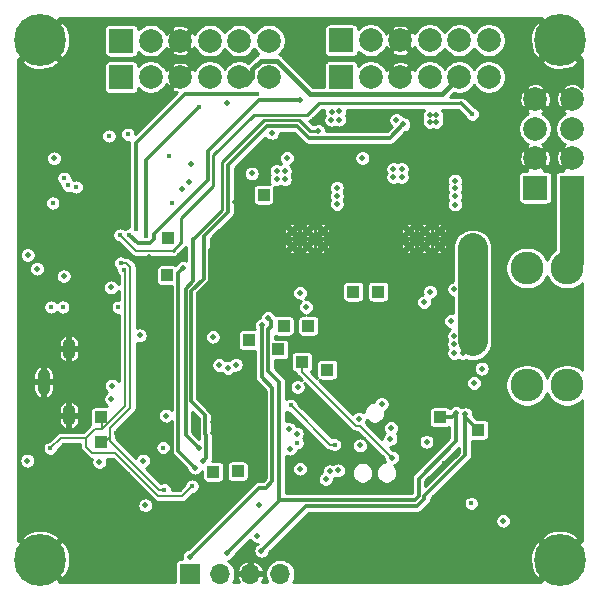
<source format=gbr>
G04 #@! TF.GenerationSoftware,KiCad,Pcbnew,5.1.6-c6e7f7d~87~ubuntu18.04.1*
G04 #@! TF.CreationDate,2020-08-09T22:43:26+01:00*
G04 #@! TF.ProjectId,simpleboard,73696d70-6c65-4626-9f61-72642e6b6963,rev?*
G04 #@! TF.SameCoordinates,Original*
G04 #@! TF.FileFunction,Copper,L3,Inr*
G04 #@! TF.FilePolarity,Positive*
%FSLAX46Y46*%
G04 Gerber Fmt 4.6, Leading zero omitted, Abs format (unit mm)*
G04 Created by KiCad (PCBNEW 5.1.6-c6e7f7d~87~ubuntu18.04.1) date 2020-08-09 22:43:26*
%MOMM*%
%LPD*%
G01*
G04 APERTURE LIST*
G04 #@! TA.AperFunction,ViaPad*
%ADD10O,1.100000X2.200000*%
G04 #@! TD*
G04 #@! TA.AperFunction,ViaPad*
%ADD11O,1.100000X1.800000*%
G04 #@! TD*
G04 #@! TA.AperFunction,ViaPad*
%ADD12C,2.000000*%
G04 #@! TD*
G04 #@! TA.AperFunction,ViaPad*
%ADD13R,2.000000X2.000000*%
G04 #@! TD*
G04 #@! TA.AperFunction,ViaPad*
%ADD14C,2.780000*%
G04 #@! TD*
G04 #@! TA.AperFunction,ViaPad*
%ADD15R,1.000000X1.000000*%
G04 #@! TD*
G04 #@! TA.AperFunction,ViaPad*
%ADD16O,1.700000X1.700000*%
G04 #@! TD*
G04 #@! TA.AperFunction,ViaPad*
%ADD17R,1.700000X1.700000*%
G04 #@! TD*
G04 #@! TA.AperFunction,ViaPad*
%ADD18C,0.700000*%
G04 #@! TD*
G04 #@! TA.AperFunction,ViaPad*
%ADD19C,4.400000*%
G04 #@! TD*
G04 #@! TA.AperFunction,ViaPad*
%ADD20C,0.630000*%
G04 #@! TD*
G04 #@! TA.AperFunction,ViaPad*
%ADD21C,0.450000*%
G04 #@! TD*
G04 #@! TA.AperFunction,ViaPad*
%ADD22C,0.500000*%
G04 #@! TD*
G04 #@! TA.AperFunction,Conductor*
%ADD23C,0.200000*%
G04 #@! TD*
G04 #@! TA.AperFunction,Conductor*
%ADD24C,0.300000*%
G04 #@! TD*
G04 #@! TA.AperFunction,Conductor*
%ADD25C,0.250000*%
G04 #@! TD*
G04 #@! TA.AperFunction,Conductor*
%ADD26C,1.000000*%
G04 #@! TD*
G04 #@! TA.AperFunction,Conductor*
%ADD27C,2.500000*%
G04 #@! TD*
G04 #@! TA.AperFunction,Conductor*
%ADD28C,2.000000*%
G04 #@! TD*
G04 #@! TA.AperFunction,Conductor*
%ADD29C,0.400000*%
G04 #@! TD*
G04 #@! TA.AperFunction,Conductor*
%ADD30C,0.254000*%
G04 #@! TD*
G04 APERTURE END LIST*
D10*
X153275000Y-81950000D03*
D11*
X155425000Y-84750000D03*
X155425000Y-79150000D03*
D12*
X190975000Y-53025000D03*
X190975000Y-56125000D03*
X188475000Y-53025000D03*
X188475000Y-56125000D03*
X185975000Y-53025000D03*
X185975000Y-56125000D03*
X183475000Y-53025000D03*
X183475000Y-56125000D03*
X180975000Y-53025000D03*
X180975000Y-56125000D03*
D13*
X178475000Y-53025000D03*
X178475000Y-56125000D03*
D12*
X172350000Y-53050000D03*
X172350000Y-56150000D03*
X169850000Y-53050000D03*
X169850000Y-56150000D03*
X167350000Y-53050000D03*
X167350000Y-56150000D03*
X164850000Y-53050000D03*
X164850000Y-56150000D03*
X162350000Y-53050000D03*
X162350000Y-56150000D03*
D13*
X159850000Y-53050000D03*
X159850000Y-56150000D03*
D14*
X194200000Y-82220000D03*
X197600000Y-82220000D03*
X194200000Y-72300000D03*
X197600000Y-72300000D03*
D15*
X170650000Y-78400000D03*
X173150000Y-79200000D03*
X175150000Y-80250000D03*
X177300000Y-80900000D03*
D16*
X173320000Y-98200000D03*
X170780000Y-98200000D03*
X168240000Y-98200000D03*
D17*
X165700000Y-98200000D03*
D15*
X171900000Y-66100000D03*
X181600000Y-74300000D03*
X173600000Y-77200000D03*
X190100000Y-86000000D03*
X186825000Y-84925000D03*
X163750000Y-72925000D03*
X163800000Y-69775000D03*
X158125000Y-84925000D03*
X158125000Y-87075000D03*
X179500000Y-74300000D03*
X175700000Y-77200000D03*
X167650000Y-89550000D03*
X169700000Y-89500000D03*
D12*
X194900000Y-58000000D03*
X198000000Y-58000000D03*
X194900000Y-60500000D03*
X198000000Y-60500000D03*
X194900000Y-63000000D03*
X198000000Y-63000000D03*
D13*
X194900000Y-65500000D03*
X198000000Y-65500000D03*
D18*
X154166726Y-95833274D03*
X153000000Y-95350000D03*
X151833274Y-95833274D03*
X151350000Y-97000000D03*
X151833274Y-98166726D03*
X153000000Y-98650000D03*
X154166726Y-98166726D03*
X154650000Y-97000000D03*
D19*
X153000000Y-97000000D03*
D18*
X154166726Y-51833274D03*
X153000000Y-51350000D03*
X151833274Y-51833274D03*
X151350000Y-53000000D03*
X151833274Y-54166726D03*
X153000000Y-54650000D03*
X154166726Y-54166726D03*
X154650000Y-53000000D03*
D19*
X153000000Y-53000000D03*
D18*
X198166726Y-51833274D03*
X197000000Y-51350000D03*
X195833274Y-51833274D03*
X195350000Y-53000000D03*
X195833274Y-54166726D03*
X197000000Y-54650000D03*
X198166726Y-54166726D03*
X198650000Y-53000000D03*
D19*
X197000000Y-53000000D03*
D20*
X186800000Y-69150000D03*
X186800000Y-70450000D03*
X184200000Y-69150000D03*
X185500000Y-69150000D03*
X185500000Y-70450000D03*
X184200000Y-70450000D03*
X176900000Y-69150000D03*
X176900000Y-70450000D03*
X174300000Y-69150000D03*
X175600000Y-69150000D03*
X175600000Y-70450000D03*
X174300000Y-70450000D03*
D18*
X198166726Y-95833274D03*
X197000000Y-95350000D03*
X195833274Y-95833274D03*
X195350000Y-97000000D03*
X195833274Y-98166726D03*
X197000000Y-98650000D03*
X198166726Y-98166726D03*
X198650000Y-97000000D03*
D19*
X197000000Y-97000000D03*
D21*
X152350000Y-68250000D03*
X152900000Y-75600000D03*
X156925000Y-75375000D03*
D22*
X166375000Y-86100000D03*
X155850000Y-51850000D03*
X155850000Y-52850000D03*
X155850000Y-53850000D03*
X155850000Y-54850000D03*
X155850000Y-55850000D03*
X154850000Y-55850000D03*
X153850000Y-55850000D03*
X155850000Y-56850000D03*
X154850000Y-56850000D03*
X153850000Y-56850000D03*
D21*
X186300000Y-91700000D03*
X187200000Y-88800000D03*
X183800000Y-94200000D03*
D22*
X180200000Y-64400000D03*
X172575000Y-61600002D03*
X177900000Y-77900000D03*
X177900000Y-78600000D03*
X177900000Y-79400000D03*
X177200000Y-79400000D03*
X177200000Y-78600000D03*
X177200000Y-77900000D03*
X169515000Y-66685000D03*
X159100000Y-77000000D03*
X163592127Y-89649990D03*
X158500010Y-79575072D03*
X166500000Y-89900000D03*
D21*
X158025000Y-65320000D03*
D22*
X170400000Y-68500000D03*
X192100000Y-88600000D03*
X167000000Y-92250000D03*
D21*
X152700000Y-63850000D03*
X152700000Y-63250000D03*
X152700000Y-62650000D03*
X155525000Y-60820000D03*
X156175000Y-60800000D03*
X156825000Y-60800000D03*
X154875000Y-60800000D03*
X154225000Y-60800000D03*
X154525000Y-60200000D03*
X155175000Y-60200000D03*
X155175000Y-59550000D03*
X154525000Y-59550000D03*
D22*
X173700000Y-96300000D03*
X192150000Y-74200000D03*
X193350000Y-74350000D03*
X194100000Y-74350000D03*
X194800000Y-74350000D03*
X195550000Y-74350000D03*
X196300000Y-74350000D03*
X197050000Y-74350000D03*
X197800000Y-74350000D03*
X192300000Y-66900000D03*
X192300000Y-67650000D03*
X192300000Y-68400000D03*
X193050000Y-66900000D03*
X193050000Y-67650000D03*
X192300000Y-69900000D03*
X193050000Y-69900000D03*
X193050000Y-69150000D03*
X192300000Y-69150000D03*
X193050000Y-68450000D03*
X190400000Y-82950000D03*
X198150000Y-84450000D03*
X192700000Y-51850000D03*
X193700000Y-51850000D03*
X192700000Y-52850000D03*
X193700000Y-52850000D03*
X192700000Y-53850000D03*
X193700000Y-53850000D03*
X192700000Y-54850000D03*
X193700000Y-54850000D03*
X192700000Y-55850000D03*
X193700000Y-55850000D03*
X192700000Y-56850000D03*
X193700000Y-56850000D03*
X192700000Y-57850000D03*
X194700000Y-55850000D03*
X195700000Y-55850000D03*
X196700000Y-55850000D03*
X194700000Y-54850000D03*
X197700000Y-55850000D03*
X198700000Y-55850000D03*
X162400000Y-79900000D03*
X167650000Y-85300000D03*
X179350000Y-59750000D03*
D21*
X155175000Y-58975010D03*
X154525000Y-58975010D03*
D22*
X162300000Y-73100000D03*
D21*
X158425000Y-76275000D03*
X156800000Y-84125000D03*
D22*
X162225000Y-71375000D03*
D21*
X179550000Y-88425000D03*
D22*
X167900000Y-83999989D03*
D21*
X186425000Y-89725000D03*
D22*
X179625000Y-86250000D03*
X177375000Y-85875000D03*
X183850000Y-84925000D03*
X184300000Y-91250000D03*
X154150000Y-65000000D03*
X179724992Y-83100000D03*
X155700000Y-98325000D03*
X155700000Y-97325000D03*
X155700000Y-96325000D03*
X155700000Y-95325000D03*
X155700000Y-94325000D03*
X154700000Y-94325000D03*
X153700000Y-94325000D03*
X152700000Y-94325000D03*
X151700000Y-94325000D03*
X154700000Y-94325000D03*
X155700000Y-93325000D03*
X154700000Y-93325000D03*
X155700000Y-92325000D03*
X154700000Y-92325000D03*
X155700000Y-91325000D03*
X154700000Y-91325000D03*
D21*
X159425010Y-86300000D03*
D22*
X194150000Y-98100000D03*
X194150000Y-97100000D03*
X194150000Y-96100000D03*
X194150000Y-95100000D03*
X194150000Y-94100000D03*
X195150000Y-94100000D03*
X196150000Y-94100000D03*
X197150000Y-94100000D03*
X198150000Y-94100000D03*
X152850000Y-55850000D03*
X152850000Y-56850000D03*
X197150000Y-84450000D03*
X196150000Y-84450000D03*
X195150000Y-84450000D03*
X194150000Y-84450000D03*
X193150000Y-84450000D03*
X192150000Y-84450000D03*
X198150000Y-85450000D03*
X197150000Y-85450000D03*
X196150000Y-85450000D03*
X195150000Y-85450000D03*
X194150000Y-85450000D03*
X193150000Y-85450000D03*
X192150000Y-85450000D03*
D21*
X159800000Y-90700000D03*
X160415000Y-89784962D03*
D22*
X175800000Y-96050000D03*
X175150000Y-93850000D03*
X156700000Y-88775000D03*
X156700000Y-89775000D03*
X155250000Y-86125000D03*
X154250000Y-86125000D03*
X156250000Y-86125000D03*
D21*
X153900000Y-75600000D03*
X154900000Y-75600000D03*
X155900000Y-75600000D03*
X152900000Y-76600000D03*
X153900000Y-76600000D03*
X154900000Y-76600000D03*
X155900000Y-76600000D03*
X152900000Y-77600000D03*
X153900000Y-77600000D03*
X154900000Y-77600000D03*
X155900000Y-77600000D03*
D22*
X168650000Y-85300000D03*
X169650000Y-85300000D03*
X170650000Y-85300000D03*
X167650000Y-86300000D03*
X168650000Y-86300000D03*
X169650000Y-86300000D03*
X170650000Y-86300000D03*
X169650000Y-84300000D03*
X170650000Y-84300000D03*
X171650000Y-85300000D03*
X171650000Y-86300000D03*
X171650000Y-87800000D03*
X170650000Y-87800000D03*
X169650000Y-87800000D03*
X171650000Y-88800000D03*
X171650000Y-89800000D03*
X179050000Y-69500000D03*
X180050000Y-69500000D03*
X181050000Y-69500000D03*
X182050000Y-69500000D03*
X179050000Y-70500000D03*
X180050000Y-70500000D03*
X181050000Y-70500000D03*
X182050000Y-70500000D03*
X179050000Y-71500000D03*
X180050000Y-71500000D03*
X181050000Y-71500000D03*
X182050000Y-71500000D03*
X179050000Y-72500000D03*
X180050000Y-72500000D03*
X181050000Y-72500000D03*
X182050000Y-72500000D03*
X180150000Y-80100000D03*
X181150000Y-80100000D03*
X182150000Y-80100000D03*
X183150000Y-80100000D03*
X180150000Y-81100000D03*
X181150000Y-81100000D03*
X182150000Y-81100000D03*
X183150000Y-81100000D03*
X169650000Y-71950000D03*
X170650000Y-71950000D03*
X171650000Y-71950000D03*
X169650000Y-72950000D03*
X170650000Y-72950000D03*
X171650000Y-72950000D03*
X171650000Y-73950000D03*
X172650000Y-73950000D03*
X172650000Y-72950000D03*
X172650000Y-71950000D03*
X172650000Y-70950000D03*
X172650000Y-69950000D03*
X171650000Y-69950000D03*
X172650000Y-68950000D03*
X171650000Y-68950000D03*
X172650000Y-67950000D03*
X171650000Y-67950000D03*
D21*
X157650000Y-65900000D03*
X157650000Y-66900000D03*
X157650000Y-67900000D03*
X157650000Y-68900000D03*
X157650000Y-69900000D03*
D22*
X163400000Y-77550000D03*
X167425021Y-80256630D03*
X159590380Y-70723088D03*
D21*
X153700000Y-84000000D03*
D22*
X165600000Y-94050000D03*
D21*
X155550000Y-68050000D03*
D22*
X174150000Y-87600000D03*
D21*
X163400000Y-87500000D03*
D22*
X180057580Y-87323540D03*
X168150000Y-80500000D03*
X189000000Y-84700000D03*
X165678251Y-96729833D03*
X171750000Y-77150000D03*
X171726748Y-96226748D03*
X188209513Y-84584920D03*
X172262212Y-76523083D03*
X168799989Y-96449989D03*
X163659507Y-84796319D03*
X158000000Y-88750000D03*
X166800000Y-88599998D03*
X183744781Y-60145400D03*
X176540670Y-60700010D03*
X166450000Y-87550000D03*
X173875000Y-63000000D03*
X180275000Y-63000000D03*
X161425021Y-78000000D03*
X167600010Y-78122306D03*
D21*
X164150000Y-66800000D03*
D22*
X161900002Y-92400000D03*
X161706249Y-88606251D03*
D21*
X158805000Y-61120000D03*
D22*
X192200000Y-93700000D03*
X151900000Y-88600000D03*
D21*
X159600000Y-75625000D03*
X160400000Y-60975000D03*
X156042125Y-65450000D03*
D22*
X151925000Y-71200000D03*
D21*
X155349998Y-65300000D03*
D22*
X174778825Y-82380331D03*
X182650000Y-86749990D03*
X181891837Y-83822894D03*
X179966921Y-85057099D03*
X182699990Y-85856165D03*
D21*
X159792727Y-71877201D03*
X163499752Y-91074600D03*
X160100000Y-72450000D03*
X153850000Y-87575000D03*
X165850000Y-90775000D03*
X177912500Y-87250000D03*
X174186412Y-83925020D03*
X174738190Y-87112917D03*
D22*
X177165098Y-90186890D03*
X185500000Y-75200000D03*
X186000000Y-74300000D03*
X178210356Y-89438188D03*
X175000000Y-74400000D03*
X177504060Y-89509724D03*
X175500000Y-75600000D03*
X175000000Y-89300000D03*
X169549990Y-80488030D03*
X154975094Y-73000000D03*
X168912881Y-80778047D03*
X159000000Y-73950000D03*
X159024990Y-83414080D03*
X174023519Y-85898107D03*
X159050000Y-82250000D03*
X174715284Y-86330320D03*
X185699996Y-87000000D03*
X171500000Y-92350000D03*
X178100000Y-66900000D03*
X188125000Y-66925000D03*
X188750000Y-70100000D03*
X178100000Y-66200000D03*
X178100000Y-65500000D03*
X188125000Y-66200000D03*
X188125000Y-65500000D03*
X188100000Y-64900000D03*
X188050000Y-78750000D03*
X188050000Y-78050000D03*
X188050000Y-79500000D03*
X188750000Y-78050000D03*
X188750000Y-79500000D03*
X188750000Y-78750000D03*
X189450000Y-78700000D03*
X189450000Y-79450000D03*
X189400720Y-78049280D03*
X189729988Y-82024990D03*
X165593852Y-65008981D03*
X164995245Y-65607587D03*
X165750000Y-63500000D03*
X189550000Y-70100000D03*
X190350000Y-70100000D03*
X188750000Y-70900000D03*
X189550000Y-70900000D03*
X190350000Y-70900000D03*
X188750000Y-71700000D03*
X189550000Y-71700000D03*
X190350000Y-71700000D03*
X188050000Y-74100004D03*
X154162500Y-63012500D03*
X152733516Y-72352633D03*
D21*
X189575000Y-59275000D03*
X159750000Y-69500000D03*
X160544992Y-69505008D03*
D22*
X174950000Y-58100000D03*
D21*
X166400000Y-58650000D03*
X161925000Y-69624990D03*
X161113086Y-69000928D03*
X171382829Y-57534014D03*
D22*
X173700000Y-64100000D03*
X173700000Y-64800000D03*
X173000000Y-64800000D03*
X173000000Y-64100000D03*
X178300000Y-59750000D03*
X177650000Y-59750000D03*
X177675000Y-59074994D03*
X178299998Y-59050000D03*
X183600000Y-63900000D03*
X183600000Y-64600000D03*
X182900000Y-63900000D03*
X182900000Y-64600000D03*
X185975000Y-59375000D03*
X186525000Y-59375000D03*
X186525000Y-59925000D03*
X185975000Y-59925000D03*
D21*
X163925000Y-62850000D03*
D22*
X168850000Y-58350010D03*
X170900000Y-64300000D03*
X166100000Y-89200000D03*
X183150788Y-59775011D03*
X172588781Y-60900012D03*
X165100021Y-72300000D03*
X182775000Y-88350000D03*
X190373121Y-80814865D03*
X187750002Y-76800000D03*
D21*
X189484990Y-92235000D03*
D22*
X171330555Y-94958753D03*
D21*
X154050000Y-66800000D03*
X155000000Y-64700000D03*
D23*
X167650000Y-85300000D02*
X167650000Y-84800000D01*
X167650000Y-84800000D02*
X166250000Y-83400000D01*
X166250000Y-83400000D02*
X166250000Y-74450000D01*
X166250000Y-74450000D02*
X167300000Y-73400000D01*
X167300000Y-73400000D02*
X167300000Y-70750000D01*
X167300000Y-70750000D02*
X169250000Y-68800000D01*
X169250000Y-68800000D02*
X169250000Y-68050000D01*
D24*
X189000000Y-84900000D02*
X190100000Y-86000000D01*
X189000000Y-84700000D02*
X189000000Y-84900000D01*
X185525012Y-91645112D02*
X185525012Y-91845112D01*
X189000000Y-88170124D02*
X185525012Y-91645112D01*
X185525012Y-91845112D02*
X184920112Y-92450012D01*
X175503484Y-92450012D02*
X171726748Y-96226748D01*
X184920112Y-92450012D02*
X175503484Y-92450012D01*
X189000000Y-84700000D02*
X189000000Y-88170124D01*
X165678251Y-96729833D02*
X171504042Y-90904042D01*
X171504042Y-90904042D02*
X172095958Y-90904042D01*
X172095958Y-90904042D02*
X172650000Y-90350000D01*
X172650000Y-90350000D02*
X172650000Y-82450000D01*
X172650000Y-82450000D02*
X171750000Y-81550000D01*
X171750000Y-77550000D02*
X171750000Y-77150000D01*
X171750000Y-81550000D02*
X171750000Y-77550000D01*
X187869433Y-84925000D02*
X186825000Y-84925000D01*
X188209513Y-84584920D02*
X187869433Y-84925000D01*
X188209513Y-86940487D02*
X188209513Y-84584920D01*
X185025001Y-90124999D02*
X188209513Y-86940487D01*
X185025001Y-91638001D02*
X185025001Y-90124999D01*
X184713001Y-91950001D02*
X185025001Y-91638001D01*
X173250000Y-91800000D02*
X173400001Y-91950001D01*
X173400001Y-91950001D02*
X184713001Y-91950001D01*
X172512211Y-76773082D02*
X172512211Y-77275791D01*
X172262212Y-76523083D02*
X172512211Y-76773082D01*
X172512211Y-77275791D02*
X172300000Y-77488002D01*
X173250000Y-91999978D02*
X168799989Y-96449989D01*
X173250000Y-81950000D02*
X173250000Y-91999978D01*
X172300000Y-81000000D02*
X173250000Y-81950000D01*
X172300000Y-77488002D02*
X172300000Y-81000000D01*
X168900034Y-67558501D02*
X168900034Y-63618687D01*
X168900034Y-63618687D02*
X172218710Y-60300011D01*
X172218710Y-60300011D02*
X174753245Y-60300011D01*
X165799991Y-74263600D02*
X166849989Y-73213600D01*
X174753245Y-60300011D02*
X175753245Y-61300011D01*
X182590170Y-61300011D02*
X183744781Y-60145400D01*
X166975001Y-84761411D02*
X165799991Y-83586401D01*
X175753245Y-61300011D02*
X182590170Y-61300011D01*
X166849989Y-69608546D02*
X168900034Y-67558501D01*
X166849989Y-73213600D02*
X166849989Y-69608546D01*
X165799991Y-83586401D02*
X165799991Y-74263600D01*
X167050001Y-86463001D02*
X166975001Y-86388001D01*
X167050001Y-88349997D02*
X167050001Y-86463001D01*
X166975001Y-86388001D02*
X166975001Y-84761411D01*
X166800000Y-88599998D02*
X167050001Y-88349997D01*
D23*
X166400000Y-87600000D02*
X166450000Y-87550000D01*
D24*
X165924989Y-73431480D02*
X165299980Y-74056489D01*
X165299980Y-74056489D02*
X165299980Y-86399980D01*
X165299980Y-86399980D02*
X166450000Y-87550000D01*
X165924989Y-69826424D02*
X165924989Y-73431480D01*
D25*
X175825010Y-60700010D02*
X176540670Y-60700010D01*
X168400000Y-63350000D02*
X171950000Y-59800000D01*
X174925000Y-59800000D02*
X175825010Y-60700010D01*
X168400000Y-67351413D02*
X168400000Y-63350000D01*
X171950000Y-59800000D02*
X174925000Y-59800000D01*
X165924989Y-69826424D02*
X168400000Y-67351413D01*
D23*
X160625002Y-72222998D02*
X160625002Y-84124998D01*
X158900000Y-86918198D02*
X159081802Y-87100000D01*
X160625002Y-84124998D02*
X158900000Y-85850000D01*
X159792727Y-71877201D02*
X160279205Y-71877201D01*
X160279205Y-71877201D02*
X160625002Y-72222998D01*
X159081802Y-87100000D02*
X159056802Y-87075000D01*
X158475000Y-87075000D02*
X158900000Y-86650000D01*
X158125000Y-87075000D02*
X158475000Y-87075000D01*
X158900000Y-85850000D02*
X158900000Y-86650000D01*
X158900000Y-86650000D02*
X158900000Y-86918198D01*
X159081802Y-87100000D02*
X163056402Y-91074600D01*
X163056402Y-91074600D02*
X163499752Y-91074600D01*
X160150000Y-72500000D02*
X160100000Y-72450000D01*
X158225000Y-85900000D02*
X160150000Y-83975000D01*
X160150000Y-83975000D02*
X160150000Y-72500000D01*
X158225000Y-85025000D02*
X158125000Y-84925000D01*
X158225000Y-85900000D02*
X158225000Y-85025000D01*
X156850000Y-86700000D02*
X157650000Y-85900000D01*
X153850000Y-87575000D02*
X154725000Y-86700000D01*
X157650000Y-85900000D02*
X158225000Y-85900000D01*
X154725000Y-86700000D02*
X156850000Y-86700000D01*
X159350000Y-87950000D02*
X157400000Y-87950000D01*
X165025390Y-91599610D02*
X162999610Y-91599610D01*
X165850000Y-90775000D02*
X165025390Y-91599610D01*
X156875001Y-87425001D02*
X156875001Y-86675001D01*
X157400000Y-87950000D02*
X156875001Y-87425001D01*
X162999610Y-91599610D02*
X159350000Y-87950000D01*
X177912500Y-87250000D02*
X177511392Y-87250000D01*
X177511392Y-87250000D02*
X174186412Y-83925020D01*
D26*
X189450000Y-77998560D02*
X189400720Y-77949280D01*
D27*
X189600000Y-78500000D02*
X189600000Y-70649990D01*
D25*
X176600000Y-58350000D02*
X175600010Y-59349990D01*
X188650000Y-58350000D02*
X176600000Y-58350000D01*
D24*
X189575000Y-59275000D02*
X188650000Y-58350000D01*
D23*
X161074999Y-70824999D02*
X159750000Y-69500000D01*
X164225001Y-70824999D02*
X161074999Y-70824999D01*
D25*
X164950000Y-68100000D02*
X164950000Y-70100000D01*
X164950000Y-70100000D02*
X164225001Y-70824999D01*
X171063600Y-59349989D02*
X167650000Y-62763589D01*
X167650000Y-62763589D02*
X167650000Y-65400000D01*
X167650000Y-65400000D02*
X164950000Y-68100000D01*
X175600010Y-59349990D02*
X171063600Y-59349989D01*
D23*
X160475000Y-69450000D02*
X160489984Y-69450000D01*
X160489984Y-69450000D02*
X160544992Y-69505008D01*
D24*
X160544992Y-69505008D02*
X161239984Y-70200000D01*
X161239984Y-70200000D02*
X162250000Y-70200000D01*
X167174989Y-62409311D02*
X171484300Y-58100000D01*
X171484300Y-58100000D02*
X174950000Y-58100000D01*
X162600000Y-69850000D02*
X162600000Y-69450000D01*
X167174989Y-64875011D02*
X167174989Y-62409311D01*
X162600000Y-69450000D02*
X167174989Y-64875011D01*
X162250000Y-70200000D02*
X162600000Y-69850000D01*
X166400000Y-58650000D02*
X161925000Y-63125000D01*
X161925000Y-63125000D02*
X161925000Y-69624990D01*
X161113086Y-69000928D02*
X161113086Y-61686914D01*
X161113086Y-61686914D02*
X165265986Y-57534014D01*
X165265986Y-57534014D02*
X171382829Y-57534014D01*
D28*
X198000000Y-71900000D02*
X197600000Y-72300000D01*
X198000000Y-65500000D02*
X198000000Y-71900000D01*
D29*
X170949999Y-56139431D02*
X170394715Y-56694715D01*
X187025011Y-57574989D02*
X175846991Y-57574989D01*
X175846991Y-57574989D02*
X173022001Y-54749999D01*
X171677999Y-54749999D02*
X170949999Y-55477999D01*
X170949999Y-55477999D02*
X170949999Y-56139431D01*
X173022001Y-54749999D02*
X171677999Y-54749999D01*
X188475000Y-56125000D02*
X187025011Y-57574989D01*
X170394715Y-56694715D02*
X169850000Y-56150000D01*
D24*
X164699980Y-87799980D02*
X164699980Y-72700041D01*
X166100000Y-89200000D02*
X164699980Y-87799980D01*
X164699980Y-72700041D02*
X165100021Y-72300000D01*
D23*
X175150000Y-81078553D02*
X175150000Y-80250000D01*
X179721446Y-85649999D02*
X175150000Y-81078553D01*
X182775000Y-88350000D02*
X180074999Y-85649999D01*
X180074999Y-85649999D02*
X179721446Y-85649999D01*
D30*
G36*
X195354426Y-51174821D02*
G01*
X197000000Y-52820395D01*
X197014143Y-52806253D01*
X197193748Y-52985858D01*
X197179605Y-53000000D01*
X198825179Y-54645574D01*
X198873000Y-54604662D01*
X198873000Y-56988128D01*
X198852632Y-56967760D01*
X198790694Y-57029698D01*
X198677457Y-56851495D01*
X198440378Y-56741398D01*
X198186374Y-56679668D01*
X197925209Y-56668678D01*
X197666919Y-56708850D01*
X197421428Y-56798640D01*
X197322543Y-56851495D01*
X197209305Y-57029700D01*
X198000000Y-57820395D01*
X198014143Y-57806253D01*
X198193748Y-57985858D01*
X198179605Y-58000000D01*
X198193748Y-58014143D01*
X198014143Y-58193748D01*
X198000000Y-58179605D01*
X197209305Y-58970300D01*
X197322543Y-59148505D01*
X197422170Y-59194771D01*
X197324062Y-59235409D01*
X197090340Y-59391576D01*
X196891576Y-59590340D01*
X196735409Y-59824062D01*
X196627838Y-60083759D01*
X196573000Y-60359453D01*
X196573000Y-60640547D01*
X196627838Y-60916241D01*
X196735409Y-61175938D01*
X196891576Y-61409660D01*
X197090340Y-61608424D01*
X197324062Y-61764591D01*
X197414807Y-61802179D01*
X197322543Y-61851495D01*
X197209305Y-62029700D01*
X198000000Y-62820395D01*
X198014143Y-62806253D01*
X198193748Y-62985858D01*
X198179605Y-63000000D01*
X198193748Y-63014143D01*
X198014143Y-63193748D01*
X198000000Y-63179605D01*
X197209305Y-63970300D01*
X197273252Y-64070934D01*
X197000000Y-64070934D01*
X196916293Y-64079178D01*
X196835804Y-64103595D01*
X196761624Y-64143245D01*
X196696605Y-64196605D01*
X196643245Y-64261624D01*
X196603595Y-64335804D01*
X196579178Y-64416293D01*
X196570934Y-64500000D01*
X196570934Y-66500000D01*
X196573000Y-66520979D01*
X196573001Y-70800931D01*
X196441730Y-70888644D01*
X196188644Y-71141730D01*
X195989795Y-71439328D01*
X195900000Y-71656113D01*
X195810205Y-71439328D01*
X195611356Y-71141730D01*
X195358270Y-70888644D01*
X195060672Y-70689795D01*
X194729999Y-70552826D01*
X194378959Y-70483000D01*
X194021041Y-70483000D01*
X193670001Y-70552826D01*
X193339328Y-70689795D01*
X193041730Y-70888644D01*
X192788644Y-71141730D01*
X192589795Y-71439328D01*
X192452826Y-71770001D01*
X192383000Y-72121041D01*
X192383000Y-72478959D01*
X192452826Y-72829999D01*
X192589795Y-73160672D01*
X192788644Y-73458270D01*
X193041730Y-73711356D01*
X193339328Y-73910205D01*
X193670001Y-74047174D01*
X194021041Y-74117000D01*
X194378959Y-74117000D01*
X194729999Y-74047174D01*
X195060672Y-73910205D01*
X195358270Y-73711356D01*
X195611356Y-73458270D01*
X195810205Y-73160672D01*
X195900000Y-72943887D01*
X195989795Y-73160672D01*
X196188644Y-73458270D01*
X196441730Y-73711356D01*
X196739328Y-73910205D01*
X197070001Y-74047174D01*
X197421041Y-74117000D01*
X197778959Y-74117000D01*
X198129999Y-74047174D01*
X198460672Y-73910205D01*
X198758270Y-73711356D01*
X198873000Y-73596626D01*
X198873000Y-80923374D01*
X198758270Y-80808644D01*
X198460672Y-80609795D01*
X198129999Y-80472826D01*
X197778959Y-80403000D01*
X197421041Y-80403000D01*
X197070001Y-80472826D01*
X196739328Y-80609795D01*
X196441730Y-80808644D01*
X196188644Y-81061730D01*
X195989795Y-81359328D01*
X195900000Y-81576113D01*
X195810205Y-81359328D01*
X195611356Y-81061730D01*
X195358270Y-80808644D01*
X195060672Y-80609795D01*
X194729999Y-80472826D01*
X194378959Y-80403000D01*
X194021041Y-80403000D01*
X193670001Y-80472826D01*
X193339328Y-80609795D01*
X193041730Y-80808644D01*
X192788644Y-81061730D01*
X192589795Y-81359328D01*
X192452826Y-81690001D01*
X192383000Y-82041041D01*
X192383000Y-82398959D01*
X192452826Y-82749999D01*
X192589795Y-83080672D01*
X192788644Y-83378270D01*
X193041730Y-83631356D01*
X193339328Y-83830205D01*
X193670001Y-83967174D01*
X194021041Y-84037000D01*
X194378959Y-84037000D01*
X194729999Y-83967174D01*
X195060672Y-83830205D01*
X195358270Y-83631356D01*
X195611356Y-83378270D01*
X195810205Y-83080672D01*
X195900000Y-82863887D01*
X195989795Y-83080672D01*
X196188644Y-83378270D01*
X196441730Y-83631356D01*
X196739328Y-83830205D01*
X197070001Y-83967174D01*
X197421041Y-84037000D01*
X197778959Y-84037000D01*
X198129999Y-83967174D01*
X198460672Y-83830205D01*
X198758270Y-83631356D01*
X198873000Y-83516626D01*
X198873000Y-95395338D01*
X198825179Y-95354426D01*
X197179605Y-97000000D01*
X197193748Y-97014143D01*
X197014143Y-97193748D01*
X197000000Y-97179605D01*
X195354426Y-98825179D01*
X195395338Y-98873000D01*
X174406151Y-98873000D01*
X174451663Y-98804886D01*
X174547926Y-98572487D01*
X174597000Y-98325774D01*
X174597000Y-98074226D01*
X174547926Y-97827513D01*
X174451663Y-97595114D01*
X174311911Y-97385960D01*
X174134040Y-97208089D01*
X173924886Y-97068337D01*
X173825904Y-97027337D01*
X194460920Y-97027337D01*
X194515041Y-97522162D01*
X194664658Y-97996921D01*
X194873644Y-98387907D01*
X195174821Y-98645574D01*
X196820395Y-97000000D01*
X195174821Y-95354426D01*
X194873644Y-95612093D01*
X194643735Y-96053593D01*
X194504375Y-96531462D01*
X194460920Y-97027337D01*
X173825904Y-97027337D01*
X173692487Y-96972074D01*
X173445774Y-96923000D01*
X173194226Y-96923000D01*
X172947513Y-96972074D01*
X172715114Y-97068337D01*
X172505960Y-97208089D01*
X172328089Y-97385960D01*
X172188337Y-97595114D01*
X172092074Y-97827513D01*
X172043000Y-98074226D01*
X172043000Y-98325774D01*
X172092074Y-98572487D01*
X172188337Y-98804886D01*
X172233849Y-98873000D01*
X171740593Y-98873000D01*
X171833853Y-98724154D01*
X171915861Y-98508486D01*
X171868384Y-98327000D01*
X170907000Y-98327000D01*
X170907000Y-98347000D01*
X170653000Y-98347000D01*
X170653000Y-98327000D01*
X169691616Y-98327000D01*
X169644139Y-98508486D01*
X169726147Y-98724154D01*
X169819407Y-98873000D01*
X169326151Y-98873000D01*
X169371663Y-98804886D01*
X169467926Y-98572487D01*
X169517000Y-98325774D01*
X169517000Y-98074226D01*
X169480657Y-97891514D01*
X169644139Y-97891514D01*
X169691616Y-98073000D01*
X170653000Y-98073000D01*
X170653000Y-97112138D01*
X170907000Y-97112138D01*
X170907000Y-98073000D01*
X171868384Y-98073000D01*
X171915861Y-97891514D01*
X171833853Y-97675846D01*
X171711346Y-97480321D01*
X171553048Y-97312453D01*
X171365042Y-97178693D01*
X171154553Y-97084181D01*
X171088485Y-97064145D01*
X170907000Y-97112138D01*
X170653000Y-97112138D01*
X170471515Y-97064145D01*
X170405447Y-97084181D01*
X170194958Y-97178693D01*
X170006952Y-97312453D01*
X169848654Y-97480321D01*
X169726147Y-97675846D01*
X169644139Y-97891514D01*
X169480657Y-97891514D01*
X169467926Y-97827513D01*
X169371663Y-97595114D01*
X169231911Y-97385960D01*
X169054040Y-97208089D01*
X168917526Y-97116873D01*
X168997463Y-97100973D01*
X169120669Y-97049939D01*
X169231552Y-96975849D01*
X169325849Y-96881552D01*
X169399939Y-96770669D01*
X169450973Y-96647463D01*
X169459032Y-96606947D01*
X170753012Y-95312967D01*
X170804695Y-95390316D01*
X170898992Y-95484613D01*
X171009875Y-95558703D01*
X171133081Y-95609737D01*
X171263876Y-95635753D01*
X171392666Y-95635753D01*
X171295185Y-95700888D01*
X171200888Y-95795185D01*
X171126798Y-95906068D01*
X171075764Y-96029274D01*
X171049748Y-96160069D01*
X171049748Y-96293427D01*
X171075764Y-96424222D01*
X171126798Y-96547428D01*
X171200888Y-96658311D01*
X171295185Y-96752608D01*
X171406068Y-96826698D01*
X171529274Y-96877732D01*
X171660069Y-96903748D01*
X171793427Y-96903748D01*
X171924222Y-96877732D01*
X172047428Y-96826698D01*
X172158311Y-96752608D01*
X172252608Y-96658311D01*
X172326698Y-96547428D01*
X172377732Y-96424222D01*
X172385791Y-96383706D01*
X173594676Y-95174821D01*
X195354426Y-95174821D01*
X197000000Y-96820395D01*
X198645574Y-95174821D01*
X198387907Y-94873644D01*
X197946407Y-94643735D01*
X197468538Y-94504375D01*
X196972663Y-94460920D01*
X196477838Y-94515041D01*
X196003079Y-94664658D01*
X195612093Y-94873644D01*
X195354426Y-95174821D01*
X173594676Y-95174821D01*
X175136176Y-93633321D01*
X191523000Y-93633321D01*
X191523000Y-93766679D01*
X191549016Y-93897474D01*
X191600050Y-94020680D01*
X191674140Y-94131563D01*
X191768437Y-94225860D01*
X191879320Y-94299950D01*
X192002526Y-94350984D01*
X192133321Y-94377000D01*
X192266679Y-94377000D01*
X192397474Y-94350984D01*
X192520680Y-94299950D01*
X192631563Y-94225860D01*
X192725860Y-94131563D01*
X192799950Y-94020680D01*
X192850984Y-93897474D01*
X192877000Y-93766679D01*
X192877000Y-93633321D01*
X192850984Y-93502526D01*
X192799950Y-93379320D01*
X192725860Y-93268437D01*
X192631563Y-93174140D01*
X192520680Y-93100050D01*
X192397474Y-93049016D01*
X192266679Y-93023000D01*
X192133321Y-93023000D01*
X192002526Y-93049016D01*
X191879320Y-93100050D01*
X191768437Y-93174140D01*
X191674140Y-93268437D01*
X191600050Y-93379320D01*
X191549016Y-93502526D01*
X191523000Y-93633321D01*
X175136176Y-93633321D01*
X175742485Y-93027012D01*
X184891781Y-93027012D01*
X184920112Y-93029802D01*
X184948443Y-93027012D01*
X184948448Y-93027012D01*
X184978157Y-93024086D01*
X185033223Y-93018663D01*
X185077882Y-93005115D01*
X185141988Y-92985669D01*
X185242227Y-92932091D01*
X185330086Y-92859986D01*
X185348151Y-92837974D01*
X185912974Y-92273151D01*
X185934986Y-92255086D01*
X186004171Y-92170784D01*
X188832990Y-92170784D01*
X188832990Y-92299216D01*
X188858046Y-92425181D01*
X188907195Y-92543838D01*
X188978548Y-92650626D01*
X189069364Y-92741442D01*
X189176152Y-92812795D01*
X189294809Y-92861944D01*
X189420774Y-92887000D01*
X189549206Y-92887000D01*
X189675171Y-92861944D01*
X189793828Y-92812795D01*
X189900616Y-92741442D01*
X189991432Y-92650626D01*
X190062785Y-92543838D01*
X190111934Y-92425181D01*
X190136990Y-92299216D01*
X190136990Y-92170784D01*
X190111934Y-92044819D01*
X190062785Y-91926162D01*
X189991432Y-91819374D01*
X189900616Y-91728558D01*
X189793828Y-91657205D01*
X189675171Y-91608056D01*
X189549206Y-91583000D01*
X189420774Y-91583000D01*
X189294809Y-91608056D01*
X189176152Y-91657205D01*
X189069364Y-91728558D01*
X188978548Y-91819374D01*
X188907195Y-91926162D01*
X188858046Y-92044819D01*
X188832990Y-92170784D01*
X186004171Y-92170784D01*
X186007091Y-92167226D01*
X186060669Y-92066987D01*
X186074323Y-92021976D01*
X186093663Y-91958224D01*
X186100846Y-91885279D01*
X189387967Y-88598159D01*
X189409974Y-88580098D01*
X189482079Y-88492239D01*
X189535657Y-88392000D01*
X189568650Y-88283236D01*
X189577000Y-88198460D01*
X189577000Y-88198454D01*
X189579790Y-88170125D01*
X189577000Y-88141796D01*
X189577000Y-86926801D01*
X189600000Y-86929066D01*
X190600000Y-86929066D01*
X190683707Y-86920822D01*
X190764196Y-86896405D01*
X190838376Y-86856755D01*
X190903395Y-86803395D01*
X190956755Y-86738376D01*
X190996405Y-86664196D01*
X191020822Y-86583707D01*
X191029066Y-86500000D01*
X191029066Y-85500000D01*
X191020822Y-85416293D01*
X190996405Y-85335804D01*
X190956755Y-85261624D01*
X190903395Y-85196605D01*
X190838376Y-85143245D01*
X190764196Y-85103595D01*
X190683707Y-85079178D01*
X190600000Y-85070934D01*
X189986935Y-85070934D01*
X189677000Y-84760999D01*
X189677000Y-84633321D01*
X189650984Y-84502526D01*
X189599950Y-84379320D01*
X189525860Y-84268437D01*
X189431563Y-84174140D01*
X189320680Y-84100050D01*
X189197474Y-84049016D01*
X189066679Y-84023000D01*
X188933321Y-84023000D01*
X188802526Y-84049016D01*
X188681262Y-84099246D01*
X188641076Y-84059060D01*
X188530193Y-83984970D01*
X188406987Y-83933936D01*
X188276192Y-83907920D01*
X188142834Y-83907920D01*
X188012039Y-83933936D01*
X187888833Y-83984970D01*
X187777950Y-84059060D01*
X187683653Y-84153357D01*
X187670549Y-84172969D01*
X187628395Y-84121605D01*
X187563376Y-84068245D01*
X187489196Y-84028595D01*
X187408707Y-84004178D01*
X187325000Y-83995934D01*
X186325000Y-83995934D01*
X186241293Y-84004178D01*
X186160804Y-84028595D01*
X186086624Y-84068245D01*
X186021605Y-84121605D01*
X185968245Y-84186624D01*
X185928595Y-84260804D01*
X185904178Y-84341293D01*
X185895934Y-84425000D01*
X185895934Y-85425000D01*
X185904178Y-85508707D01*
X185928595Y-85589196D01*
X185968245Y-85663376D01*
X186021605Y-85728395D01*
X186086624Y-85781755D01*
X186160804Y-85821405D01*
X186241293Y-85845822D01*
X186325000Y-85854066D01*
X187325000Y-85854066D01*
X187408707Y-85845822D01*
X187489196Y-85821405D01*
X187563376Y-85781755D01*
X187628395Y-85728395D01*
X187632514Y-85723377D01*
X187632513Y-86701485D01*
X184637035Y-89696964D01*
X184615028Y-89715025D01*
X184596967Y-89737032D01*
X184596964Y-89737035D01*
X184579046Y-89758868D01*
X184542923Y-89802884D01*
X184503308Y-89877000D01*
X184489345Y-89903123D01*
X184456350Y-90011888D01*
X184445211Y-90124999D01*
X184448002Y-90153340D01*
X184448001Y-91373001D01*
X173827000Y-91373001D01*
X173827000Y-90120211D01*
X176488098Y-90120211D01*
X176488098Y-90253569D01*
X176514114Y-90384364D01*
X176565148Y-90507570D01*
X176639238Y-90618453D01*
X176733535Y-90712750D01*
X176844418Y-90786840D01*
X176967624Y-90837874D01*
X177098419Y-90863890D01*
X177231777Y-90863890D01*
X177362572Y-90837874D01*
X177485778Y-90786840D01*
X177596661Y-90712750D01*
X177690958Y-90618453D01*
X177765048Y-90507570D01*
X177816082Y-90384364D01*
X177842098Y-90253569D01*
X177842098Y-90120211D01*
X177838212Y-90100672D01*
X177915680Y-90048909D01*
X178012882Y-90089172D01*
X178143677Y-90115188D01*
X178277035Y-90115188D01*
X178407830Y-90089172D01*
X178531036Y-90038138D01*
X178641919Y-89964048D01*
X178736216Y-89869751D01*
X178810306Y-89758868D01*
X178861340Y-89635662D01*
X178878545Y-89549161D01*
X179361700Y-89549161D01*
X179361700Y-89730839D01*
X179397143Y-89909025D01*
X179466668Y-90076873D01*
X179567603Y-90227932D01*
X179696068Y-90356397D01*
X179847127Y-90457332D01*
X180014975Y-90526857D01*
X180193161Y-90562300D01*
X180374839Y-90562300D01*
X180553025Y-90526857D01*
X180720873Y-90457332D01*
X180871932Y-90356397D01*
X181000397Y-90227932D01*
X181101332Y-90076873D01*
X181170857Y-89909025D01*
X181206300Y-89730839D01*
X181206300Y-89549161D01*
X181170857Y-89370975D01*
X181101332Y-89203127D01*
X181000397Y-89052068D01*
X180871932Y-88923603D01*
X180720873Y-88822668D01*
X180553025Y-88753143D01*
X180374839Y-88717700D01*
X180193161Y-88717700D01*
X180014975Y-88753143D01*
X179847127Y-88822668D01*
X179696068Y-88923603D01*
X179567603Y-89052068D01*
X179466668Y-89203127D01*
X179397143Y-89370975D01*
X179361700Y-89549161D01*
X178878545Y-89549161D01*
X178887356Y-89504867D01*
X178887356Y-89371509D01*
X178861340Y-89240714D01*
X178810306Y-89117508D01*
X178736216Y-89006625D01*
X178641919Y-88912328D01*
X178531036Y-88838238D01*
X178407830Y-88787204D01*
X178277035Y-88761188D01*
X178143677Y-88761188D01*
X178012882Y-88787204D01*
X177889676Y-88838238D01*
X177798736Y-88899003D01*
X177701534Y-88858740D01*
X177570739Y-88832724D01*
X177437381Y-88832724D01*
X177306586Y-88858740D01*
X177183380Y-88909774D01*
X177072497Y-88983864D01*
X176978200Y-89078161D01*
X176904110Y-89189044D01*
X176853076Y-89312250D01*
X176827060Y-89443045D01*
X176827060Y-89576403D01*
X176830946Y-89595942D01*
X176733535Y-89661030D01*
X176639238Y-89755327D01*
X176565148Y-89866210D01*
X176514114Y-89989416D01*
X176488098Y-90120211D01*
X173827000Y-90120211D01*
X173827000Y-89233321D01*
X174323000Y-89233321D01*
X174323000Y-89366679D01*
X174349016Y-89497474D01*
X174400050Y-89620680D01*
X174474140Y-89731563D01*
X174568437Y-89825860D01*
X174679320Y-89899950D01*
X174802526Y-89950984D01*
X174933321Y-89977000D01*
X175066679Y-89977000D01*
X175197474Y-89950984D01*
X175320680Y-89899950D01*
X175431563Y-89825860D01*
X175525860Y-89731563D01*
X175599950Y-89620680D01*
X175650984Y-89497474D01*
X175677000Y-89366679D01*
X175677000Y-89233321D01*
X175650984Y-89102526D01*
X175599950Y-88979320D01*
X175525860Y-88868437D01*
X175431563Y-88774140D01*
X175320680Y-88700050D01*
X175197474Y-88649016D01*
X175066679Y-88623000D01*
X174933321Y-88623000D01*
X174802526Y-88649016D01*
X174679320Y-88700050D01*
X174568437Y-88774140D01*
X174474140Y-88868437D01*
X174400050Y-88979320D01*
X174349016Y-89102526D01*
X174323000Y-89233321D01*
X173827000Y-89233321D01*
X173827000Y-88198400D01*
X173829320Y-88199950D01*
X173952526Y-88250984D01*
X174083321Y-88277000D01*
X174216679Y-88277000D01*
X174347474Y-88250984D01*
X174470680Y-88199950D01*
X174581563Y-88125860D01*
X174675860Y-88031563D01*
X174749950Y-87920680D01*
X174800984Y-87797474D01*
X174807668Y-87763870D01*
X174928371Y-87739861D01*
X175047028Y-87690712D01*
X175153816Y-87619359D01*
X175244632Y-87528543D01*
X175315985Y-87421755D01*
X175365134Y-87303098D01*
X175390190Y-87177133D01*
X175390190Y-87048701D01*
X175365134Y-86922736D01*
X175315985Y-86804079D01*
X175264467Y-86726977D01*
X175315234Y-86651000D01*
X175366268Y-86527794D01*
X175392284Y-86396999D01*
X175392284Y-86263641D01*
X175366268Y-86132846D01*
X175315234Y-86009640D01*
X175241144Y-85898757D01*
X175146847Y-85804460D01*
X175035964Y-85730370D01*
X174912758Y-85679336D01*
X174781963Y-85653320D01*
X174654905Y-85653320D01*
X174623469Y-85577427D01*
X174549379Y-85466544D01*
X174455082Y-85372247D01*
X174344199Y-85298157D01*
X174220993Y-85247123D01*
X174090198Y-85221107D01*
X173956840Y-85221107D01*
X173827000Y-85246933D01*
X173827000Y-84469023D01*
X173877574Y-84502815D01*
X173996231Y-84551964D01*
X174085904Y-84569801D01*
X177120446Y-87604345D01*
X177136944Y-87624448D01*
X177217190Y-87690304D01*
X177308742Y-87739239D01*
X177352945Y-87752648D01*
X177408082Y-87769374D01*
X177511392Y-87779549D01*
X177528879Y-87777827D01*
X177603662Y-87827795D01*
X177722319Y-87876944D01*
X177848284Y-87902000D01*
X177976716Y-87902000D01*
X178102681Y-87876944D01*
X178221338Y-87827795D01*
X178328126Y-87756442D01*
X178418942Y-87665626D01*
X178490295Y-87558838D01*
X178539444Y-87440181D01*
X178564500Y-87314216D01*
X178564500Y-87185784D01*
X178539444Y-87059819D01*
X178490295Y-86941162D01*
X178418942Y-86834374D01*
X178328126Y-86743558D01*
X178221338Y-86672205D01*
X178102681Y-86623056D01*
X177976716Y-86598000D01*
X177848284Y-86598000D01*
X177722319Y-86623056D01*
X177656855Y-86650172D01*
X174831193Y-83824512D01*
X174813356Y-83734839D01*
X174764207Y-83616182D01*
X174692854Y-83509394D01*
X174602038Y-83418578D01*
X174495250Y-83347225D01*
X174376593Y-83298076D01*
X174250628Y-83273020D01*
X174122196Y-83273020D01*
X173996231Y-83298076D01*
X173877574Y-83347225D01*
X173827000Y-83381017D01*
X173827000Y-82313652D01*
X174101825Y-82313652D01*
X174101825Y-82447010D01*
X174127841Y-82577805D01*
X174178875Y-82701011D01*
X174252965Y-82811894D01*
X174347262Y-82906191D01*
X174458145Y-82980281D01*
X174581351Y-83031315D01*
X174712146Y-83057331D01*
X174845504Y-83057331D01*
X174976299Y-83031315D01*
X175099505Y-82980281D01*
X175210388Y-82906191D01*
X175304685Y-82811894D01*
X175378775Y-82701011D01*
X175429809Y-82577805D01*
X175455825Y-82447010D01*
X175455825Y-82313652D01*
X175429809Y-82182857D01*
X175378775Y-82059651D01*
X175364611Y-82038453D01*
X179330495Y-86004338D01*
X179346998Y-86024447D01*
X179427244Y-86090303D01*
X179518796Y-86139238D01*
X179618136Y-86169373D01*
X179694002Y-86176845D01*
X179721446Y-86179548D01*
X179747327Y-86176999D01*
X179856710Y-86176999D01*
X180453725Y-86774014D01*
X180378260Y-86723590D01*
X180255054Y-86672556D01*
X180124259Y-86646540D01*
X179990901Y-86646540D01*
X179860106Y-86672556D01*
X179736900Y-86723590D01*
X179626017Y-86797680D01*
X179531720Y-86891977D01*
X179457630Y-87002860D01*
X179406596Y-87126066D01*
X179380580Y-87256861D01*
X179380580Y-87390219D01*
X179406596Y-87521014D01*
X179457630Y-87644220D01*
X179531720Y-87755103D01*
X179626017Y-87849400D01*
X179736900Y-87923490D01*
X179860106Y-87974524D01*
X179990901Y-88000540D01*
X180124259Y-88000540D01*
X180255054Y-87974524D01*
X180378260Y-87923490D01*
X180489143Y-87849400D01*
X180583440Y-87755103D01*
X180657530Y-87644220D01*
X180708564Y-87521014D01*
X180734580Y-87390219D01*
X180734580Y-87256861D01*
X180708564Y-87126066D01*
X180657530Y-87002860D01*
X180607106Y-86927395D01*
X182098400Y-88418690D01*
X182124016Y-88547474D01*
X182175050Y-88670680D01*
X182208661Y-88720982D01*
X182046975Y-88753143D01*
X181879127Y-88822668D01*
X181728068Y-88923603D01*
X181599603Y-89052068D01*
X181498668Y-89203127D01*
X181429143Y-89370975D01*
X181393700Y-89549161D01*
X181393700Y-89730839D01*
X181429143Y-89909025D01*
X181498668Y-90076873D01*
X181599603Y-90227932D01*
X181728068Y-90356397D01*
X181879127Y-90457332D01*
X182046975Y-90526857D01*
X182225161Y-90562300D01*
X182406839Y-90562300D01*
X182585025Y-90526857D01*
X182752873Y-90457332D01*
X182903932Y-90356397D01*
X183032397Y-90227932D01*
X183133332Y-90076873D01*
X183202857Y-89909025D01*
X183238300Y-89730839D01*
X183238300Y-89549161D01*
X183202857Y-89370975D01*
X183133332Y-89203127D01*
X183032397Y-89052068D01*
X182978724Y-88998395D01*
X183095680Y-88949950D01*
X183206563Y-88875860D01*
X183300860Y-88781563D01*
X183374950Y-88670680D01*
X183425984Y-88547474D01*
X183452000Y-88416679D01*
X183452000Y-88283321D01*
X183425984Y-88152526D01*
X183374950Y-88029320D01*
X183300860Y-87918437D01*
X183206563Y-87824140D01*
X183095680Y-87750050D01*
X182972474Y-87699016D01*
X182843690Y-87673400D01*
X182597280Y-87426990D01*
X182716679Y-87426990D01*
X182847474Y-87400974D01*
X182970680Y-87349940D01*
X183081563Y-87275850D01*
X183175860Y-87181553D01*
X183249950Y-87070670D01*
X183300984Y-86947464D01*
X183303797Y-86933321D01*
X185022996Y-86933321D01*
X185022996Y-87066679D01*
X185049012Y-87197474D01*
X185100046Y-87320680D01*
X185174136Y-87431563D01*
X185268433Y-87525860D01*
X185379316Y-87599950D01*
X185502522Y-87650984D01*
X185633317Y-87677000D01*
X185766675Y-87677000D01*
X185897470Y-87650984D01*
X186020676Y-87599950D01*
X186131559Y-87525860D01*
X186225856Y-87431563D01*
X186299946Y-87320680D01*
X186350980Y-87197474D01*
X186376996Y-87066679D01*
X186376996Y-86933321D01*
X186350980Y-86802526D01*
X186299946Y-86679320D01*
X186225856Y-86568437D01*
X186131559Y-86474140D01*
X186020676Y-86400050D01*
X185897470Y-86349016D01*
X185766675Y-86323000D01*
X185633317Y-86323000D01*
X185502522Y-86349016D01*
X185379316Y-86400050D01*
X185268433Y-86474140D01*
X185174136Y-86568437D01*
X185100046Y-86679320D01*
X185049012Y-86802526D01*
X185022996Y-86933321D01*
X183303797Y-86933321D01*
X183327000Y-86816669D01*
X183327000Y-86683311D01*
X183300984Y-86552516D01*
X183249950Y-86429310D01*
X183183587Y-86329991D01*
X183225850Y-86287728D01*
X183299940Y-86176845D01*
X183350974Y-86053639D01*
X183376990Y-85922844D01*
X183376990Y-85789486D01*
X183350974Y-85658691D01*
X183299940Y-85535485D01*
X183225850Y-85424602D01*
X183131553Y-85330305D01*
X183020670Y-85256215D01*
X182897464Y-85205181D01*
X182766669Y-85179165D01*
X182633311Y-85179165D01*
X182502516Y-85205181D01*
X182379310Y-85256215D01*
X182268427Y-85330305D01*
X182174130Y-85424602D01*
X182100040Y-85535485D01*
X182049006Y-85658691D01*
X182022990Y-85789486D01*
X182022990Y-85922844D01*
X182049006Y-86053639D01*
X182100040Y-86176845D01*
X182166403Y-86276164D01*
X182124140Y-86318427D01*
X182050050Y-86429310D01*
X181999016Y-86552516D01*
X181973000Y-86683311D01*
X181973000Y-86802710D01*
X180559340Y-85389051D01*
X180566871Y-85377779D01*
X180617905Y-85254573D01*
X180629907Y-85194236D01*
X180712068Y-85276397D01*
X180863127Y-85377332D01*
X181030975Y-85446857D01*
X181209161Y-85482300D01*
X181390839Y-85482300D01*
X181569025Y-85446857D01*
X181736873Y-85377332D01*
X181887932Y-85276397D01*
X182016397Y-85147932D01*
X182117332Y-84996873D01*
X182186857Y-84829025D01*
X182222300Y-84650839D01*
X182222300Y-84469161D01*
X182213020Y-84422508D01*
X182323400Y-84348754D01*
X182417697Y-84254457D01*
X182491787Y-84143574D01*
X182542821Y-84020368D01*
X182568837Y-83889573D01*
X182568837Y-83756215D01*
X182542821Y-83625420D01*
X182491787Y-83502214D01*
X182417697Y-83391331D01*
X182323400Y-83297034D01*
X182212517Y-83222944D01*
X182089311Y-83171910D01*
X181958516Y-83145894D01*
X181825158Y-83145894D01*
X181694363Y-83171910D01*
X181571157Y-83222944D01*
X181460274Y-83297034D01*
X181365977Y-83391331D01*
X181291887Y-83502214D01*
X181240853Y-83625420D01*
X181238410Y-83637700D01*
X181209161Y-83637700D01*
X181030975Y-83673143D01*
X180863127Y-83742668D01*
X180712068Y-83843603D01*
X180583603Y-83972068D01*
X180482668Y-84123127D01*
X180413143Y-84290975D01*
X180377700Y-84469161D01*
X180377700Y-84517352D01*
X180287601Y-84457149D01*
X180164395Y-84406115D01*
X180033600Y-84380099D01*
X179900242Y-84380099D01*
X179769447Y-84406115D01*
X179646241Y-84457149D01*
X179535358Y-84531239D01*
X179441667Y-84624930D01*
X176775048Y-81958311D01*
X189052988Y-81958311D01*
X189052988Y-82091669D01*
X189079004Y-82222464D01*
X189130038Y-82345670D01*
X189204128Y-82456553D01*
X189298425Y-82550850D01*
X189409308Y-82624940D01*
X189532514Y-82675974D01*
X189663309Y-82701990D01*
X189796667Y-82701990D01*
X189927462Y-82675974D01*
X190050668Y-82624940D01*
X190161551Y-82550850D01*
X190255848Y-82456553D01*
X190329938Y-82345670D01*
X190380972Y-82222464D01*
X190406988Y-82091669D01*
X190406988Y-81958311D01*
X190380972Y-81827516D01*
X190329938Y-81704310D01*
X190255848Y-81593427D01*
X190161551Y-81499130D01*
X190050668Y-81425040D01*
X189927462Y-81374006D01*
X189796667Y-81347990D01*
X189663309Y-81347990D01*
X189532514Y-81374006D01*
X189409308Y-81425040D01*
X189298425Y-81499130D01*
X189204128Y-81593427D01*
X189130038Y-81704310D01*
X189079004Y-81827516D01*
X189052988Y-81958311D01*
X176775048Y-81958311D01*
X176587118Y-81770382D01*
X176635804Y-81796405D01*
X176716293Y-81820822D01*
X176800000Y-81829066D01*
X177800000Y-81829066D01*
X177883707Y-81820822D01*
X177964196Y-81796405D01*
X178038376Y-81756755D01*
X178103395Y-81703395D01*
X178156755Y-81638376D01*
X178196405Y-81564196D01*
X178220822Y-81483707D01*
X178229066Y-81400000D01*
X178229066Y-80748186D01*
X189696121Y-80748186D01*
X189696121Y-80881544D01*
X189722137Y-81012339D01*
X189773171Y-81135545D01*
X189847261Y-81246428D01*
X189941558Y-81340725D01*
X190052441Y-81414815D01*
X190175647Y-81465849D01*
X190306442Y-81491865D01*
X190439800Y-81491865D01*
X190570595Y-81465849D01*
X190693801Y-81414815D01*
X190804684Y-81340725D01*
X190898981Y-81246428D01*
X190973071Y-81135545D01*
X191024105Y-81012339D01*
X191050121Y-80881544D01*
X191050121Y-80748186D01*
X191024105Y-80617391D01*
X190973071Y-80494185D01*
X190898981Y-80383302D01*
X190804684Y-80289005D01*
X190693801Y-80214915D01*
X190570595Y-80163881D01*
X190439800Y-80137865D01*
X190306442Y-80137865D01*
X190175647Y-80163881D01*
X190052441Y-80214915D01*
X189941558Y-80289005D01*
X189847261Y-80383302D01*
X189773171Y-80494185D01*
X189722137Y-80617391D01*
X189696121Y-80748186D01*
X178229066Y-80748186D01*
X178229066Y-80400000D01*
X178220822Y-80316293D01*
X178196405Y-80235804D01*
X178156755Y-80161624D01*
X178103395Y-80096605D01*
X178038376Y-80043245D01*
X177964196Y-80003595D01*
X177883707Y-79979178D01*
X177800000Y-79970934D01*
X176800000Y-79970934D01*
X176716293Y-79979178D01*
X176635804Y-80003595D01*
X176561624Y-80043245D01*
X176496605Y-80096605D01*
X176443245Y-80161624D01*
X176403595Y-80235804D01*
X176379178Y-80316293D01*
X176370934Y-80400000D01*
X176370934Y-81400000D01*
X176379178Y-81483707D01*
X176403595Y-81564196D01*
X176429618Y-81612882D01*
X175907663Y-81090927D01*
X175953395Y-81053395D01*
X176006755Y-80988376D01*
X176046405Y-80914196D01*
X176070822Y-80833707D01*
X176079066Y-80750000D01*
X176079066Y-79750000D01*
X176070822Y-79666293D01*
X176046405Y-79585804D01*
X176006755Y-79511624D01*
X175953395Y-79446605D01*
X175888376Y-79393245D01*
X175814196Y-79353595D01*
X175733707Y-79329178D01*
X175650000Y-79320934D01*
X174650000Y-79320934D01*
X174566293Y-79329178D01*
X174485804Y-79353595D01*
X174411624Y-79393245D01*
X174346605Y-79446605D01*
X174293245Y-79511624D01*
X174253595Y-79585804D01*
X174229178Y-79666293D01*
X174220934Y-79750000D01*
X174220934Y-80750000D01*
X174229178Y-80833707D01*
X174253595Y-80914196D01*
X174293245Y-80988376D01*
X174346605Y-81053395D01*
X174411624Y-81106755D01*
X174485804Y-81146405D01*
X174566293Y-81170822D01*
X174630158Y-81177112D01*
X174630626Y-81181862D01*
X174660761Y-81281202D01*
X174709696Y-81372755D01*
X174775552Y-81453001D01*
X174795666Y-81469508D01*
X175120703Y-81794545D01*
X175099505Y-81780381D01*
X174976299Y-81729347D01*
X174845504Y-81703331D01*
X174712146Y-81703331D01*
X174581351Y-81729347D01*
X174458145Y-81780381D01*
X174347262Y-81854471D01*
X174252965Y-81948768D01*
X174178875Y-82059651D01*
X174127841Y-82182857D01*
X174101825Y-82313652D01*
X173827000Y-82313652D01*
X173827000Y-81978331D01*
X173829790Y-81950000D01*
X173818651Y-81836888D01*
X173794342Y-81756755D01*
X173785657Y-81728124D01*
X173732079Y-81627885D01*
X173659974Y-81540026D01*
X173637963Y-81521962D01*
X172877000Y-80760999D01*
X172877000Y-80129066D01*
X173650000Y-80129066D01*
X173733707Y-80120822D01*
X173814196Y-80096405D01*
X173888376Y-80056755D01*
X173953395Y-80003395D01*
X174006755Y-79938376D01*
X174046405Y-79864196D01*
X174070822Y-79783707D01*
X174079066Y-79700000D01*
X174079066Y-78700000D01*
X174070822Y-78616293D01*
X174046405Y-78535804D01*
X174006755Y-78461624D01*
X173953395Y-78396605D01*
X173888376Y-78343245D01*
X173814196Y-78303595D01*
X173733707Y-78279178D01*
X173650000Y-78270934D01*
X172877000Y-78270934D01*
X172877000Y-78064974D01*
X172935804Y-78096405D01*
X173016293Y-78120822D01*
X173100000Y-78129066D01*
X174100000Y-78129066D01*
X174183707Y-78120822D01*
X174264196Y-78096405D01*
X174338376Y-78056755D01*
X174403395Y-78003395D01*
X174456755Y-77938376D01*
X174496405Y-77864196D01*
X174520822Y-77783707D01*
X174529066Y-77700000D01*
X174529066Y-76700000D01*
X174520822Y-76616293D01*
X174496405Y-76535804D01*
X174456755Y-76461624D01*
X174403395Y-76396605D01*
X174338376Y-76343245D01*
X174264196Y-76303595D01*
X174183707Y-76279178D01*
X174100000Y-76270934D01*
X173100000Y-76270934D01*
X173016293Y-76279178D01*
X172935804Y-76303595D01*
X172909828Y-76317479D01*
X172862162Y-76202403D01*
X172788072Y-76091520D01*
X172693775Y-75997223D01*
X172582892Y-75923133D01*
X172459686Y-75872099D01*
X172328891Y-75846083D01*
X172195533Y-75846083D01*
X172064738Y-75872099D01*
X171941532Y-75923133D01*
X171830649Y-75997223D01*
X171736352Y-76091520D01*
X171662262Y-76202403D01*
X171611228Y-76325609D01*
X171585212Y-76456404D01*
X171585212Y-76492515D01*
X171552526Y-76499016D01*
X171429320Y-76550050D01*
X171318437Y-76624140D01*
X171224140Y-76718437D01*
X171150050Y-76829320D01*
X171099016Y-76952526D01*
X171073000Y-77083321D01*
X171073000Y-77216679D01*
X171099016Y-77347474D01*
X171150050Y-77470680D01*
X171150235Y-77470957D01*
X171150000Y-77470934D01*
X170150000Y-77470934D01*
X170066293Y-77479178D01*
X169985804Y-77503595D01*
X169911624Y-77543245D01*
X169846605Y-77596605D01*
X169793245Y-77661624D01*
X169753595Y-77735804D01*
X169729178Y-77816293D01*
X169720934Y-77900000D01*
X169720934Y-78900000D01*
X169729178Y-78983707D01*
X169753595Y-79064196D01*
X169793245Y-79138376D01*
X169846605Y-79203395D01*
X169911624Y-79256755D01*
X169985804Y-79296405D01*
X170066293Y-79320822D01*
X170150000Y-79329066D01*
X171150000Y-79329066D01*
X171173001Y-79326801D01*
X171173000Y-81521669D01*
X171170210Y-81550000D01*
X171173000Y-81578331D01*
X171173000Y-81578335D01*
X171174930Y-81597927D01*
X171181349Y-81663111D01*
X171199863Y-81724140D01*
X171214343Y-81771875D01*
X171267921Y-81872114D01*
X171340026Y-81959974D01*
X171362038Y-81978039D01*
X172073001Y-82689003D01*
X172073000Y-90110999D01*
X171856957Y-90327042D01*
X171532381Y-90327042D01*
X171504042Y-90324251D01*
X171390930Y-90335391D01*
X171326824Y-90354838D01*
X171282166Y-90368385D01*
X171181927Y-90421963D01*
X171094068Y-90494068D01*
X171076005Y-90516078D01*
X165521293Y-96070790D01*
X165480777Y-96078849D01*
X165357571Y-96129883D01*
X165246688Y-96203973D01*
X165152391Y-96298270D01*
X165078301Y-96409153D01*
X165027267Y-96532359D01*
X165001251Y-96663154D01*
X165001251Y-96796512D01*
X165025999Y-96920934D01*
X164850000Y-96920934D01*
X164766293Y-96929178D01*
X164685804Y-96953595D01*
X164611624Y-96993245D01*
X164546605Y-97046605D01*
X164493245Y-97111624D01*
X164453595Y-97185804D01*
X164429178Y-97266293D01*
X164420934Y-97350000D01*
X164420934Y-98873000D01*
X154604662Y-98873000D01*
X154645574Y-98825179D01*
X153000000Y-97179605D01*
X152985858Y-97193748D01*
X152806253Y-97014143D01*
X152820395Y-97000000D01*
X153179605Y-97000000D01*
X154825179Y-98645574D01*
X155126356Y-98387907D01*
X155356265Y-97946407D01*
X155495625Y-97468538D01*
X155539080Y-96972663D01*
X155484959Y-96477838D01*
X155335342Y-96003079D01*
X155126356Y-95612093D01*
X154825179Y-95354426D01*
X153179605Y-97000000D01*
X152820395Y-97000000D01*
X151174821Y-95354426D01*
X151127000Y-95395338D01*
X151127000Y-95174821D01*
X151354426Y-95174821D01*
X153000000Y-96820395D01*
X154645574Y-95174821D01*
X154387907Y-94873644D01*
X153946407Y-94643735D01*
X153468538Y-94504375D01*
X152972663Y-94460920D01*
X152477838Y-94515041D01*
X152003079Y-94664658D01*
X151612093Y-94873644D01*
X151354426Y-95174821D01*
X151127000Y-95174821D01*
X151127000Y-92333321D01*
X161223002Y-92333321D01*
X161223002Y-92466679D01*
X161249018Y-92597474D01*
X161300052Y-92720680D01*
X161374142Y-92831563D01*
X161468439Y-92925860D01*
X161579322Y-92999950D01*
X161702528Y-93050984D01*
X161833323Y-93077000D01*
X161966681Y-93077000D01*
X162097476Y-93050984D01*
X162220682Y-92999950D01*
X162331565Y-92925860D01*
X162425862Y-92831563D01*
X162499952Y-92720680D01*
X162550986Y-92597474D01*
X162577002Y-92466679D01*
X162577002Y-92333321D01*
X162550986Y-92202526D01*
X162499952Y-92079320D01*
X162425862Y-91968437D01*
X162331565Y-91874140D01*
X162220682Y-91800050D01*
X162097476Y-91749016D01*
X161966681Y-91723000D01*
X161833323Y-91723000D01*
X161702528Y-91749016D01*
X161579322Y-91800050D01*
X161468439Y-91874140D01*
X161374142Y-91968437D01*
X161300052Y-92079320D01*
X161249018Y-92202526D01*
X161223002Y-92333321D01*
X151127000Y-92333321D01*
X151127000Y-88533321D01*
X151223000Y-88533321D01*
X151223000Y-88666679D01*
X151249016Y-88797474D01*
X151300050Y-88920680D01*
X151374140Y-89031563D01*
X151468437Y-89125860D01*
X151579320Y-89199950D01*
X151702526Y-89250984D01*
X151833321Y-89277000D01*
X151966679Y-89277000D01*
X152097474Y-89250984D01*
X152220680Y-89199950D01*
X152331563Y-89125860D01*
X152425860Y-89031563D01*
X152499950Y-88920680D01*
X152550984Y-88797474D01*
X152577000Y-88666679D01*
X152577000Y-88533321D01*
X152550984Y-88402526D01*
X152499950Y-88279320D01*
X152425860Y-88168437D01*
X152331563Y-88074140D01*
X152220680Y-88000050D01*
X152097474Y-87949016D01*
X151966679Y-87923000D01*
X151833321Y-87923000D01*
X151702526Y-87949016D01*
X151579320Y-88000050D01*
X151468437Y-88074140D01*
X151374140Y-88168437D01*
X151300050Y-88279320D01*
X151249016Y-88402526D01*
X151223000Y-88533321D01*
X151127000Y-88533321D01*
X151127000Y-87510784D01*
X153198000Y-87510784D01*
X153198000Y-87639216D01*
X153223056Y-87765181D01*
X153272205Y-87883838D01*
X153343558Y-87990626D01*
X153434374Y-88081442D01*
X153541162Y-88152795D01*
X153659819Y-88201944D01*
X153785784Y-88227000D01*
X153914216Y-88227000D01*
X154040181Y-88201944D01*
X154158838Y-88152795D01*
X154265626Y-88081442D01*
X154356442Y-87990626D01*
X154427795Y-87883838D01*
X154476944Y-87765181D01*
X154494781Y-87675508D01*
X154943290Y-87227000D01*
X156348001Y-87227000D01*
X156348001Y-87399120D01*
X156345452Y-87425001D01*
X156348001Y-87450881D01*
X156355627Y-87528310D01*
X156385762Y-87627650D01*
X156434697Y-87719203D01*
X156500553Y-87799449D01*
X156520667Y-87815956D01*
X157009053Y-88304344D01*
X157025552Y-88324448D01*
X157105798Y-88390304D01*
X157197350Y-88439239D01*
X157296690Y-88469374D01*
X157380058Y-88477585D01*
X157349016Y-88552526D01*
X157323000Y-88683321D01*
X157323000Y-88816679D01*
X157349016Y-88947474D01*
X157400050Y-89070680D01*
X157474140Y-89181563D01*
X157568437Y-89275860D01*
X157679320Y-89349950D01*
X157802526Y-89400984D01*
X157933321Y-89427000D01*
X158066679Y-89427000D01*
X158197474Y-89400984D01*
X158320680Y-89349950D01*
X158431563Y-89275860D01*
X158525860Y-89181563D01*
X158599950Y-89070680D01*
X158650984Y-88947474D01*
X158677000Y-88816679D01*
X158677000Y-88683321D01*
X158650984Y-88552526D01*
X158619700Y-88477000D01*
X159131711Y-88477000D01*
X162608659Y-91953949D01*
X162625162Y-91974058D01*
X162705408Y-92039914D01*
X162796960Y-92088849D01*
X162896300Y-92118984D01*
X162999610Y-92129159D01*
X163025491Y-92126610D01*
X164999509Y-92126610D01*
X165025390Y-92129159D01*
X165051271Y-92126610D01*
X165128700Y-92118984D01*
X165228040Y-92088849D01*
X165319592Y-92039914D01*
X165399838Y-91974058D01*
X165416345Y-91953944D01*
X165950510Y-91419781D01*
X166040181Y-91401944D01*
X166158838Y-91352795D01*
X166265626Y-91281442D01*
X166356442Y-91190626D01*
X166427795Y-91083838D01*
X166476944Y-90965181D01*
X166502000Y-90839216D01*
X166502000Y-90710784D01*
X166476944Y-90584819D01*
X166427795Y-90466162D01*
X166356442Y-90359374D01*
X166265626Y-90268558D01*
X166158838Y-90197205D01*
X166040181Y-90148056D01*
X165914216Y-90123000D01*
X165785784Y-90123000D01*
X165659819Y-90148056D01*
X165541162Y-90197205D01*
X165434374Y-90268558D01*
X165343558Y-90359374D01*
X165272205Y-90466162D01*
X165223056Y-90584819D01*
X165205219Y-90674490D01*
X164807101Y-91072610D01*
X164151752Y-91072610D01*
X164151752Y-91010384D01*
X164126696Y-90884419D01*
X164077547Y-90765762D01*
X164006194Y-90658974D01*
X163915378Y-90568158D01*
X163808590Y-90496805D01*
X163689933Y-90447656D01*
X163563968Y-90422600D01*
X163435536Y-90422600D01*
X163309571Y-90447656D01*
X163214237Y-90487145D01*
X161960718Y-89233627D01*
X162026929Y-89206201D01*
X162137812Y-89132111D01*
X162232109Y-89037814D01*
X162306199Y-88926931D01*
X162357233Y-88803725D01*
X162383249Y-88672930D01*
X162383249Y-88539572D01*
X162357233Y-88408777D01*
X162306199Y-88285571D01*
X162232109Y-88174688D01*
X162137812Y-88080391D01*
X162026929Y-88006301D01*
X161903723Y-87955267D01*
X161772928Y-87929251D01*
X161639570Y-87929251D01*
X161508775Y-87955267D01*
X161385569Y-88006301D01*
X161274686Y-88080391D01*
X161180389Y-88174688D01*
X161106299Y-88285571D01*
X161078873Y-88351782D01*
X160162875Y-87435784D01*
X162748000Y-87435784D01*
X162748000Y-87564216D01*
X162773056Y-87690181D01*
X162822205Y-87808838D01*
X162893558Y-87915626D01*
X162984374Y-88006442D01*
X163091162Y-88077795D01*
X163209819Y-88126944D01*
X163335784Y-88152000D01*
X163464216Y-88152000D01*
X163590181Y-88126944D01*
X163708838Y-88077795D01*
X163815626Y-88006442D01*
X163906442Y-87915626D01*
X163977795Y-87808838D01*
X164026944Y-87690181D01*
X164052000Y-87564216D01*
X164052000Y-87435784D01*
X164026944Y-87309819D01*
X163977795Y-87191162D01*
X163906442Y-87084374D01*
X163815626Y-86993558D01*
X163708838Y-86922205D01*
X163590181Y-86873056D01*
X163464216Y-86848000D01*
X163335784Y-86848000D01*
X163209819Y-86873056D01*
X163091162Y-86922205D01*
X162984374Y-86993558D01*
X162893558Y-87084374D01*
X162822205Y-87191162D01*
X162773056Y-87309819D01*
X162748000Y-87435784D01*
X160162875Y-87435784D01*
X159472753Y-86745662D01*
X159472748Y-86745656D01*
X159427000Y-86699908D01*
X159427000Y-86675881D01*
X159429549Y-86650000D01*
X159427000Y-86624119D01*
X159427000Y-86068289D01*
X160979341Y-84515949D01*
X160999450Y-84499446D01*
X161065306Y-84419200D01*
X161114241Y-84327648D01*
X161144376Y-84228308D01*
X161152002Y-84150879D01*
X161154551Y-84124999D01*
X161152002Y-84099118D01*
X161152002Y-78619692D01*
X161227547Y-78650984D01*
X161358342Y-78677000D01*
X161491700Y-78677000D01*
X161622495Y-78650984D01*
X161745701Y-78599950D01*
X161856584Y-78525860D01*
X161950881Y-78431563D01*
X162024971Y-78320680D01*
X162076005Y-78197474D01*
X162102021Y-78066679D01*
X162102021Y-77933321D01*
X162076005Y-77802526D01*
X162024971Y-77679320D01*
X161950881Y-77568437D01*
X161856584Y-77474140D01*
X161745701Y-77400050D01*
X161622495Y-77349016D01*
X161491700Y-77323000D01*
X161358342Y-77323000D01*
X161227547Y-77349016D01*
X161152002Y-77380308D01*
X161152002Y-72248879D01*
X161154551Y-72222998D01*
X161144376Y-72119688D01*
X161131767Y-72078124D01*
X161114241Y-72020348D01*
X161065306Y-71928796D01*
X160999450Y-71848550D01*
X160979341Y-71832047D01*
X160670160Y-71522867D01*
X160653653Y-71502753D01*
X160573407Y-71436897D01*
X160481855Y-71387962D01*
X160382515Y-71357827D01*
X160305086Y-71350201D01*
X160279205Y-71347652D01*
X160253324Y-71350201D01*
X160177586Y-71350201D01*
X160101565Y-71299406D01*
X159982908Y-71250257D01*
X159856943Y-71225201D01*
X159728511Y-71225201D01*
X159602546Y-71250257D01*
X159483889Y-71299406D01*
X159377101Y-71370759D01*
X159286285Y-71461575D01*
X159214932Y-71568363D01*
X159165783Y-71687020D01*
X159140727Y-71812985D01*
X159140727Y-71941417D01*
X159165783Y-72067382D01*
X159214932Y-72186039D01*
X159286285Y-72292827D01*
X159377101Y-72383643D01*
X159448000Y-72431016D01*
X159448000Y-72514216D01*
X159473056Y-72640181D01*
X159522205Y-72758838D01*
X159593558Y-72865626D01*
X159623001Y-72895069D01*
X159623001Y-73684969D01*
X159599950Y-73629320D01*
X159525860Y-73518437D01*
X159431563Y-73424140D01*
X159320680Y-73350050D01*
X159197474Y-73299016D01*
X159066679Y-73273000D01*
X158933321Y-73273000D01*
X158802526Y-73299016D01*
X158679320Y-73350050D01*
X158568437Y-73424140D01*
X158474140Y-73518437D01*
X158400050Y-73629320D01*
X158349016Y-73752526D01*
X158323000Y-73883321D01*
X158323000Y-74016679D01*
X158349016Y-74147474D01*
X158400050Y-74270680D01*
X158474140Y-74381563D01*
X158568437Y-74475860D01*
X158679320Y-74549950D01*
X158802526Y-74600984D01*
X158933321Y-74627000D01*
X159066679Y-74627000D01*
X159197474Y-74600984D01*
X159320680Y-74549950D01*
X159431563Y-74475860D01*
X159525860Y-74381563D01*
X159599950Y-74270680D01*
X159623001Y-74215031D01*
X159623001Y-74973000D01*
X159535784Y-74973000D01*
X159409819Y-74998056D01*
X159291162Y-75047205D01*
X159184374Y-75118558D01*
X159093558Y-75209374D01*
X159022205Y-75316162D01*
X158973056Y-75434819D01*
X158948000Y-75560784D01*
X158948000Y-75689216D01*
X158973056Y-75815181D01*
X159022205Y-75933838D01*
X159093558Y-76040626D01*
X159184374Y-76131442D01*
X159291162Y-76202795D01*
X159409819Y-76251944D01*
X159535784Y-76277000D01*
X159623001Y-76277000D01*
X159623000Y-81888987D01*
X159575860Y-81818437D01*
X159481563Y-81724140D01*
X159370680Y-81650050D01*
X159247474Y-81599016D01*
X159116679Y-81573000D01*
X158983321Y-81573000D01*
X158852526Y-81599016D01*
X158729320Y-81650050D01*
X158618437Y-81724140D01*
X158524140Y-81818437D01*
X158450050Y-81929320D01*
X158399016Y-82052526D01*
X158373000Y-82183321D01*
X158373000Y-82316679D01*
X158399016Y-82447474D01*
X158450050Y-82570680D01*
X158524140Y-82681563D01*
X158618437Y-82775860D01*
X158690011Y-82823684D01*
X158593427Y-82888220D01*
X158499130Y-82982517D01*
X158425040Y-83093400D01*
X158374006Y-83216606D01*
X158347990Y-83347401D01*
X158347990Y-83480759D01*
X158374006Y-83611554D01*
X158425040Y-83734760D01*
X158499130Y-83845643D01*
X158593427Y-83939940D01*
X158686256Y-84001967D01*
X158625000Y-83995934D01*
X157625000Y-83995934D01*
X157541293Y-84004178D01*
X157460804Y-84028595D01*
X157386624Y-84068245D01*
X157321605Y-84121605D01*
X157268245Y-84186624D01*
X157228595Y-84260804D01*
X157204178Y-84341293D01*
X157195934Y-84425000D01*
X157195934Y-85425000D01*
X157204178Y-85508707D01*
X157225550Y-85579159D01*
X156631711Y-86173000D01*
X154750881Y-86173000D01*
X154725000Y-86170451D01*
X154699119Y-86173000D01*
X154621690Y-86180626D01*
X154522350Y-86210761D01*
X154430798Y-86259696D01*
X154350552Y-86325552D01*
X154334049Y-86345661D01*
X153749492Y-86930219D01*
X153659819Y-86948056D01*
X153541162Y-86997205D01*
X153434374Y-87068558D01*
X153343558Y-87159374D01*
X153272205Y-87266162D01*
X153223056Y-87384819D01*
X153198000Y-87510784D01*
X151127000Y-87510784D01*
X151127000Y-84877000D01*
X154548000Y-84877000D01*
X154548000Y-85227000D01*
X154589628Y-85395654D01*
X154663359Y-85552946D01*
X154766359Y-85692832D01*
X154894670Y-85809935D01*
X155043362Y-85899756D01*
X155163817Y-85937205D01*
X155298000Y-85885044D01*
X155298000Y-84877000D01*
X155552000Y-84877000D01*
X155552000Y-85885044D01*
X155686183Y-85937205D01*
X155806638Y-85899756D01*
X155955330Y-85809935D01*
X156083641Y-85692832D01*
X156186641Y-85552946D01*
X156260372Y-85395654D01*
X156302000Y-85227000D01*
X156302000Y-84877000D01*
X155552000Y-84877000D01*
X155298000Y-84877000D01*
X154548000Y-84877000D01*
X151127000Y-84877000D01*
X151127000Y-84273000D01*
X154548000Y-84273000D01*
X154548000Y-84623000D01*
X155298000Y-84623000D01*
X155298000Y-83614956D01*
X155552000Y-83614956D01*
X155552000Y-84623000D01*
X156302000Y-84623000D01*
X156302000Y-84273000D01*
X156260372Y-84104346D01*
X156186641Y-83947054D01*
X156083641Y-83807168D01*
X155955330Y-83690065D01*
X155806638Y-83600244D01*
X155686183Y-83562795D01*
X155552000Y-83614956D01*
X155298000Y-83614956D01*
X155163817Y-83562795D01*
X155043362Y-83600244D01*
X154894670Y-83690065D01*
X154766359Y-83807168D01*
X154663359Y-83947054D01*
X154589628Y-84104346D01*
X154548000Y-84273000D01*
X151127000Y-84273000D01*
X151127000Y-82077000D01*
X152398000Y-82077000D01*
X152398000Y-82627000D01*
X152439628Y-82795654D01*
X152513359Y-82952946D01*
X152616359Y-83092832D01*
X152744670Y-83209935D01*
X152893362Y-83299756D01*
X153013817Y-83337205D01*
X153148000Y-83285044D01*
X153148000Y-82077000D01*
X153402000Y-82077000D01*
X153402000Y-83285044D01*
X153536183Y-83337205D01*
X153656638Y-83299756D01*
X153805330Y-83209935D01*
X153933641Y-83092832D01*
X154036641Y-82952946D01*
X154110372Y-82795654D01*
X154152000Y-82627000D01*
X154152000Y-82077000D01*
X153402000Y-82077000D01*
X153148000Y-82077000D01*
X152398000Y-82077000D01*
X151127000Y-82077000D01*
X151127000Y-81273000D01*
X152398000Y-81273000D01*
X152398000Y-81823000D01*
X153148000Y-81823000D01*
X153148000Y-80614956D01*
X153402000Y-80614956D01*
X153402000Y-81823000D01*
X154152000Y-81823000D01*
X154152000Y-81273000D01*
X154110372Y-81104346D01*
X154036641Y-80947054D01*
X153933641Y-80807168D01*
X153805330Y-80690065D01*
X153656638Y-80600244D01*
X153536183Y-80562795D01*
X153402000Y-80614956D01*
X153148000Y-80614956D01*
X153013817Y-80562795D01*
X152893362Y-80600244D01*
X152744670Y-80690065D01*
X152616359Y-80807168D01*
X152513359Y-80947054D01*
X152439628Y-81104346D01*
X152398000Y-81273000D01*
X151127000Y-81273000D01*
X151127000Y-79277000D01*
X154548000Y-79277000D01*
X154548000Y-79627000D01*
X154589628Y-79795654D01*
X154663359Y-79952946D01*
X154766359Y-80092832D01*
X154894670Y-80209935D01*
X155043362Y-80299756D01*
X155163817Y-80337205D01*
X155298000Y-80285044D01*
X155298000Y-79277000D01*
X155552000Y-79277000D01*
X155552000Y-80285044D01*
X155686183Y-80337205D01*
X155806638Y-80299756D01*
X155955330Y-80209935D01*
X156083641Y-80092832D01*
X156186641Y-79952946D01*
X156260372Y-79795654D01*
X156302000Y-79627000D01*
X156302000Y-79277000D01*
X155552000Y-79277000D01*
X155298000Y-79277000D01*
X154548000Y-79277000D01*
X151127000Y-79277000D01*
X151127000Y-78673000D01*
X154548000Y-78673000D01*
X154548000Y-79023000D01*
X155298000Y-79023000D01*
X155298000Y-78014956D01*
X155552000Y-78014956D01*
X155552000Y-79023000D01*
X156302000Y-79023000D01*
X156302000Y-78673000D01*
X156260372Y-78504346D01*
X156186641Y-78347054D01*
X156083641Y-78207168D01*
X155955330Y-78090065D01*
X155806638Y-78000244D01*
X155686183Y-77962795D01*
X155552000Y-78014956D01*
X155298000Y-78014956D01*
X155163817Y-77962795D01*
X155043362Y-78000244D01*
X154894670Y-78090065D01*
X154766359Y-78207168D01*
X154663359Y-78347054D01*
X154589628Y-78504346D01*
X154548000Y-78673000D01*
X151127000Y-78673000D01*
X151127000Y-75535784D01*
X153248000Y-75535784D01*
X153248000Y-75664216D01*
X153273056Y-75790181D01*
X153322205Y-75908838D01*
X153393558Y-76015626D01*
X153484374Y-76106442D01*
X153591162Y-76177795D01*
X153709819Y-76226944D01*
X153835784Y-76252000D01*
X153964216Y-76252000D01*
X154090181Y-76226944D01*
X154208838Y-76177795D01*
X154315626Y-76106442D01*
X154400000Y-76022068D01*
X154484374Y-76106442D01*
X154591162Y-76177795D01*
X154709819Y-76226944D01*
X154835784Y-76252000D01*
X154964216Y-76252000D01*
X155090181Y-76226944D01*
X155208838Y-76177795D01*
X155315626Y-76106442D01*
X155406442Y-76015626D01*
X155477795Y-75908838D01*
X155526944Y-75790181D01*
X155552000Y-75664216D01*
X155552000Y-75535784D01*
X155526944Y-75409819D01*
X155477795Y-75291162D01*
X155406442Y-75184374D01*
X155315626Y-75093558D01*
X155208838Y-75022205D01*
X155090181Y-74973056D01*
X154964216Y-74948000D01*
X154835784Y-74948000D01*
X154709819Y-74973056D01*
X154591162Y-75022205D01*
X154484374Y-75093558D01*
X154400000Y-75177932D01*
X154315626Y-75093558D01*
X154208838Y-75022205D01*
X154090181Y-74973056D01*
X153964216Y-74948000D01*
X153835784Y-74948000D01*
X153709819Y-74973056D01*
X153591162Y-75022205D01*
X153484374Y-75093558D01*
X153393558Y-75184374D01*
X153322205Y-75291162D01*
X153273056Y-75409819D01*
X153248000Y-75535784D01*
X151127000Y-75535784D01*
X151127000Y-72285954D01*
X152056516Y-72285954D01*
X152056516Y-72419312D01*
X152082532Y-72550107D01*
X152133566Y-72673313D01*
X152207656Y-72784196D01*
X152301953Y-72878493D01*
X152412836Y-72952583D01*
X152536042Y-73003617D01*
X152666837Y-73029633D01*
X152800195Y-73029633D01*
X152930990Y-73003617D01*
X153054196Y-72952583D01*
X153083023Y-72933321D01*
X154298094Y-72933321D01*
X154298094Y-73066679D01*
X154324110Y-73197474D01*
X154375144Y-73320680D01*
X154449234Y-73431563D01*
X154543531Y-73525860D01*
X154654414Y-73599950D01*
X154777620Y-73650984D01*
X154908415Y-73677000D01*
X155041773Y-73677000D01*
X155172568Y-73650984D01*
X155295774Y-73599950D01*
X155406657Y-73525860D01*
X155500954Y-73431563D01*
X155575044Y-73320680D01*
X155626078Y-73197474D01*
X155652094Y-73066679D01*
X155652094Y-72933321D01*
X155626078Y-72802526D01*
X155575044Y-72679320D01*
X155500954Y-72568437D01*
X155406657Y-72474140D01*
X155295774Y-72400050D01*
X155172568Y-72349016D01*
X155041773Y-72323000D01*
X154908415Y-72323000D01*
X154777620Y-72349016D01*
X154654414Y-72400050D01*
X154543531Y-72474140D01*
X154449234Y-72568437D01*
X154375144Y-72679320D01*
X154324110Y-72802526D01*
X154298094Y-72933321D01*
X153083023Y-72933321D01*
X153165079Y-72878493D01*
X153259376Y-72784196D01*
X153333466Y-72673313D01*
X153384500Y-72550107D01*
X153410516Y-72419312D01*
X153410516Y-72285954D01*
X153384500Y-72155159D01*
X153333466Y-72031953D01*
X153259376Y-71921070D01*
X153165079Y-71826773D01*
X153054196Y-71752683D01*
X152930990Y-71701649D01*
X152800195Y-71675633D01*
X152666837Y-71675633D01*
X152536042Y-71701649D01*
X152412836Y-71752683D01*
X152301953Y-71826773D01*
X152207656Y-71921070D01*
X152133566Y-72031953D01*
X152082532Y-72155159D01*
X152056516Y-72285954D01*
X151127000Y-72285954D01*
X151127000Y-71133321D01*
X151248000Y-71133321D01*
X151248000Y-71266679D01*
X151274016Y-71397474D01*
X151325050Y-71520680D01*
X151399140Y-71631563D01*
X151493437Y-71725860D01*
X151604320Y-71799950D01*
X151727526Y-71850984D01*
X151858321Y-71877000D01*
X151991679Y-71877000D01*
X152122474Y-71850984D01*
X152245680Y-71799950D01*
X152356563Y-71725860D01*
X152450860Y-71631563D01*
X152524950Y-71520680D01*
X152575984Y-71397474D01*
X152602000Y-71266679D01*
X152602000Y-71133321D01*
X152575984Y-71002526D01*
X152524950Y-70879320D01*
X152450860Y-70768437D01*
X152356563Y-70674140D01*
X152245680Y-70600050D01*
X152122474Y-70549016D01*
X151991679Y-70523000D01*
X151858321Y-70523000D01*
X151727526Y-70549016D01*
X151604320Y-70600050D01*
X151493437Y-70674140D01*
X151399140Y-70768437D01*
X151325050Y-70879320D01*
X151274016Y-71002526D01*
X151248000Y-71133321D01*
X151127000Y-71133321D01*
X151127000Y-69435784D01*
X159098000Y-69435784D01*
X159098000Y-69564216D01*
X159123056Y-69690181D01*
X159172205Y-69808838D01*
X159243558Y-69915626D01*
X159334374Y-70006442D01*
X159441162Y-70077795D01*
X159559819Y-70126944D01*
X159649492Y-70144781D01*
X160684052Y-71179343D01*
X160700551Y-71199447D01*
X160780797Y-71265303D01*
X160872349Y-71314238D01*
X160971689Y-71344373D01*
X161030863Y-71350201D01*
X161074999Y-71354548D01*
X161100880Y-71351999D01*
X164060712Y-71351999D01*
X164116791Y-71369010D01*
X164225001Y-71379669D01*
X164333211Y-71369010D01*
X164437263Y-71337447D01*
X164533158Y-71286190D01*
X164596154Y-71234490D01*
X165321154Y-70509492D01*
X165342211Y-70492211D01*
X165347989Y-70485170D01*
X165347990Y-71669932D01*
X165297495Y-71649016D01*
X165166700Y-71623000D01*
X165033342Y-71623000D01*
X164902547Y-71649016D01*
X164779341Y-71700050D01*
X164668458Y-71774140D01*
X164574161Y-71868437D01*
X164500071Y-71979320D01*
X164467794Y-72057244D01*
X164414196Y-72028595D01*
X164333707Y-72004178D01*
X164250000Y-71995934D01*
X163250000Y-71995934D01*
X163166293Y-72004178D01*
X163085804Y-72028595D01*
X163011624Y-72068245D01*
X162946605Y-72121605D01*
X162893245Y-72186624D01*
X162853595Y-72260804D01*
X162829178Y-72341293D01*
X162820934Y-72425000D01*
X162820934Y-73425000D01*
X162829178Y-73508707D01*
X162853595Y-73589196D01*
X162893245Y-73663376D01*
X162946605Y-73728395D01*
X163011624Y-73781755D01*
X163085804Y-73821405D01*
X163166293Y-73845822D01*
X163250000Y-73854066D01*
X164122981Y-73854066D01*
X164122980Y-84302369D01*
X164091070Y-84270459D01*
X163980187Y-84196369D01*
X163856981Y-84145335D01*
X163726186Y-84119319D01*
X163592828Y-84119319D01*
X163462033Y-84145335D01*
X163338827Y-84196369D01*
X163227944Y-84270459D01*
X163133647Y-84364756D01*
X163059557Y-84475639D01*
X163008523Y-84598845D01*
X162982507Y-84729640D01*
X162982507Y-84862998D01*
X163008523Y-84993793D01*
X163059557Y-85116999D01*
X163133647Y-85227882D01*
X163227944Y-85322179D01*
X163338827Y-85396269D01*
X163462033Y-85447303D01*
X163592828Y-85473319D01*
X163726186Y-85473319D01*
X163856981Y-85447303D01*
X163980187Y-85396269D01*
X164091070Y-85322179D01*
X164122980Y-85290269D01*
X164122980Y-87771649D01*
X164120190Y-87799980D01*
X164131329Y-87913091D01*
X164147363Y-87965945D01*
X164164323Y-88021855D01*
X164217901Y-88122094D01*
X164290006Y-88209954D01*
X164312018Y-88228019D01*
X165440957Y-89356958D01*
X165449016Y-89397474D01*
X165500050Y-89520680D01*
X165574140Y-89631563D01*
X165668437Y-89725860D01*
X165779320Y-89799950D01*
X165902526Y-89850984D01*
X166033321Y-89877000D01*
X166166679Y-89877000D01*
X166297474Y-89850984D01*
X166420680Y-89799950D01*
X166531563Y-89725860D01*
X166625860Y-89631563D01*
X166699950Y-89520680D01*
X166720934Y-89470021D01*
X166720934Y-90050000D01*
X166729178Y-90133707D01*
X166753595Y-90214196D01*
X166793245Y-90288376D01*
X166846605Y-90353395D01*
X166911624Y-90406755D01*
X166985804Y-90446405D01*
X167066293Y-90470822D01*
X167150000Y-90479066D01*
X168150000Y-90479066D01*
X168233707Y-90470822D01*
X168314196Y-90446405D01*
X168388376Y-90406755D01*
X168453395Y-90353395D01*
X168506755Y-90288376D01*
X168546405Y-90214196D01*
X168570822Y-90133707D01*
X168579066Y-90050000D01*
X168579066Y-89050000D01*
X168574142Y-89000000D01*
X168770934Y-89000000D01*
X168770934Y-90000000D01*
X168779178Y-90083707D01*
X168803595Y-90164196D01*
X168843245Y-90238376D01*
X168896605Y-90303395D01*
X168961624Y-90356755D01*
X169035804Y-90396405D01*
X169116293Y-90420822D01*
X169200000Y-90429066D01*
X170200000Y-90429066D01*
X170283707Y-90420822D01*
X170364196Y-90396405D01*
X170438376Y-90356755D01*
X170503395Y-90303395D01*
X170556755Y-90238376D01*
X170596405Y-90164196D01*
X170620822Y-90083707D01*
X170629066Y-90000000D01*
X170629066Y-89000000D01*
X170620822Y-88916293D01*
X170596405Y-88835804D01*
X170556755Y-88761624D01*
X170503395Y-88696605D01*
X170438376Y-88643245D01*
X170364196Y-88603595D01*
X170283707Y-88579178D01*
X170200000Y-88570934D01*
X169200000Y-88570934D01*
X169116293Y-88579178D01*
X169035804Y-88603595D01*
X168961624Y-88643245D01*
X168896605Y-88696605D01*
X168843245Y-88761624D01*
X168803595Y-88835804D01*
X168779178Y-88916293D01*
X168770934Y-89000000D01*
X168574142Y-89000000D01*
X168570822Y-88966293D01*
X168546405Y-88885804D01*
X168506755Y-88811624D01*
X168453395Y-88746605D01*
X168388376Y-88693245D01*
X168314196Y-88653595D01*
X168233707Y-88629178D01*
X168150000Y-88620934D01*
X167559435Y-88620934D01*
X167585658Y-88571873D01*
X167609815Y-88492239D01*
X167618652Y-88463109D01*
X167629791Y-88349997D01*
X167627001Y-88321666D01*
X167627001Y-86491331D01*
X167629791Y-86463000D01*
X167626474Y-86429310D01*
X167622405Y-86388001D01*
X167618652Y-86349890D01*
X167603685Y-86300553D01*
X167585658Y-86241125D01*
X167552001Y-86178156D01*
X167552001Y-84789739D01*
X167554791Y-84761410D01*
X167552001Y-84733081D01*
X167552001Y-84733075D01*
X167543651Y-84648299D01*
X167510658Y-84539535D01*
X167457080Y-84439296D01*
X167408498Y-84380099D01*
X167403038Y-84373446D01*
X167403036Y-84373444D01*
X167384975Y-84351437D01*
X167362968Y-84333376D01*
X166376991Y-83347400D01*
X166376991Y-80433321D01*
X167473000Y-80433321D01*
X167473000Y-80566679D01*
X167499016Y-80697474D01*
X167550050Y-80820680D01*
X167624140Y-80931563D01*
X167718437Y-81025860D01*
X167829320Y-81099950D01*
X167952526Y-81150984D01*
X168083321Y-81177000D01*
X168216679Y-81177000D01*
X168347474Y-81150984D01*
X168347767Y-81150863D01*
X168387021Y-81209610D01*
X168481318Y-81303907D01*
X168592201Y-81377997D01*
X168715407Y-81429031D01*
X168846202Y-81455047D01*
X168979560Y-81455047D01*
X169110355Y-81429031D01*
X169233561Y-81377997D01*
X169344444Y-81303907D01*
X169438741Y-81209610D01*
X169470263Y-81162435D01*
X169483311Y-81165030D01*
X169616669Y-81165030D01*
X169747464Y-81139014D01*
X169870670Y-81087980D01*
X169981553Y-81013890D01*
X170075850Y-80919593D01*
X170149940Y-80808710D01*
X170200974Y-80685504D01*
X170226990Y-80554709D01*
X170226990Y-80421351D01*
X170200974Y-80290556D01*
X170149940Y-80167350D01*
X170075850Y-80056467D01*
X169981553Y-79962170D01*
X169870670Y-79888080D01*
X169747464Y-79837046D01*
X169616669Y-79811030D01*
X169483311Y-79811030D01*
X169352516Y-79837046D01*
X169229310Y-79888080D01*
X169118427Y-79962170D01*
X169024130Y-80056467D01*
X168992608Y-80103642D01*
X168979560Y-80101047D01*
X168846202Y-80101047D01*
X168715407Y-80127063D01*
X168715114Y-80127184D01*
X168675860Y-80068437D01*
X168581563Y-79974140D01*
X168470680Y-79900050D01*
X168347474Y-79849016D01*
X168216679Y-79823000D01*
X168083321Y-79823000D01*
X167952526Y-79849016D01*
X167829320Y-79900050D01*
X167718437Y-79974140D01*
X167624140Y-80068437D01*
X167550050Y-80179320D01*
X167499016Y-80302526D01*
X167473000Y-80433321D01*
X166376991Y-80433321D01*
X166376991Y-78055627D01*
X166923010Y-78055627D01*
X166923010Y-78188985D01*
X166949026Y-78319780D01*
X167000060Y-78442986D01*
X167074150Y-78553869D01*
X167168447Y-78648166D01*
X167279330Y-78722256D01*
X167402536Y-78773290D01*
X167533331Y-78799306D01*
X167666689Y-78799306D01*
X167797484Y-78773290D01*
X167920690Y-78722256D01*
X168031573Y-78648166D01*
X168125870Y-78553869D01*
X168199960Y-78442986D01*
X168250994Y-78319780D01*
X168277010Y-78188985D01*
X168277010Y-78055627D01*
X168250994Y-77924832D01*
X168199960Y-77801626D01*
X168125870Y-77690743D01*
X168031573Y-77596446D01*
X167920690Y-77522356D01*
X167797484Y-77471322D01*
X167666689Y-77445306D01*
X167533331Y-77445306D01*
X167402536Y-77471322D01*
X167279330Y-77522356D01*
X167168447Y-77596446D01*
X167074150Y-77690743D01*
X167000060Y-77801626D01*
X166949026Y-77924832D01*
X166923010Y-78055627D01*
X166376991Y-78055627D01*
X166376991Y-74502600D01*
X166546269Y-74333321D01*
X174323000Y-74333321D01*
X174323000Y-74466679D01*
X174349016Y-74597474D01*
X174400050Y-74720680D01*
X174474140Y-74831563D01*
X174568437Y-74925860D01*
X174679320Y-74999950D01*
X174802526Y-75050984D01*
X174933321Y-75077000D01*
X175065577Y-75077000D01*
X174974140Y-75168437D01*
X174900050Y-75279320D01*
X174849016Y-75402526D01*
X174823000Y-75533321D01*
X174823000Y-75666679D01*
X174849016Y-75797474D01*
X174900050Y-75920680D01*
X174974140Y-76031563D01*
X175068437Y-76125860D01*
X175179320Y-76199950D01*
X175302526Y-76250984D01*
X175402824Y-76270934D01*
X175200000Y-76270934D01*
X175116293Y-76279178D01*
X175035804Y-76303595D01*
X174961624Y-76343245D01*
X174896605Y-76396605D01*
X174843245Y-76461624D01*
X174803595Y-76535804D01*
X174779178Y-76616293D01*
X174770934Y-76700000D01*
X174770934Y-77700000D01*
X174779178Y-77783707D01*
X174803595Y-77864196D01*
X174843245Y-77938376D01*
X174896605Y-78003395D01*
X174961624Y-78056755D01*
X175035804Y-78096405D01*
X175116293Y-78120822D01*
X175200000Y-78129066D01*
X176200000Y-78129066D01*
X176283707Y-78120822D01*
X176364196Y-78096405D01*
X176438376Y-78056755D01*
X176503395Y-78003395D01*
X176556755Y-77938376D01*
X176596405Y-77864196D01*
X176620822Y-77783707D01*
X176629066Y-77700000D01*
X176629066Y-76733321D01*
X187073002Y-76733321D01*
X187073002Y-76866679D01*
X187099018Y-76997474D01*
X187150052Y-77120680D01*
X187224142Y-77231563D01*
X187318439Y-77325860D01*
X187429322Y-77399950D01*
X187552528Y-77450984D01*
X187683323Y-77477000D01*
X187688987Y-77477000D01*
X187618437Y-77524140D01*
X187524140Y-77618437D01*
X187450050Y-77729320D01*
X187399016Y-77852526D01*
X187373000Y-77983321D01*
X187373000Y-78116679D01*
X187399016Y-78247474D01*
X187450050Y-78370680D01*
X187469641Y-78400000D01*
X187450050Y-78429320D01*
X187399016Y-78552526D01*
X187373000Y-78683321D01*
X187373000Y-78816679D01*
X187399016Y-78947474D01*
X187450050Y-79070680D01*
X187486346Y-79125000D01*
X187450050Y-79179320D01*
X187399016Y-79302526D01*
X187373000Y-79433321D01*
X187373000Y-79566679D01*
X187399016Y-79697474D01*
X187450050Y-79820680D01*
X187524140Y-79931563D01*
X187618437Y-80025860D01*
X187729320Y-80099950D01*
X187852526Y-80150984D01*
X187983321Y-80177000D01*
X188116679Y-80177000D01*
X188247474Y-80150984D01*
X188370680Y-80099950D01*
X188400000Y-80080359D01*
X188429320Y-80099950D01*
X188552526Y-80150984D01*
X188683321Y-80177000D01*
X188816679Y-80177000D01*
X188947474Y-80150984D01*
X189070680Y-80099950D01*
X189078974Y-80094408D01*
X189271251Y-80152735D01*
X189600000Y-80185114D01*
X189928748Y-80152735D01*
X190244864Y-80056842D01*
X190536198Y-79901121D01*
X190791556Y-79691556D01*
X191001121Y-79436199D01*
X191156842Y-79144865D01*
X191252735Y-78828749D01*
X191277000Y-78582383D01*
X191277000Y-70567607D01*
X191252735Y-70321241D01*
X191156842Y-70005125D01*
X191001121Y-69713791D01*
X190791556Y-69458434D01*
X190536199Y-69248869D01*
X190244865Y-69093148D01*
X189928749Y-68997255D01*
X189600000Y-68964876D01*
X189271252Y-68997255D01*
X188955136Y-69093148D01*
X188663802Y-69248869D01*
X188408445Y-69458434D01*
X188290839Y-69601738D01*
X188224140Y-69668437D01*
X188150050Y-69779320D01*
X188102517Y-69894073D01*
X188043159Y-70005125D01*
X187947266Y-70321241D01*
X187923001Y-70567607D01*
X187923001Y-73435002D01*
X187852526Y-73449020D01*
X187729320Y-73500054D01*
X187618437Y-73574144D01*
X187524140Y-73668441D01*
X187450050Y-73779324D01*
X187399016Y-73902530D01*
X187373000Y-74033325D01*
X187373000Y-74166683D01*
X187399016Y-74297478D01*
X187450050Y-74420684D01*
X187524140Y-74531567D01*
X187618437Y-74625864D01*
X187729320Y-74699954D01*
X187852526Y-74750988D01*
X187923000Y-74765006D01*
X187923000Y-76144148D01*
X187816681Y-76123000D01*
X187683323Y-76123000D01*
X187552528Y-76149016D01*
X187429322Y-76200050D01*
X187318439Y-76274140D01*
X187224142Y-76368437D01*
X187150052Y-76479320D01*
X187099018Y-76602526D01*
X187073002Y-76733321D01*
X176629066Y-76733321D01*
X176629066Y-76700000D01*
X176620822Y-76616293D01*
X176596405Y-76535804D01*
X176556755Y-76461624D01*
X176503395Y-76396605D01*
X176438376Y-76343245D01*
X176364196Y-76303595D01*
X176283707Y-76279178D01*
X176200000Y-76270934D01*
X175597176Y-76270934D01*
X175697474Y-76250984D01*
X175820680Y-76199950D01*
X175931563Y-76125860D01*
X176025860Y-76031563D01*
X176099950Y-75920680D01*
X176150984Y-75797474D01*
X176177000Y-75666679D01*
X176177000Y-75533321D01*
X176150984Y-75402526D01*
X176099950Y-75279320D01*
X176025860Y-75168437D01*
X175931563Y-75074140D01*
X175820680Y-75000050D01*
X175697474Y-74949016D01*
X175566679Y-74923000D01*
X175434423Y-74923000D01*
X175525860Y-74831563D01*
X175599950Y-74720680D01*
X175650984Y-74597474D01*
X175677000Y-74466679D01*
X175677000Y-74333321D01*
X175650984Y-74202526D01*
X175599950Y-74079320D01*
X175525860Y-73968437D01*
X175431563Y-73874140D01*
X175320680Y-73800050D01*
X175320560Y-73800000D01*
X178570934Y-73800000D01*
X178570934Y-74800000D01*
X178579178Y-74883707D01*
X178603595Y-74964196D01*
X178643245Y-75038376D01*
X178696605Y-75103395D01*
X178761624Y-75156755D01*
X178835804Y-75196405D01*
X178916293Y-75220822D01*
X179000000Y-75229066D01*
X180000000Y-75229066D01*
X180083707Y-75220822D01*
X180164196Y-75196405D01*
X180238376Y-75156755D01*
X180303395Y-75103395D01*
X180356755Y-75038376D01*
X180396405Y-74964196D01*
X180420822Y-74883707D01*
X180429066Y-74800000D01*
X180429066Y-73800000D01*
X180670934Y-73800000D01*
X180670934Y-74800000D01*
X180679178Y-74883707D01*
X180703595Y-74964196D01*
X180743245Y-75038376D01*
X180796605Y-75103395D01*
X180861624Y-75156755D01*
X180935804Y-75196405D01*
X181016293Y-75220822D01*
X181100000Y-75229066D01*
X182100000Y-75229066D01*
X182183707Y-75220822D01*
X182264196Y-75196405D01*
X182338376Y-75156755D01*
X182366930Y-75133321D01*
X184823000Y-75133321D01*
X184823000Y-75266679D01*
X184849016Y-75397474D01*
X184900050Y-75520680D01*
X184974140Y-75631563D01*
X185068437Y-75725860D01*
X185179320Y-75799950D01*
X185302526Y-75850984D01*
X185433321Y-75877000D01*
X185566679Y-75877000D01*
X185697474Y-75850984D01*
X185820680Y-75799950D01*
X185931563Y-75725860D01*
X186025860Y-75631563D01*
X186099950Y-75520680D01*
X186150984Y-75397474D01*
X186177000Y-75266679D01*
X186177000Y-75133321D01*
X186150984Y-75002526D01*
X186134798Y-74963451D01*
X186197474Y-74950984D01*
X186320680Y-74899950D01*
X186431563Y-74825860D01*
X186525860Y-74731563D01*
X186599950Y-74620680D01*
X186650984Y-74497474D01*
X186677000Y-74366679D01*
X186677000Y-74233321D01*
X186650984Y-74102526D01*
X186599950Y-73979320D01*
X186525860Y-73868437D01*
X186431563Y-73774140D01*
X186320680Y-73700050D01*
X186197474Y-73649016D01*
X186066679Y-73623000D01*
X185933321Y-73623000D01*
X185802526Y-73649016D01*
X185679320Y-73700050D01*
X185568437Y-73774140D01*
X185474140Y-73868437D01*
X185400050Y-73979320D01*
X185349016Y-74102526D01*
X185323000Y-74233321D01*
X185323000Y-74366679D01*
X185349016Y-74497474D01*
X185365202Y-74536549D01*
X185302526Y-74549016D01*
X185179320Y-74600050D01*
X185068437Y-74674140D01*
X184974140Y-74768437D01*
X184900050Y-74879320D01*
X184849016Y-75002526D01*
X184823000Y-75133321D01*
X182366930Y-75133321D01*
X182403395Y-75103395D01*
X182456755Y-75038376D01*
X182496405Y-74964196D01*
X182520822Y-74883707D01*
X182529066Y-74800000D01*
X182529066Y-73800000D01*
X182520822Y-73716293D01*
X182496405Y-73635804D01*
X182456755Y-73561624D01*
X182403395Y-73496605D01*
X182338376Y-73443245D01*
X182264196Y-73403595D01*
X182183707Y-73379178D01*
X182100000Y-73370934D01*
X181100000Y-73370934D01*
X181016293Y-73379178D01*
X180935804Y-73403595D01*
X180861624Y-73443245D01*
X180796605Y-73496605D01*
X180743245Y-73561624D01*
X180703595Y-73635804D01*
X180679178Y-73716293D01*
X180670934Y-73800000D01*
X180429066Y-73800000D01*
X180420822Y-73716293D01*
X180396405Y-73635804D01*
X180356755Y-73561624D01*
X180303395Y-73496605D01*
X180238376Y-73443245D01*
X180164196Y-73403595D01*
X180083707Y-73379178D01*
X180000000Y-73370934D01*
X179000000Y-73370934D01*
X178916293Y-73379178D01*
X178835804Y-73403595D01*
X178761624Y-73443245D01*
X178696605Y-73496605D01*
X178643245Y-73561624D01*
X178603595Y-73635804D01*
X178579178Y-73716293D01*
X178570934Y-73800000D01*
X175320560Y-73800000D01*
X175197474Y-73749016D01*
X175066679Y-73723000D01*
X174933321Y-73723000D01*
X174802526Y-73749016D01*
X174679320Y-73800050D01*
X174568437Y-73874140D01*
X174474140Y-73968437D01*
X174400050Y-74079320D01*
X174349016Y-74202526D01*
X174323000Y-74333321D01*
X166546269Y-74333321D01*
X167237952Y-73641638D01*
X167259963Y-73623574D01*
X167332068Y-73535715D01*
X167378407Y-73449020D01*
X167385646Y-73435477D01*
X167418640Y-73326711D01*
X167429779Y-73213600D01*
X167426989Y-73185269D01*
X167426989Y-70927901D01*
X174001704Y-70927901D01*
X174030982Y-71036336D01*
X174150540Y-71077553D01*
X174275842Y-71094653D01*
X174402072Y-71086979D01*
X174524379Y-71054827D01*
X174569018Y-71036336D01*
X174598296Y-70927901D01*
X175301704Y-70927901D01*
X175330982Y-71036336D01*
X175450540Y-71077553D01*
X175575842Y-71094653D01*
X175702072Y-71086979D01*
X175824379Y-71054827D01*
X175869018Y-71036336D01*
X175898296Y-70927901D01*
X176601704Y-70927901D01*
X176630982Y-71036336D01*
X176750540Y-71077553D01*
X176875842Y-71094653D01*
X177002072Y-71086979D01*
X177124379Y-71054827D01*
X177169018Y-71036336D01*
X177198296Y-70927901D01*
X183901704Y-70927901D01*
X183930982Y-71036336D01*
X184050540Y-71077553D01*
X184175842Y-71094653D01*
X184302072Y-71086979D01*
X184424379Y-71054827D01*
X184469018Y-71036336D01*
X184498296Y-70927901D01*
X185201704Y-70927901D01*
X185230982Y-71036336D01*
X185350540Y-71077553D01*
X185475842Y-71094653D01*
X185602072Y-71086979D01*
X185724379Y-71054827D01*
X185769018Y-71036336D01*
X185798296Y-70927901D01*
X186501704Y-70927901D01*
X186530982Y-71036336D01*
X186650540Y-71077553D01*
X186775842Y-71094653D01*
X186902072Y-71086979D01*
X187024379Y-71054827D01*
X187069018Y-71036336D01*
X187098296Y-70927901D01*
X186800000Y-70629605D01*
X186501704Y-70927901D01*
X185798296Y-70927901D01*
X185500000Y-70629605D01*
X185201704Y-70927901D01*
X184498296Y-70927901D01*
X184200000Y-70629605D01*
X183901704Y-70927901D01*
X177198296Y-70927901D01*
X176900000Y-70629605D01*
X176601704Y-70927901D01*
X175898296Y-70927901D01*
X175600000Y-70629605D01*
X175301704Y-70927901D01*
X174598296Y-70927901D01*
X174300000Y-70629605D01*
X174001704Y-70927901D01*
X167426989Y-70927901D01*
X167426989Y-70425842D01*
X173655347Y-70425842D01*
X173663021Y-70552072D01*
X173695173Y-70674379D01*
X173713664Y-70719018D01*
X173822099Y-70748296D01*
X174120395Y-70450000D01*
X174479605Y-70450000D01*
X174777901Y-70748296D01*
X174886336Y-70719018D01*
X174927553Y-70599460D01*
X174944653Y-70474158D01*
X174941716Y-70425842D01*
X174955347Y-70425842D01*
X174963021Y-70552072D01*
X174995173Y-70674379D01*
X175013664Y-70719018D01*
X175122099Y-70748296D01*
X175420395Y-70450000D01*
X175779605Y-70450000D01*
X176077901Y-70748296D01*
X176186336Y-70719018D01*
X176227553Y-70599460D01*
X176244653Y-70474158D01*
X176241716Y-70425842D01*
X176255347Y-70425842D01*
X176263021Y-70552072D01*
X176295173Y-70674379D01*
X176313664Y-70719018D01*
X176422099Y-70748296D01*
X176720395Y-70450000D01*
X177079605Y-70450000D01*
X177377901Y-70748296D01*
X177486336Y-70719018D01*
X177527553Y-70599460D01*
X177544653Y-70474158D01*
X177541716Y-70425842D01*
X183555347Y-70425842D01*
X183563021Y-70552072D01*
X183595173Y-70674379D01*
X183613664Y-70719018D01*
X183722099Y-70748296D01*
X184020395Y-70450000D01*
X184379605Y-70450000D01*
X184677901Y-70748296D01*
X184786336Y-70719018D01*
X184827553Y-70599460D01*
X184844653Y-70474158D01*
X184841716Y-70425842D01*
X184855347Y-70425842D01*
X184863021Y-70552072D01*
X184895173Y-70674379D01*
X184913664Y-70719018D01*
X185022099Y-70748296D01*
X185320395Y-70450000D01*
X185679605Y-70450000D01*
X185977901Y-70748296D01*
X186086336Y-70719018D01*
X186127553Y-70599460D01*
X186144653Y-70474158D01*
X186141716Y-70425842D01*
X186155347Y-70425842D01*
X186163021Y-70552072D01*
X186195173Y-70674379D01*
X186213664Y-70719018D01*
X186322099Y-70748296D01*
X186620395Y-70450000D01*
X186979605Y-70450000D01*
X187277901Y-70748296D01*
X187386336Y-70719018D01*
X187427553Y-70599460D01*
X187444653Y-70474158D01*
X187436979Y-70347928D01*
X187404827Y-70225621D01*
X187386336Y-70180982D01*
X187277901Y-70151704D01*
X186979605Y-70450000D01*
X186620395Y-70450000D01*
X186322099Y-70151704D01*
X186213664Y-70180982D01*
X186172447Y-70300540D01*
X186155347Y-70425842D01*
X186141716Y-70425842D01*
X186136979Y-70347928D01*
X186104827Y-70225621D01*
X186086336Y-70180982D01*
X185977901Y-70151704D01*
X185679605Y-70450000D01*
X185320395Y-70450000D01*
X185022099Y-70151704D01*
X184913664Y-70180982D01*
X184872447Y-70300540D01*
X184855347Y-70425842D01*
X184841716Y-70425842D01*
X184836979Y-70347928D01*
X184804827Y-70225621D01*
X184786336Y-70180982D01*
X184677901Y-70151704D01*
X184379605Y-70450000D01*
X184020395Y-70450000D01*
X183722099Y-70151704D01*
X183613664Y-70180982D01*
X183572447Y-70300540D01*
X183555347Y-70425842D01*
X177541716Y-70425842D01*
X177536979Y-70347928D01*
X177504827Y-70225621D01*
X177486336Y-70180982D01*
X177377901Y-70151704D01*
X177079605Y-70450000D01*
X176720395Y-70450000D01*
X176422099Y-70151704D01*
X176313664Y-70180982D01*
X176272447Y-70300540D01*
X176255347Y-70425842D01*
X176241716Y-70425842D01*
X176236979Y-70347928D01*
X176204827Y-70225621D01*
X176186336Y-70180982D01*
X176077901Y-70151704D01*
X175779605Y-70450000D01*
X175420395Y-70450000D01*
X175122099Y-70151704D01*
X175013664Y-70180982D01*
X174972447Y-70300540D01*
X174955347Y-70425842D01*
X174941716Y-70425842D01*
X174936979Y-70347928D01*
X174904827Y-70225621D01*
X174886336Y-70180982D01*
X174777901Y-70151704D01*
X174479605Y-70450000D01*
X174120395Y-70450000D01*
X173822099Y-70151704D01*
X173713664Y-70180982D01*
X173672447Y-70300540D01*
X173655347Y-70425842D01*
X167426989Y-70425842D01*
X167426989Y-69972099D01*
X174001704Y-69972099D01*
X174300000Y-70270395D01*
X174598296Y-69972099D01*
X175301704Y-69972099D01*
X175600000Y-70270395D01*
X175898296Y-69972099D01*
X176601704Y-69972099D01*
X176900000Y-70270395D01*
X177198296Y-69972099D01*
X183901704Y-69972099D01*
X184200000Y-70270395D01*
X184498296Y-69972099D01*
X185201704Y-69972099D01*
X185500000Y-70270395D01*
X185798296Y-69972099D01*
X186501704Y-69972099D01*
X186800000Y-70270395D01*
X187098296Y-69972099D01*
X187069018Y-69863664D01*
X186949460Y-69822447D01*
X186824158Y-69805347D01*
X186697928Y-69813021D01*
X186575621Y-69845173D01*
X186530982Y-69863664D01*
X186501704Y-69972099D01*
X185798296Y-69972099D01*
X185769018Y-69863664D01*
X185649460Y-69822447D01*
X185524158Y-69805347D01*
X185397928Y-69813021D01*
X185275621Y-69845173D01*
X185230982Y-69863664D01*
X185201704Y-69972099D01*
X184498296Y-69972099D01*
X184469018Y-69863664D01*
X184349460Y-69822447D01*
X184224158Y-69805347D01*
X184097928Y-69813021D01*
X183975621Y-69845173D01*
X183930982Y-69863664D01*
X183901704Y-69972099D01*
X177198296Y-69972099D01*
X177169018Y-69863664D01*
X177049460Y-69822447D01*
X176924158Y-69805347D01*
X176797928Y-69813021D01*
X176675621Y-69845173D01*
X176630982Y-69863664D01*
X176601704Y-69972099D01*
X175898296Y-69972099D01*
X175869018Y-69863664D01*
X175749460Y-69822447D01*
X175624158Y-69805347D01*
X175497928Y-69813021D01*
X175375621Y-69845173D01*
X175330982Y-69863664D01*
X175301704Y-69972099D01*
X174598296Y-69972099D01*
X174569018Y-69863664D01*
X174449460Y-69822447D01*
X174324158Y-69805347D01*
X174197928Y-69813021D01*
X174075621Y-69845173D01*
X174030982Y-69863664D01*
X174001704Y-69972099D01*
X167426989Y-69972099D01*
X167426989Y-69847547D01*
X167646635Y-69627901D01*
X174001704Y-69627901D01*
X174030982Y-69736336D01*
X174150540Y-69777553D01*
X174275842Y-69794653D01*
X174402072Y-69786979D01*
X174524379Y-69754827D01*
X174569018Y-69736336D01*
X174598296Y-69627901D01*
X175301704Y-69627901D01*
X175330982Y-69736336D01*
X175450540Y-69777553D01*
X175575842Y-69794653D01*
X175702072Y-69786979D01*
X175824379Y-69754827D01*
X175869018Y-69736336D01*
X175898296Y-69627901D01*
X176601704Y-69627901D01*
X176630982Y-69736336D01*
X176750540Y-69777553D01*
X176875842Y-69794653D01*
X177002072Y-69786979D01*
X177124379Y-69754827D01*
X177169018Y-69736336D01*
X177198296Y-69627901D01*
X183901704Y-69627901D01*
X183930982Y-69736336D01*
X184050540Y-69777553D01*
X184175842Y-69794653D01*
X184302072Y-69786979D01*
X184424379Y-69754827D01*
X184469018Y-69736336D01*
X184498296Y-69627901D01*
X185201704Y-69627901D01*
X185230982Y-69736336D01*
X185350540Y-69777553D01*
X185475842Y-69794653D01*
X185602072Y-69786979D01*
X185724379Y-69754827D01*
X185769018Y-69736336D01*
X185798296Y-69627901D01*
X186501704Y-69627901D01*
X186530982Y-69736336D01*
X186650540Y-69777553D01*
X186775842Y-69794653D01*
X186902072Y-69786979D01*
X187024379Y-69754827D01*
X187069018Y-69736336D01*
X187098296Y-69627901D01*
X186800000Y-69329605D01*
X186501704Y-69627901D01*
X185798296Y-69627901D01*
X185500000Y-69329605D01*
X185201704Y-69627901D01*
X184498296Y-69627901D01*
X184200000Y-69329605D01*
X183901704Y-69627901D01*
X177198296Y-69627901D01*
X176900000Y-69329605D01*
X176601704Y-69627901D01*
X175898296Y-69627901D01*
X175600000Y-69329605D01*
X175301704Y-69627901D01*
X174598296Y-69627901D01*
X174300000Y-69329605D01*
X174001704Y-69627901D01*
X167646635Y-69627901D01*
X168148694Y-69125842D01*
X173655347Y-69125842D01*
X173663021Y-69252072D01*
X173695173Y-69374379D01*
X173713664Y-69419018D01*
X173822099Y-69448296D01*
X174120395Y-69150000D01*
X174479605Y-69150000D01*
X174777901Y-69448296D01*
X174886336Y-69419018D01*
X174927553Y-69299460D01*
X174944653Y-69174158D01*
X174941716Y-69125842D01*
X174955347Y-69125842D01*
X174963021Y-69252072D01*
X174995173Y-69374379D01*
X175013664Y-69419018D01*
X175122099Y-69448296D01*
X175420395Y-69150000D01*
X175779605Y-69150000D01*
X176077901Y-69448296D01*
X176186336Y-69419018D01*
X176227553Y-69299460D01*
X176244653Y-69174158D01*
X176241716Y-69125842D01*
X176255347Y-69125842D01*
X176263021Y-69252072D01*
X176295173Y-69374379D01*
X176313664Y-69419018D01*
X176422099Y-69448296D01*
X176720395Y-69150000D01*
X177079605Y-69150000D01*
X177377901Y-69448296D01*
X177486336Y-69419018D01*
X177527553Y-69299460D01*
X177544653Y-69174158D01*
X177541716Y-69125842D01*
X183555347Y-69125842D01*
X183563021Y-69252072D01*
X183595173Y-69374379D01*
X183613664Y-69419018D01*
X183722099Y-69448296D01*
X184020395Y-69150000D01*
X184379605Y-69150000D01*
X184677901Y-69448296D01*
X184786336Y-69419018D01*
X184827553Y-69299460D01*
X184844653Y-69174158D01*
X184841716Y-69125842D01*
X184855347Y-69125842D01*
X184863021Y-69252072D01*
X184895173Y-69374379D01*
X184913664Y-69419018D01*
X185022099Y-69448296D01*
X185320395Y-69150000D01*
X185679605Y-69150000D01*
X185977901Y-69448296D01*
X186086336Y-69419018D01*
X186127553Y-69299460D01*
X186144653Y-69174158D01*
X186141716Y-69125842D01*
X186155347Y-69125842D01*
X186163021Y-69252072D01*
X186195173Y-69374379D01*
X186213664Y-69419018D01*
X186322099Y-69448296D01*
X186620395Y-69150000D01*
X186979605Y-69150000D01*
X187277901Y-69448296D01*
X187386336Y-69419018D01*
X187427553Y-69299460D01*
X187444653Y-69174158D01*
X187436979Y-69047928D01*
X187404827Y-68925621D01*
X187386336Y-68880982D01*
X187277901Y-68851704D01*
X186979605Y-69150000D01*
X186620395Y-69150000D01*
X186322099Y-68851704D01*
X186213664Y-68880982D01*
X186172447Y-69000540D01*
X186155347Y-69125842D01*
X186141716Y-69125842D01*
X186136979Y-69047928D01*
X186104827Y-68925621D01*
X186086336Y-68880982D01*
X185977901Y-68851704D01*
X185679605Y-69150000D01*
X185320395Y-69150000D01*
X185022099Y-68851704D01*
X184913664Y-68880982D01*
X184872447Y-69000540D01*
X184855347Y-69125842D01*
X184841716Y-69125842D01*
X184836979Y-69047928D01*
X184804827Y-68925621D01*
X184786336Y-68880982D01*
X184677901Y-68851704D01*
X184379605Y-69150000D01*
X184020395Y-69150000D01*
X183722099Y-68851704D01*
X183613664Y-68880982D01*
X183572447Y-69000540D01*
X183555347Y-69125842D01*
X177541716Y-69125842D01*
X177536979Y-69047928D01*
X177504827Y-68925621D01*
X177486336Y-68880982D01*
X177377901Y-68851704D01*
X177079605Y-69150000D01*
X176720395Y-69150000D01*
X176422099Y-68851704D01*
X176313664Y-68880982D01*
X176272447Y-69000540D01*
X176255347Y-69125842D01*
X176241716Y-69125842D01*
X176236979Y-69047928D01*
X176204827Y-68925621D01*
X176186336Y-68880982D01*
X176077901Y-68851704D01*
X175779605Y-69150000D01*
X175420395Y-69150000D01*
X175122099Y-68851704D01*
X175013664Y-68880982D01*
X174972447Y-69000540D01*
X174955347Y-69125842D01*
X174941716Y-69125842D01*
X174936979Y-69047928D01*
X174904827Y-68925621D01*
X174886336Y-68880982D01*
X174777901Y-68851704D01*
X174479605Y-69150000D01*
X174120395Y-69150000D01*
X173822099Y-68851704D01*
X173713664Y-68880982D01*
X173672447Y-69000540D01*
X173655347Y-69125842D01*
X168148694Y-69125842D01*
X168602437Y-68672099D01*
X174001704Y-68672099D01*
X174300000Y-68970395D01*
X174598296Y-68672099D01*
X175301704Y-68672099D01*
X175600000Y-68970395D01*
X175898296Y-68672099D01*
X176601704Y-68672099D01*
X176900000Y-68970395D01*
X177198296Y-68672099D01*
X183901704Y-68672099D01*
X184200000Y-68970395D01*
X184498296Y-68672099D01*
X185201704Y-68672099D01*
X185500000Y-68970395D01*
X185798296Y-68672099D01*
X186501704Y-68672099D01*
X186800000Y-68970395D01*
X187098296Y-68672099D01*
X187069018Y-68563664D01*
X186949460Y-68522447D01*
X186824158Y-68505347D01*
X186697928Y-68513021D01*
X186575621Y-68545173D01*
X186530982Y-68563664D01*
X186501704Y-68672099D01*
X185798296Y-68672099D01*
X185769018Y-68563664D01*
X185649460Y-68522447D01*
X185524158Y-68505347D01*
X185397928Y-68513021D01*
X185275621Y-68545173D01*
X185230982Y-68563664D01*
X185201704Y-68672099D01*
X184498296Y-68672099D01*
X184469018Y-68563664D01*
X184349460Y-68522447D01*
X184224158Y-68505347D01*
X184097928Y-68513021D01*
X183975621Y-68545173D01*
X183930982Y-68563664D01*
X183901704Y-68672099D01*
X177198296Y-68672099D01*
X177169018Y-68563664D01*
X177049460Y-68522447D01*
X176924158Y-68505347D01*
X176797928Y-68513021D01*
X176675621Y-68545173D01*
X176630982Y-68563664D01*
X176601704Y-68672099D01*
X175898296Y-68672099D01*
X175869018Y-68563664D01*
X175749460Y-68522447D01*
X175624158Y-68505347D01*
X175497928Y-68513021D01*
X175375621Y-68545173D01*
X175330982Y-68563664D01*
X175301704Y-68672099D01*
X174598296Y-68672099D01*
X174569018Y-68563664D01*
X174449460Y-68522447D01*
X174324158Y-68505347D01*
X174197928Y-68513021D01*
X174075621Y-68545173D01*
X174030982Y-68563664D01*
X174001704Y-68672099D01*
X168602437Y-68672099D01*
X169287997Y-67986539D01*
X169310008Y-67968475D01*
X169382113Y-67880616D01*
X169435691Y-67780377D01*
X169468684Y-67671613D01*
X169477034Y-67586837D01*
X169477034Y-67586831D01*
X169479824Y-67558502D01*
X169477034Y-67530173D01*
X169477034Y-65600000D01*
X170970934Y-65600000D01*
X170970934Y-66600000D01*
X170979178Y-66683707D01*
X171003595Y-66764196D01*
X171043245Y-66838376D01*
X171096605Y-66903395D01*
X171161624Y-66956755D01*
X171235804Y-66996405D01*
X171316293Y-67020822D01*
X171400000Y-67029066D01*
X172400000Y-67029066D01*
X172483707Y-67020822D01*
X172564196Y-66996405D01*
X172638376Y-66956755D01*
X172703395Y-66903395D01*
X172756755Y-66838376D01*
X172796405Y-66764196D01*
X172820822Y-66683707D01*
X172829066Y-66600000D01*
X172829066Y-65600000D01*
X172820822Y-65516293D01*
X172800792Y-65450266D01*
X172802526Y-65450984D01*
X172933321Y-65477000D01*
X173066679Y-65477000D01*
X173197474Y-65450984D01*
X173320680Y-65399950D01*
X173350000Y-65380359D01*
X173379320Y-65399950D01*
X173502526Y-65450984D01*
X173633321Y-65477000D01*
X173766679Y-65477000D01*
X173897474Y-65450984D01*
X173940115Y-65433321D01*
X177423000Y-65433321D01*
X177423000Y-65566679D01*
X177449016Y-65697474D01*
X177500050Y-65820680D01*
X177519641Y-65850000D01*
X177500050Y-65879320D01*
X177449016Y-66002526D01*
X177423000Y-66133321D01*
X177423000Y-66266679D01*
X177449016Y-66397474D01*
X177500050Y-66520680D01*
X177519641Y-66550000D01*
X177500050Y-66579320D01*
X177449016Y-66702526D01*
X177423000Y-66833321D01*
X177423000Y-66966679D01*
X177449016Y-67097474D01*
X177500050Y-67220680D01*
X177574140Y-67331563D01*
X177668437Y-67425860D01*
X177779320Y-67499950D01*
X177902526Y-67550984D01*
X178033321Y-67577000D01*
X178166679Y-67577000D01*
X178297474Y-67550984D01*
X178420680Y-67499950D01*
X178531563Y-67425860D01*
X178625860Y-67331563D01*
X178699950Y-67220680D01*
X178750984Y-67097474D01*
X178777000Y-66966679D01*
X178777000Y-66833321D01*
X178750984Y-66702526D01*
X178699950Y-66579320D01*
X178680359Y-66550000D01*
X178699950Y-66520680D01*
X178750984Y-66397474D01*
X178777000Y-66266679D01*
X178777000Y-66133321D01*
X178750984Y-66002526D01*
X178699950Y-65879320D01*
X178680359Y-65850000D01*
X178699950Y-65820680D01*
X178750984Y-65697474D01*
X178777000Y-65566679D01*
X178777000Y-65433321D01*
X178750984Y-65302526D01*
X178699950Y-65179320D01*
X178625860Y-65068437D01*
X178531563Y-64974140D01*
X178420680Y-64900050D01*
X178297474Y-64849016D01*
X178166679Y-64823000D01*
X178033321Y-64823000D01*
X177902526Y-64849016D01*
X177779320Y-64900050D01*
X177668437Y-64974140D01*
X177574140Y-65068437D01*
X177500050Y-65179320D01*
X177449016Y-65302526D01*
X177423000Y-65433321D01*
X173940115Y-65433321D01*
X174020680Y-65399950D01*
X174131563Y-65325860D01*
X174225860Y-65231563D01*
X174299950Y-65120680D01*
X174350984Y-64997474D01*
X174377000Y-64866679D01*
X174377000Y-64733321D01*
X174350984Y-64602526D01*
X174299950Y-64479320D01*
X174280359Y-64450000D01*
X174299950Y-64420680D01*
X174350984Y-64297474D01*
X174377000Y-64166679D01*
X174377000Y-64033321D01*
X174350984Y-63902526D01*
X174322319Y-63833321D01*
X182223000Y-63833321D01*
X182223000Y-63966679D01*
X182249016Y-64097474D01*
X182300050Y-64220680D01*
X182319641Y-64250000D01*
X182300050Y-64279320D01*
X182249016Y-64402526D01*
X182223000Y-64533321D01*
X182223000Y-64666679D01*
X182249016Y-64797474D01*
X182300050Y-64920680D01*
X182374140Y-65031563D01*
X182468437Y-65125860D01*
X182579320Y-65199950D01*
X182702526Y-65250984D01*
X182833321Y-65277000D01*
X182966679Y-65277000D01*
X183097474Y-65250984D01*
X183220680Y-65199950D01*
X183250000Y-65180359D01*
X183279320Y-65199950D01*
X183402526Y-65250984D01*
X183533321Y-65277000D01*
X183666679Y-65277000D01*
X183797474Y-65250984D01*
X183920680Y-65199950D01*
X184031563Y-65125860D01*
X184125860Y-65031563D01*
X184199950Y-64920680D01*
X184236135Y-64833321D01*
X187423000Y-64833321D01*
X187423000Y-64966679D01*
X187449016Y-65097474D01*
X187500050Y-65220680D01*
X187504907Y-65227949D01*
X187474016Y-65302526D01*
X187448000Y-65433321D01*
X187448000Y-65566679D01*
X187474016Y-65697474D01*
X187525050Y-65820680D01*
X187544641Y-65850000D01*
X187525050Y-65879320D01*
X187474016Y-66002526D01*
X187448000Y-66133321D01*
X187448000Y-66266679D01*
X187474016Y-66397474D01*
X187525050Y-66520680D01*
X187552993Y-66562500D01*
X187525050Y-66604320D01*
X187474016Y-66727526D01*
X187448000Y-66858321D01*
X187448000Y-66991679D01*
X187474016Y-67122474D01*
X187525050Y-67245680D01*
X187599140Y-67356563D01*
X187693437Y-67450860D01*
X187804320Y-67524950D01*
X187927526Y-67575984D01*
X188058321Y-67602000D01*
X188191679Y-67602000D01*
X188322474Y-67575984D01*
X188445680Y-67524950D01*
X188556563Y-67450860D01*
X188650860Y-67356563D01*
X188724950Y-67245680D01*
X188775984Y-67122474D01*
X188802000Y-66991679D01*
X188802000Y-66858321D01*
X188775984Y-66727526D01*
X188724950Y-66604320D01*
X188697007Y-66562500D01*
X188724950Y-66520680D01*
X188775984Y-66397474D01*
X188802000Y-66266679D01*
X188802000Y-66133321D01*
X188775984Y-66002526D01*
X188724950Y-65879320D01*
X188705359Y-65850000D01*
X188724950Y-65820680D01*
X188775984Y-65697474D01*
X188802000Y-65566679D01*
X188802000Y-65433321D01*
X188775984Y-65302526D01*
X188724950Y-65179320D01*
X188720093Y-65172051D01*
X188750984Y-65097474D01*
X188777000Y-64966679D01*
X188777000Y-64833321D01*
X188750984Y-64702526D01*
X188699950Y-64579320D01*
X188646950Y-64500000D01*
X193470934Y-64500000D01*
X193470934Y-66500000D01*
X193479178Y-66583707D01*
X193503595Y-66664196D01*
X193543245Y-66738376D01*
X193596605Y-66803395D01*
X193661624Y-66856755D01*
X193735804Y-66896405D01*
X193816293Y-66920822D01*
X193900000Y-66929066D01*
X195900000Y-66929066D01*
X195983707Y-66920822D01*
X196064196Y-66896405D01*
X196138376Y-66856755D01*
X196203395Y-66803395D01*
X196256755Y-66738376D01*
X196296405Y-66664196D01*
X196320822Y-66583707D01*
X196329066Y-66500000D01*
X196329066Y-64500000D01*
X196320822Y-64416293D01*
X196296405Y-64335804D01*
X196256755Y-64261624D01*
X196203395Y-64196605D01*
X196138376Y-64143245D01*
X196064196Y-64103595D01*
X195983707Y-64079178D01*
X195900000Y-64070934D01*
X195626748Y-64070934D01*
X195690695Y-63970300D01*
X194900000Y-63179605D01*
X194109305Y-63970300D01*
X194173252Y-64070934D01*
X193900000Y-64070934D01*
X193816293Y-64079178D01*
X193735804Y-64103595D01*
X193661624Y-64143245D01*
X193596605Y-64196605D01*
X193543245Y-64261624D01*
X193503595Y-64335804D01*
X193479178Y-64416293D01*
X193470934Y-64500000D01*
X188646950Y-64500000D01*
X188625860Y-64468437D01*
X188531563Y-64374140D01*
X188420680Y-64300050D01*
X188297474Y-64249016D01*
X188166679Y-64223000D01*
X188033321Y-64223000D01*
X187902526Y-64249016D01*
X187779320Y-64300050D01*
X187668437Y-64374140D01*
X187574140Y-64468437D01*
X187500050Y-64579320D01*
X187449016Y-64702526D01*
X187423000Y-64833321D01*
X184236135Y-64833321D01*
X184250984Y-64797474D01*
X184277000Y-64666679D01*
X184277000Y-64533321D01*
X184250984Y-64402526D01*
X184199950Y-64279320D01*
X184180359Y-64250000D01*
X184199950Y-64220680D01*
X184250984Y-64097474D01*
X184277000Y-63966679D01*
X184277000Y-63833321D01*
X184250984Y-63702526D01*
X184199950Y-63579320D01*
X184125860Y-63468437D01*
X184031563Y-63374140D01*
X183920680Y-63300050D01*
X183797474Y-63249016D01*
X183666679Y-63223000D01*
X183533321Y-63223000D01*
X183402526Y-63249016D01*
X183279320Y-63300050D01*
X183250000Y-63319641D01*
X183220680Y-63300050D01*
X183097474Y-63249016D01*
X182966679Y-63223000D01*
X182833321Y-63223000D01*
X182702526Y-63249016D01*
X182579320Y-63300050D01*
X182468437Y-63374140D01*
X182374140Y-63468437D01*
X182300050Y-63579320D01*
X182249016Y-63702526D01*
X182223000Y-63833321D01*
X174322319Y-63833321D01*
X174299950Y-63779320D01*
X174225860Y-63668437D01*
X174168593Y-63611170D01*
X174195680Y-63599950D01*
X174306563Y-63525860D01*
X174400860Y-63431563D01*
X174474950Y-63320680D01*
X174525984Y-63197474D01*
X174552000Y-63066679D01*
X174552000Y-62933321D01*
X179598000Y-62933321D01*
X179598000Y-63066679D01*
X179624016Y-63197474D01*
X179675050Y-63320680D01*
X179749140Y-63431563D01*
X179843437Y-63525860D01*
X179954320Y-63599950D01*
X180077526Y-63650984D01*
X180208321Y-63677000D01*
X180341679Y-63677000D01*
X180472474Y-63650984D01*
X180595680Y-63599950D01*
X180706563Y-63525860D01*
X180800860Y-63431563D01*
X180874950Y-63320680D01*
X180925984Y-63197474D01*
X180950386Y-63074791D01*
X193568678Y-63074791D01*
X193608850Y-63333081D01*
X193698640Y-63578572D01*
X193751495Y-63677457D01*
X193929700Y-63790695D01*
X194720395Y-63000000D01*
X195079605Y-63000000D01*
X195870300Y-63790695D01*
X196048505Y-63677457D01*
X196158602Y-63440378D01*
X196220332Y-63186374D01*
X196225027Y-63074791D01*
X196668678Y-63074791D01*
X196708850Y-63333081D01*
X196798640Y-63578572D01*
X196851495Y-63677457D01*
X197029700Y-63790695D01*
X197820395Y-63000000D01*
X197029700Y-62209305D01*
X196851495Y-62322543D01*
X196741398Y-62559622D01*
X196679668Y-62813626D01*
X196668678Y-63074791D01*
X196225027Y-63074791D01*
X196231322Y-62925209D01*
X196191150Y-62666919D01*
X196101360Y-62421428D01*
X196048505Y-62322543D01*
X195870300Y-62209305D01*
X195079605Y-63000000D01*
X194720395Y-63000000D01*
X193929700Y-62209305D01*
X193751495Y-62322543D01*
X193641398Y-62559622D01*
X193579668Y-62813626D01*
X193568678Y-63074791D01*
X180950386Y-63074791D01*
X180952000Y-63066679D01*
X180952000Y-62933321D01*
X180925984Y-62802526D01*
X180874950Y-62679320D01*
X180800860Y-62568437D01*
X180706563Y-62474140D01*
X180595680Y-62400050D01*
X180472474Y-62349016D01*
X180341679Y-62323000D01*
X180208321Y-62323000D01*
X180077526Y-62349016D01*
X179954320Y-62400050D01*
X179843437Y-62474140D01*
X179749140Y-62568437D01*
X179675050Y-62679320D01*
X179624016Y-62802526D01*
X179598000Y-62933321D01*
X174552000Y-62933321D01*
X174525984Y-62802526D01*
X174474950Y-62679320D01*
X174400860Y-62568437D01*
X174306563Y-62474140D01*
X174195680Y-62400050D01*
X174072474Y-62349016D01*
X173941679Y-62323000D01*
X173808321Y-62323000D01*
X173677526Y-62349016D01*
X173554320Y-62400050D01*
X173443437Y-62474140D01*
X173349140Y-62568437D01*
X173275050Y-62679320D01*
X173224016Y-62802526D01*
X173198000Y-62933321D01*
X173198000Y-63066679D01*
X173224016Y-63197474D01*
X173275050Y-63320680D01*
X173349140Y-63431563D01*
X173406407Y-63488830D01*
X173379320Y-63500050D01*
X173350000Y-63519641D01*
X173320680Y-63500050D01*
X173197474Y-63449016D01*
X173066679Y-63423000D01*
X172933321Y-63423000D01*
X172802526Y-63449016D01*
X172679320Y-63500050D01*
X172568437Y-63574140D01*
X172474140Y-63668437D01*
X172400050Y-63779320D01*
X172349016Y-63902526D01*
X172323000Y-64033321D01*
X172323000Y-64166679D01*
X172349016Y-64297474D01*
X172400050Y-64420680D01*
X172419641Y-64450000D01*
X172400050Y-64479320D01*
X172349016Y-64602526D01*
X172323000Y-64733321D01*
X172323000Y-64866679D01*
X172349016Y-64997474D01*
X172400050Y-65120680D01*
X172435998Y-65174479D01*
X172400000Y-65170934D01*
X171400000Y-65170934D01*
X171316293Y-65179178D01*
X171235804Y-65203595D01*
X171161624Y-65243245D01*
X171096605Y-65296605D01*
X171043245Y-65361624D01*
X171003595Y-65435804D01*
X170979178Y-65516293D01*
X170970934Y-65600000D01*
X169477034Y-65600000D01*
X169477034Y-64233321D01*
X170223000Y-64233321D01*
X170223000Y-64366679D01*
X170249016Y-64497474D01*
X170300050Y-64620680D01*
X170374140Y-64731563D01*
X170468437Y-64825860D01*
X170579320Y-64899950D01*
X170702526Y-64950984D01*
X170833321Y-64977000D01*
X170966679Y-64977000D01*
X171097474Y-64950984D01*
X171220680Y-64899950D01*
X171331563Y-64825860D01*
X171425860Y-64731563D01*
X171499950Y-64620680D01*
X171550984Y-64497474D01*
X171577000Y-64366679D01*
X171577000Y-64233321D01*
X171550984Y-64102526D01*
X171499950Y-63979320D01*
X171425860Y-63868437D01*
X171331563Y-63774140D01*
X171220680Y-63700050D01*
X171097474Y-63649016D01*
X170966679Y-63623000D01*
X170833321Y-63623000D01*
X170702526Y-63649016D01*
X170579320Y-63700050D01*
X170468437Y-63774140D01*
X170374140Y-63868437D01*
X170300050Y-63979320D01*
X170249016Y-64102526D01*
X170223000Y-64233321D01*
X169477034Y-64233321D01*
X169477034Y-63857688D01*
X172038979Y-61295743D01*
X172062921Y-61331575D01*
X172157218Y-61425872D01*
X172268101Y-61499962D01*
X172391307Y-61550996D01*
X172522102Y-61577012D01*
X172655460Y-61577012D01*
X172786255Y-61550996D01*
X172909461Y-61499962D01*
X173020344Y-61425872D01*
X173114641Y-61331575D01*
X173188731Y-61220692D01*
X173239765Y-61097486D01*
X173265781Y-60966691D01*
X173265781Y-60877011D01*
X174514244Y-60877011D01*
X175325206Y-61687973D01*
X175343271Y-61709985D01*
X175431130Y-61782090D01*
X175505473Y-61821827D01*
X175531368Y-61835668D01*
X175640133Y-61868662D01*
X175753245Y-61879802D01*
X175781584Y-61877011D01*
X182561839Y-61877011D01*
X182590170Y-61879801D01*
X182618501Y-61877011D01*
X182618506Y-61877011D01*
X182648215Y-61874085D01*
X182703281Y-61868662D01*
X182747940Y-61855114D01*
X182812046Y-61835668D01*
X182912285Y-61782090D01*
X183000144Y-61709985D01*
X183018209Y-61687973D01*
X183901739Y-60804443D01*
X183942255Y-60796384D01*
X184065461Y-60745350D01*
X184176344Y-60671260D01*
X184270641Y-60576963D01*
X184344731Y-60466080D01*
X184395765Y-60342874D01*
X184421781Y-60212079D01*
X184421781Y-60078721D01*
X184395765Y-59947926D01*
X184344731Y-59824720D01*
X184270641Y-59713837D01*
X184176344Y-59619540D01*
X184065461Y-59545450D01*
X183942255Y-59494416D01*
X183811460Y-59468400D01*
X183756566Y-59468400D01*
X183750738Y-59454331D01*
X183676648Y-59343448D01*
X183582351Y-59249151D01*
X183471468Y-59175061D01*
X183348262Y-59124027D01*
X183217467Y-59098011D01*
X183084109Y-59098011D01*
X182953314Y-59124027D01*
X182830108Y-59175061D01*
X182719225Y-59249151D01*
X182624928Y-59343448D01*
X182550838Y-59454331D01*
X182499804Y-59577537D01*
X182473788Y-59708332D01*
X182473788Y-59841690D01*
X182499804Y-59972485D01*
X182550838Y-60095691D01*
X182624928Y-60206574D01*
X182719225Y-60300871D01*
X182751646Y-60322534D01*
X182351169Y-60723011D01*
X177217670Y-60723011D01*
X177217670Y-60633331D01*
X177191654Y-60502536D01*
X177140620Y-60379330D01*
X177066530Y-60268447D01*
X176972233Y-60174150D01*
X176861350Y-60100060D01*
X176738144Y-60049026D01*
X176607349Y-60023010D01*
X176473991Y-60023010D01*
X176343196Y-60049026D01*
X176219990Y-60100060D01*
X176148228Y-60148010D01*
X176053656Y-60148010D01*
X175778368Y-59872723D01*
X175812272Y-59862438D01*
X175908167Y-59811181D01*
X175992220Y-59742201D01*
X176009505Y-59721139D01*
X176828646Y-58902000D01*
X177019147Y-58902000D01*
X176998000Y-59008315D01*
X176998000Y-59141673D01*
X177024016Y-59272468D01*
X177074086Y-59393347D01*
X177050050Y-59429320D01*
X176999016Y-59552526D01*
X176973000Y-59683321D01*
X176973000Y-59816679D01*
X176999016Y-59947474D01*
X177050050Y-60070680D01*
X177124140Y-60181563D01*
X177218437Y-60275860D01*
X177329320Y-60349950D01*
X177452526Y-60400984D01*
X177583321Y-60427000D01*
X177716679Y-60427000D01*
X177847474Y-60400984D01*
X177970680Y-60349950D01*
X177975000Y-60347063D01*
X177979320Y-60349950D01*
X178102526Y-60400984D01*
X178233321Y-60427000D01*
X178366679Y-60427000D01*
X178497474Y-60400984D01*
X178620680Y-60349950D01*
X178731563Y-60275860D01*
X178825860Y-60181563D01*
X178899950Y-60070680D01*
X178950984Y-59947474D01*
X178977000Y-59816679D01*
X178977000Y-59683321D01*
X178950984Y-59552526D01*
X178899950Y-59429320D01*
X178880358Y-59399999D01*
X178899948Y-59370680D01*
X178950982Y-59247474D01*
X178976998Y-59116679D01*
X178976998Y-58983321D01*
X178960823Y-58902000D01*
X185490577Y-58902000D01*
X185449140Y-58943437D01*
X185375050Y-59054320D01*
X185324016Y-59177526D01*
X185298000Y-59308321D01*
X185298000Y-59441679D01*
X185324016Y-59572474D01*
X185356129Y-59650000D01*
X185324016Y-59727526D01*
X185298000Y-59858321D01*
X185298000Y-59991679D01*
X185324016Y-60122474D01*
X185375050Y-60245680D01*
X185449140Y-60356563D01*
X185543437Y-60450860D01*
X185654320Y-60524950D01*
X185777526Y-60575984D01*
X185908321Y-60602000D01*
X186041679Y-60602000D01*
X186172474Y-60575984D01*
X186250000Y-60543871D01*
X186327526Y-60575984D01*
X186458321Y-60602000D01*
X186591679Y-60602000D01*
X186722474Y-60575984D01*
X186845680Y-60524950D01*
X186956563Y-60450860D01*
X187047970Y-60359453D01*
X193473000Y-60359453D01*
X193473000Y-60640547D01*
X193527838Y-60916241D01*
X193635409Y-61175938D01*
X193791576Y-61409660D01*
X193990340Y-61608424D01*
X194224062Y-61764591D01*
X194314807Y-61802179D01*
X194222543Y-61851495D01*
X194109305Y-62029700D01*
X194900000Y-62820395D01*
X195690695Y-62029700D01*
X195577457Y-61851495D01*
X195477830Y-61805229D01*
X195575938Y-61764591D01*
X195809660Y-61608424D01*
X196008424Y-61409660D01*
X196164591Y-61175938D01*
X196272162Y-60916241D01*
X196327000Y-60640547D01*
X196327000Y-60359453D01*
X196272162Y-60083759D01*
X196164591Y-59824062D01*
X196008424Y-59590340D01*
X195809660Y-59391576D01*
X195575938Y-59235409D01*
X195485193Y-59197821D01*
X195577457Y-59148505D01*
X195690695Y-58970300D01*
X194900000Y-58179605D01*
X194109305Y-58970300D01*
X194222543Y-59148505D01*
X194322170Y-59194771D01*
X194224062Y-59235409D01*
X193990340Y-59391576D01*
X193791576Y-59590340D01*
X193635409Y-59824062D01*
X193527838Y-60083759D01*
X193473000Y-60359453D01*
X187047970Y-60359453D01*
X187050860Y-60356563D01*
X187124950Y-60245680D01*
X187175984Y-60122474D01*
X187202000Y-59991679D01*
X187202000Y-59858321D01*
X187175984Y-59727526D01*
X187143871Y-59650000D01*
X187175984Y-59572474D01*
X187202000Y-59441679D01*
X187202000Y-59308321D01*
X187175984Y-59177526D01*
X187124950Y-59054320D01*
X187050860Y-58943437D01*
X187009423Y-58902000D01*
X188385999Y-58902000D01*
X188947777Y-59463778D01*
X188948056Y-59465181D01*
X188997205Y-59583838D01*
X189068558Y-59690626D01*
X189159374Y-59781442D01*
X189266162Y-59852795D01*
X189384819Y-59901944D01*
X189510784Y-59927000D01*
X189639216Y-59927000D01*
X189765181Y-59901944D01*
X189883838Y-59852795D01*
X189990626Y-59781442D01*
X190081442Y-59690626D01*
X190152795Y-59583838D01*
X190201944Y-59465181D01*
X190227000Y-59339216D01*
X190227000Y-59210784D01*
X190201944Y-59084819D01*
X190152795Y-58966162D01*
X190081442Y-58859374D01*
X189990626Y-58768558D01*
X189883838Y-58697205D01*
X189765181Y-58648056D01*
X189763778Y-58647777D01*
X189190792Y-58074791D01*
X193568678Y-58074791D01*
X193608850Y-58333081D01*
X193698640Y-58578572D01*
X193751495Y-58677457D01*
X193929700Y-58790695D01*
X194720395Y-58000000D01*
X195079605Y-58000000D01*
X195870300Y-58790695D01*
X196048505Y-58677457D01*
X196158602Y-58440378D01*
X196220332Y-58186374D01*
X196225027Y-58074791D01*
X196668678Y-58074791D01*
X196708850Y-58333081D01*
X196798640Y-58578572D01*
X196851495Y-58677457D01*
X197029700Y-58790695D01*
X197820395Y-58000000D01*
X197029700Y-57209305D01*
X196851495Y-57322543D01*
X196741398Y-57559622D01*
X196679668Y-57813626D01*
X196668678Y-58074791D01*
X196225027Y-58074791D01*
X196231322Y-57925209D01*
X196191150Y-57666919D01*
X196101360Y-57421428D01*
X196048505Y-57322543D01*
X195870300Y-57209305D01*
X195079605Y-58000000D01*
X194720395Y-58000000D01*
X193929700Y-57209305D01*
X193751495Y-57322543D01*
X193641398Y-57559622D01*
X193579668Y-57813626D01*
X193568678Y-58074791D01*
X189190792Y-58074791D01*
X189037964Y-57921963D01*
X188972114Y-57867922D01*
X188871876Y-57814344D01*
X188763111Y-57781349D01*
X188650000Y-57770210D01*
X188536889Y-57781349D01*
X188482001Y-57798000D01*
X187688711Y-57798000D01*
X188009821Y-57476891D01*
X188058759Y-57497162D01*
X188334453Y-57552000D01*
X188615547Y-57552000D01*
X188891241Y-57497162D01*
X189150938Y-57389591D01*
X189384660Y-57233424D01*
X189583424Y-57034660D01*
X189725000Y-56822775D01*
X189866576Y-57034660D01*
X190065340Y-57233424D01*
X190299062Y-57389591D01*
X190558759Y-57497162D01*
X190834453Y-57552000D01*
X191115547Y-57552000D01*
X191391241Y-57497162D01*
X191650938Y-57389591D01*
X191884660Y-57233424D01*
X192083424Y-57034660D01*
X192086738Y-57029700D01*
X194109305Y-57029700D01*
X194900000Y-57820395D01*
X195690695Y-57029700D01*
X195577457Y-56851495D01*
X195340378Y-56741398D01*
X195086374Y-56679668D01*
X194825209Y-56668678D01*
X194566919Y-56708850D01*
X194321428Y-56798640D01*
X194222543Y-56851495D01*
X194109305Y-57029700D01*
X192086738Y-57029700D01*
X192239591Y-56800938D01*
X192347162Y-56541241D01*
X192402000Y-56265547D01*
X192402000Y-55984453D01*
X192347162Y-55708759D01*
X192239591Y-55449062D01*
X192083424Y-55215340D01*
X191884660Y-55016576D01*
X191650938Y-54860409D01*
X191565887Y-54825179D01*
X195354426Y-54825179D01*
X195612093Y-55126356D01*
X196053593Y-55356265D01*
X196531462Y-55495625D01*
X197027337Y-55539080D01*
X197522162Y-55484959D01*
X197996921Y-55335342D01*
X198387907Y-55126356D01*
X198645574Y-54825179D01*
X197000000Y-53179605D01*
X195354426Y-54825179D01*
X191565887Y-54825179D01*
X191391241Y-54752838D01*
X191115547Y-54698000D01*
X190834453Y-54698000D01*
X190558759Y-54752838D01*
X190299062Y-54860409D01*
X190065340Y-55016576D01*
X189866576Y-55215340D01*
X189725000Y-55427225D01*
X189583424Y-55215340D01*
X189384660Y-55016576D01*
X189150938Y-54860409D01*
X188891241Y-54752838D01*
X188615547Y-54698000D01*
X188334453Y-54698000D01*
X188058759Y-54752838D01*
X187799062Y-54860409D01*
X187565340Y-55016576D01*
X187366576Y-55215340D01*
X187225000Y-55427225D01*
X187083424Y-55215340D01*
X186884660Y-55016576D01*
X186650938Y-54860409D01*
X186391241Y-54752838D01*
X186115547Y-54698000D01*
X185834453Y-54698000D01*
X185558759Y-54752838D01*
X185299062Y-54860409D01*
X185065340Y-55016576D01*
X184866576Y-55215340D01*
X184710409Y-55449062D01*
X184672821Y-55539807D01*
X184623505Y-55447543D01*
X184445300Y-55334305D01*
X183654605Y-56125000D01*
X183668748Y-56139143D01*
X183489143Y-56318748D01*
X183475000Y-56304605D01*
X183460858Y-56318748D01*
X183281253Y-56139143D01*
X183295395Y-56125000D01*
X182504700Y-55334305D01*
X182326495Y-55447543D01*
X182280229Y-55547170D01*
X182239591Y-55449062D01*
X182083424Y-55215340D01*
X182022784Y-55154700D01*
X182684305Y-55154700D01*
X183475000Y-55945395D01*
X184265695Y-55154700D01*
X184152457Y-54976495D01*
X183915378Y-54866398D01*
X183661374Y-54804668D01*
X183400209Y-54793678D01*
X183141919Y-54833850D01*
X182896428Y-54923640D01*
X182797543Y-54976495D01*
X182684305Y-55154700D01*
X182022784Y-55154700D01*
X181884660Y-55016576D01*
X181650938Y-54860409D01*
X181391241Y-54752838D01*
X181115547Y-54698000D01*
X180834453Y-54698000D01*
X180558759Y-54752838D01*
X180299062Y-54860409D01*
X180065340Y-55016576D01*
X179904066Y-55177850D01*
X179904066Y-55125000D01*
X179895822Y-55041293D01*
X179871405Y-54960804D01*
X179831755Y-54886624D01*
X179778395Y-54821605D01*
X179713376Y-54768245D01*
X179639196Y-54728595D01*
X179558707Y-54704178D01*
X179475000Y-54695934D01*
X177475000Y-54695934D01*
X177391293Y-54704178D01*
X177310804Y-54728595D01*
X177236624Y-54768245D01*
X177171605Y-54821605D01*
X177118245Y-54886624D01*
X177078595Y-54960804D01*
X177054178Y-55041293D01*
X177045934Y-55125000D01*
X177045934Y-56947989D01*
X176106703Y-56947989D01*
X173487139Y-54328426D01*
X173467502Y-54304498D01*
X173372029Y-54226146D01*
X173263104Y-54167924D01*
X173250957Y-54164239D01*
X173259660Y-54158424D01*
X173458424Y-53959660D01*
X173614591Y-53725938D01*
X173722162Y-53466241D01*
X173777000Y-53190547D01*
X173777000Y-52909453D01*
X173722162Y-52633759D01*
X173614591Y-52374062D01*
X173458424Y-52140340D01*
X173343084Y-52025000D01*
X177045934Y-52025000D01*
X177045934Y-54025000D01*
X177054178Y-54108707D01*
X177078595Y-54189196D01*
X177118245Y-54263376D01*
X177171605Y-54328395D01*
X177236624Y-54381755D01*
X177310804Y-54421405D01*
X177391293Y-54445822D01*
X177475000Y-54454066D01*
X179475000Y-54454066D01*
X179558707Y-54445822D01*
X179639196Y-54421405D01*
X179713376Y-54381755D01*
X179778395Y-54328395D01*
X179831755Y-54263376D01*
X179871405Y-54189196D01*
X179895822Y-54108707D01*
X179904066Y-54025000D01*
X179904066Y-53972150D01*
X180065340Y-54133424D01*
X180299062Y-54289591D01*
X180558759Y-54397162D01*
X180834453Y-54452000D01*
X181115547Y-54452000D01*
X181391241Y-54397162D01*
X181650938Y-54289591D01*
X181884660Y-54133424D01*
X182022784Y-53995300D01*
X182684305Y-53995300D01*
X182797543Y-54173505D01*
X183034622Y-54283602D01*
X183288626Y-54345332D01*
X183549791Y-54356322D01*
X183808081Y-54316150D01*
X184053572Y-54226360D01*
X184152457Y-54173505D01*
X184265695Y-53995300D01*
X183475000Y-53204605D01*
X182684305Y-53995300D01*
X182022784Y-53995300D01*
X182083424Y-53934660D01*
X182239591Y-53700938D01*
X182277179Y-53610193D01*
X182326495Y-53702457D01*
X182504700Y-53815695D01*
X183295395Y-53025000D01*
X183654605Y-53025000D01*
X184445300Y-53815695D01*
X184623505Y-53702457D01*
X184669771Y-53602830D01*
X184710409Y-53700938D01*
X184866576Y-53934660D01*
X185065340Y-54133424D01*
X185299062Y-54289591D01*
X185558759Y-54397162D01*
X185834453Y-54452000D01*
X186115547Y-54452000D01*
X186391241Y-54397162D01*
X186650938Y-54289591D01*
X186884660Y-54133424D01*
X187083424Y-53934660D01*
X187225000Y-53722775D01*
X187366576Y-53934660D01*
X187565340Y-54133424D01*
X187799062Y-54289591D01*
X188058759Y-54397162D01*
X188334453Y-54452000D01*
X188615547Y-54452000D01*
X188891241Y-54397162D01*
X189150938Y-54289591D01*
X189384660Y-54133424D01*
X189583424Y-53934660D01*
X189725000Y-53722775D01*
X189866576Y-53934660D01*
X190065340Y-54133424D01*
X190299062Y-54289591D01*
X190558759Y-54397162D01*
X190834453Y-54452000D01*
X191115547Y-54452000D01*
X191391241Y-54397162D01*
X191650938Y-54289591D01*
X191884660Y-54133424D01*
X192083424Y-53934660D01*
X192239591Y-53700938D01*
X192347162Y-53441241D01*
X192402000Y-53165547D01*
X192402000Y-53027337D01*
X194460920Y-53027337D01*
X194515041Y-53522162D01*
X194664658Y-53996921D01*
X194873644Y-54387907D01*
X195174821Y-54645574D01*
X196820395Y-53000000D01*
X195174821Y-51354426D01*
X194873644Y-51612093D01*
X194643735Y-52053593D01*
X194504375Y-52531462D01*
X194460920Y-53027337D01*
X192402000Y-53027337D01*
X192402000Y-52884453D01*
X192347162Y-52608759D01*
X192239591Y-52349062D01*
X192083424Y-52115340D01*
X191884660Y-51916576D01*
X191650938Y-51760409D01*
X191391241Y-51652838D01*
X191115547Y-51598000D01*
X190834453Y-51598000D01*
X190558759Y-51652838D01*
X190299062Y-51760409D01*
X190065340Y-51916576D01*
X189866576Y-52115340D01*
X189725000Y-52327225D01*
X189583424Y-52115340D01*
X189384660Y-51916576D01*
X189150938Y-51760409D01*
X188891241Y-51652838D01*
X188615547Y-51598000D01*
X188334453Y-51598000D01*
X188058759Y-51652838D01*
X187799062Y-51760409D01*
X187565340Y-51916576D01*
X187366576Y-52115340D01*
X187225000Y-52327225D01*
X187083424Y-52115340D01*
X186884660Y-51916576D01*
X186650938Y-51760409D01*
X186391241Y-51652838D01*
X186115547Y-51598000D01*
X185834453Y-51598000D01*
X185558759Y-51652838D01*
X185299062Y-51760409D01*
X185065340Y-51916576D01*
X184866576Y-52115340D01*
X184710409Y-52349062D01*
X184672821Y-52439807D01*
X184623505Y-52347543D01*
X184445300Y-52234305D01*
X183654605Y-53025000D01*
X183295395Y-53025000D01*
X182504700Y-52234305D01*
X182326495Y-52347543D01*
X182280229Y-52447170D01*
X182239591Y-52349062D01*
X182083424Y-52115340D01*
X182022784Y-52054700D01*
X182684305Y-52054700D01*
X183475000Y-52845395D01*
X184265695Y-52054700D01*
X184152457Y-51876495D01*
X183915378Y-51766398D01*
X183661374Y-51704668D01*
X183400209Y-51693678D01*
X183141919Y-51733850D01*
X182896428Y-51823640D01*
X182797543Y-51876495D01*
X182684305Y-52054700D01*
X182022784Y-52054700D01*
X181884660Y-51916576D01*
X181650938Y-51760409D01*
X181391241Y-51652838D01*
X181115547Y-51598000D01*
X180834453Y-51598000D01*
X180558759Y-51652838D01*
X180299062Y-51760409D01*
X180065340Y-51916576D01*
X179904066Y-52077850D01*
X179904066Y-52025000D01*
X179895822Y-51941293D01*
X179871405Y-51860804D01*
X179831755Y-51786624D01*
X179778395Y-51721605D01*
X179713376Y-51668245D01*
X179639196Y-51628595D01*
X179558707Y-51604178D01*
X179475000Y-51595934D01*
X177475000Y-51595934D01*
X177391293Y-51604178D01*
X177310804Y-51628595D01*
X177236624Y-51668245D01*
X177171605Y-51721605D01*
X177118245Y-51786624D01*
X177078595Y-51860804D01*
X177054178Y-51941293D01*
X177045934Y-52025000D01*
X173343084Y-52025000D01*
X173259660Y-51941576D01*
X173025938Y-51785409D01*
X172766241Y-51677838D01*
X172490547Y-51623000D01*
X172209453Y-51623000D01*
X171933759Y-51677838D01*
X171674062Y-51785409D01*
X171440340Y-51941576D01*
X171241576Y-52140340D01*
X171100000Y-52352225D01*
X170958424Y-52140340D01*
X170759660Y-51941576D01*
X170525938Y-51785409D01*
X170266241Y-51677838D01*
X169990547Y-51623000D01*
X169709453Y-51623000D01*
X169433759Y-51677838D01*
X169174062Y-51785409D01*
X168940340Y-51941576D01*
X168741576Y-52140340D01*
X168600000Y-52352225D01*
X168458424Y-52140340D01*
X168259660Y-51941576D01*
X168025938Y-51785409D01*
X167766241Y-51677838D01*
X167490547Y-51623000D01*
X167209453Y-51623000D01*
X166933759Y-51677838D01*
X166674062Y-51785409D01*
X166440340Y-51941576D01*
X166241576Y-52140340D01*
X166085409Y-52374062D01*
X166047821Y-52464807D01*
X165998505Y-52372543D01*
X165820300Y-52259305D01*
X165029605Y-53050000D01*
X165820300Y-53840695D01*
X165998505Y-53727457D01*
X166044771Y-53627830D01*
X166085409Y-53725938D01*
X166241576Y-53959660D01*
X166440340Y-54158424D01*
X166674062Y-54314591D01*
X166933759Y-54422162D01*
X167209453Y-54477000D01*
X167490547Y-54477000D01*
X167766241Y-54422162D01*
X168025938Y-54314591D01*
X168259660Y-54158424D01*
X168458424Y-53959660D01*
X168600000Y-53747775D01*
X168741576Y-53959660D01*
X168940340Y-54158424D01*
X169174062Y-54314591D01*
X169433759Y-54422162D01*
X169709453Y-54477000D01*
X169990547Y-54477000D01*
X170266241Y-54422162D01*
X170525938Y-54314591D01*
X170759660Y-54158424D01*
X170958424Y-53959660D01*
X171100000Y-53747775D01*
X171241576Y-53959660D01*
X171440340Y-54158424D01*
X171449043Y-54164239D01*
X171436896Y-54167924D01*
X171327971Y-54226146D01*
X171232498Y-54304498D01*
X171212865Y-54328421D01*
X170603831Y-54937455D01*
X170525938Y-54885409D01*
X170266241Y-54777838D01*
X169990547Y-54723000D01*
X169709453Y-54723000D01*
X169433759Y-54777838D01*
X169174062Y-54885409D01*
X168940340Y-55041576D01*
X168741576Y-55240340D01*
X168600000Y-55452225D01*
X168458424Y-55240340D01*
X168259660Y-55041576D01*
X168025938Y-54885409D01*
X167766241Y-54777838D01*
X167490547Y-54723000D01*
X167209453Y-54723000D01*
X166933759Y-54777838D01*
X166674062Y-54885409D01*
X166440340Y-55041576D01*
X166241576Y-55240340D01*
X166085409Y-55474062D01*
X166047821Y-55564807D01*
X165998505Y-55472543D01*
X165820300Y-55359305D01*
X165029605Y-56150000D01*
X165043748Y-56164143D01*
X164864143Y-56343748D01*
X164850000Y-56329605D01*
X164059305Y-57120300D01*
X164172543Y-57298505D01*
X164409622Y-57408602D01*
X164542986Y-57441013D01*
X161052000Y-60931999D01*
X161052000Y-60910784D01*
X161026944Y-60784819D01*
X160977795Y-60666162D01*
X160906442Y-60559374D01*
X160815626Y-60468558D01*
X160708838Y-60397205D01*
X160590181Y-60348056D01*
X160464216Y-60323000D01*
X160335784Y-60323000D01*
X160209819Y-60348056D01*
X160091162Y-60397205D01*
X159984374Y-60468558D01*
X159893558Y-60559374D01*
X159822205Y-60666162D01*
X159773056Y-60784819D01*
X159748000Y-60910784D01*
X159748000Y-61039216D01*
X159773056Y-61165181D01*
X159822205Y-61283838D01*
X159893558Y-61390626D01*
X159984374Y-61481442D01*
X160091162Y-61552795D01*
X160209819Y-61601944D01*
X160335784Y-61627000D01*
X160464216Y-61627000D01*
X160540694Y-61611788D01*
X160533296Y-61686914D01*
X160536087Y-61715255D01*
X160536086Y-68690900D01*
X160535291Y-68692090D01*
X160486142Y-68810747D01*
X160477611Y-68853638D01*
X160354811Y-68878064D01*
X160236154Y-68927213D01*
X160151244Y-68983948D01*
X160058838Y-68922205D01*
X159940181Y-68873056D01*
X159814216Y-68848000D01*
X159685784Y-68848000D01*
X159559819Y-68873056D01*
X159441162Y-68922205D01*
X159334374Y-68993558D01*
X159243558Y-69084374D01*
X159172205Y-69191162D01*
X159123056Y-69309819D01*
X159098000Y-69435784D01*
X151127000Y-69435784D01*
X151127000Y-66735784D01*
X153398000Y-66735784D01*
X153398000Y-66864216D01*
X153423056Y-66990181D01*
X153472205Y-67108838D01*
X153543558Y-67215626D01*
X153634374Y-67306442D01*
X153741162Y-67377795D01*
X153859819Y-67426944D01*
X153985784Y-67452000D01*
X154114216Y-67452000D01*
X154240181Y-67426944D01*
X154358838Y-67377795D01*
X154465626Y-67306442D01*
X154556442Y-67215626D01*
X154627795Y-67108838D01*
X154676944Y-66990181D01*
X154702000Y-66864216D01*
X154702000Y-66735784D01*
X154676944Y-66609819D01*
X154627795Y-66491162D01*
X154556442Y-66384374D01*
X154465626Y-66293558D01*
X154358838Y-66222205D01*
X154240181Y-66173056D01*
X154114216Y-66148000D01*
X153985784Y-66148000D01*
X153859819Y-66173056D01*
X153741162Y-66222205D01*
X153634374Y-66293558D01*
X153543558Y-66384374D01*
X153472205Y-66491162D01*
X153423056Y-66609819D01*
X153398000Y-66735784D01*
X151127000Y-66735784D01*
X151127000Y-64635784D01*
X154348000Y-64635784D01*
X154348000Y-64764216D01*
X154373056Y-64890181D01*
X154422205Y-65008838D01*
X154493558Y-65115626D01*
X154584374Y-65206442D01*
X154691162Y-65277795D01*
X154697998Y-65280627D01*
X154697998Y-65364216D01*
X154723054Y-65490181D01*
X154772203Y-65608838D01*
X154843556Y-65715626D01*
X154934372Y-65806442D01*
X155041160Y-65877795D01*
X155159817Y-65926944D01*
X155285782Y-65952000D01*
X155414214Y-65952000D01*
X155540179Y-65926944D01*
X155580358Y-65910301D01*
X155626499Y-65956442D01*
X155733287Y-66027795D01*
X155851944Y-66076944D01*
X155977909Y-66102000D01*
X156106341Y-66102000D01*
X156232306Y-66076944D01*
X156350963Y-66027795D01*
X156457751Y-65956442D01*
X156548567Y-65865626D01*
X156619920Y-65758838D01*
X156669069Y-65640181D01*
X156694125Y-65514216D01*
X156694125Y-65385784D01*
X156669069Y-65259819D01*
X156619920Y-65141162D01*
X156548567Y-65034374D01*
X156457751Y-64943558D01*
X156350963Y-64872205D01*
X156232306Y-64823056D01*
X156106341Y-64798000D01*
X155977909Y-64798000D01*
X155851944Y-64823056D01*
X155811765Y-64839699D01*
X155765624Y-64793558D01*
X155658836Y-64722205D01*
X155652000Y-64719373D01*
X155652000Y-64635784D01*
X155626944Y-64509819D01*
X155577795Y-64391162D01*
X155506442Y-64284374D01*
X155415626Y-64193558D01*
X155308838Y-64122205D01*
X155190181Y-64073056D01*
X155064216Y-64048000D01*
X154935784Y-64048000D01*
X154809819Y-64073056D01*
X154691162Y-64122205D01*
X154584374Y-64193558D01*
X154493558Y-64284374D01*
X154422205Y-64391162D01*
X154373056Y-64509819D01*
X154348000Y-64635784D01*
X151127000Y-64635784D01*
X151127000Y-62945821D01*
X153485500Y-62945821D01*
X153485500Y-63079179D01*
X153511516Y-63209974D01*
X153562550Y-63333180D01*
X153636640Y-63444063D01*
X153730937Y-63538360D01*
X153841820Y-63612450D01*
X153965026Y-63663484D01*
X154095821Y-63689500D01*
X154229179Y-63689500D01*
X154359974Y-63663484D01*
X154483180Y-63612450D01*
X154594063Y-63538360D01*
X154688360Y-63444063D01*
X154762450Y-63333180D01*
X154813484Y-63209974D01*
X154839500Y-63079179D01*
X154839500Y-62945821D01*
X154813484Y-62815026D01*
X154762450Y-62691820D01*
X154688360Y-62580937D01*
X154594063Y-62486640D01*
X154483180Y-62412550D01*
X154359974Y-62361516D01*
X154229179Y-62335500D01*
X154095821Y-62335500D01*
X153965026Y-62361516D01*
X153841820Y-62412550D01*
X153730937Y-62486640D01*
X153636640Y-62580937D01*
X153562550Y-62691820D01*
X153511516Y-62815026D01*
X153485500Y-62945821D01*
X151127000Y-62945821D01*
X151127000Y-61055784D01*
X158153000Y-61055784D01*
X158153000Y-61184216D01*
X158178056Y-61310181D01*
X158227205Y-61428838D01*
X158298558Y-61535626D01*
X158389374Y-61626442D01*
X158496162Y-61697795D01*
X158614819Y-61746944D01*
X158740784Y-61772000D01*
X158869216Y-61772000D01*
X158995181Y-61746944D01*
X159113838Y-61697795D01*
X159220626Y-61626442D01*
X159311442Y-61535626D01*
X159382795Y-61428838D01*
X159431944Y-61310181D01*
X159457000Y-61184216D01*
X159457000Y-61055784D01*
X159431944Y-60929819D01*
X159382795Y-60811162D01*
X159311442Y-60704374D01*
X159220626Y-60613558D01*
X159113838Y-60542205D01*
X158995181Y-60493056D01*
X158869216Y-60468000D01*
X158740784Y-60468000D01*
X158614819Y-60493056D01*
X158496162Y-60542205D01*
X158389374Y-60613558D01*
X158298558Y-60704374D01*
X158227205Y-60811162D01*
X158178056Y-60929819D01*
X158153000Y-61055784D01*
X151127000Y-61055784D01*
X151127000Y-54825179D01*
X151354426Y-54825179D01*
X151612093Y-55126356D01*
X152053593Y-55356265D01*
X152531462Y-55495625D01*
X153027337Y-55539080D01*
X153522162Y-55484959D01*
X153996921Y-55335342D01*
X154343672Y-55150000D01*
X158420934Y-55150000D01*
X158420934Y-57150000D01*
X158429178Y-57233707D01*
X158453595Y-57314196D01*
X158493245Y-57388376D01*
X158546605Y-57453395D01*
X158611624Y-57506755D01*
X158685804Y-57546405D01*
X158766293Y-57570822D01*
X158850000Y-57579066D01*
X160850000Y-57579066D01*
X160933707Y-57570822D01*
X161014196Y-57546405D01*
X161088376Y-57506755D01*
X161153395Y-57453395D01*
X161206755Y-57388376D01*
X161246405Y-57314196D01*
X161270822Y-57233707D01*
X161279066Y-57150000D01*
X161279066Y-57097150D01*
X161440340Y-57258424D01*
X161674062Y-57414591D01*
X161933759Y-57522162D01*
X162209453Y-57577000D01*
X162490547Y-57577000D01*
X162766241Y-57522162D01*
X163025938Y-57414591D01*
X163259660Y-57258424D01*
X163458424Y-57059660D01*
X163614591Y-56825938D01*
X163652179Y-56735193D01*
X163701495Y-56827457D01*
X163879700Y-56940695D01*
X164670395Y-56150000D01*
X163879700Y-55359305D01*
X163701495Y-55472543D01*
X163655229Y-55572170D01*
X163614591Y-55474062D01*
X163458424Y-55240340D01*
X163397784Y-55179700D01*
X164059305Y-55179700D01*
X164850000Y-55970395D01*
X165640695Y-55179700D01*
X165527457Y-55001495D01*
X165290378Y-54891398D01*
X165036374Y-54829668D01*
X164775209Y-54818678D01*
X164516919Y-54858850D01*
X164271428Y-54948640D01*
X164172543Y-55001495D01*
X164059305Y-55179700D01*
X163397784Y-55179700D01*
X163259660Y-55041576D01*
X163025938Y-54885409D01*
X162766241Y-54777838D01*
X162490547Y-54723000D01*
X162209453Y-54723000D01*
X161933759Y-54777838D01*
X161674062Y-54885409D01*
X161440340Y-55041576D01*
X161279066Y-55202850D01*
X161279066Y-55150000D01*
X161270822Y-55066293D01*
X161246405Y-54985804D01*
X161206755Y-54911624D01*
X161153395Y-54846605D01*
X161088376Y-54793245D01*
X161014196Y-54753595D01*
X160933707Y-54729178D01*
X160850000Y-54720934D01*
X158850000Y-54720934D01*
X158766293Y-54729178D01*
X158685804Y-54753595D01*
X158611624Y-54793245D01*
X158546605Y-54846605D01*
X158493245Y-54911624D01*
X158453595Y-54985804D01*
X158429178Y-55066293D01*
X158420934Y-55150000D01*
X154343672Y-55150000D01*
X154387907Y-55126356D01*
X154645574Y-54825179D01*
X153000000Y-53179605D01*
X151354426Y-54825179D01*
X151127000Y-54825179D01*
X151127000Y-54604662D01*
X151174821Y-54645574D01*
X152820395Y-53000000D01*
X153179605Y-53000000D01*
X154825179Y-54645574D01*
X155126356Y-54387907D01*
X155356265Y-53946407D01*
X155495625Y-53468538D01*
X155539080Y-52972663D01*
X155484959Y-52477838D01*
X155350129Y-52050000D01*
X158420934Y-52050000D01*
X158420934Y-54050000D01*
X158429178Y-54133707D01*
X158453595Y-54214196D01*
X158493245Y-54288376D01*
X158546605Y-54353395D01*
X158611624Y-54406755D01*
X158685804Y-54446405D01*
X158766293Y-54470822D01*
X158850000Y-54479066D01*
X160850000Y-54479066D01*
X160933707Y-54470822D01*
X161014196Y-54446405D01*
X161088376Y-54406755D01*
X161153395Y-54353395D01*
X161206755Y-54288376D01*
X161246405Y-54214196D01*
X161270822Y-54133707D01*
X161279066Y-54050000D01*
X161279066Y-53997150D01*
X161440340Y-54158424D01*
X161674062Y-54314591D01*
X161933759Y-54422162D01*
X162209453Y-54477000D01*
X162490547Y-54477000D01*
X162766241Y-54422162D01*
X163025938Y-54314591D01*
X163259660Y-54158424D01*
X163397784Y-54020300D01*
X164059305Y-54020300D01*
X164172543Y-54198505D01*
X164409622Y-54308602D01*
X164663626Y-54370332D01*
X164924791Y-54381322D01*
X165183081Y-54341150D01*
X165428572Y-54251360D01*
X165527457Y-54198505D01*
X165640695Y-54020300D01*
X164850000Y-53229605D01*
X164059305Y-54020300D01*
X163397784Y-54020300D01*
X163458424Y-53959660D01*
X163614591Y-53725938D01*
X163652179Y-53635193D01*
X163701495Y-53727457D01*
X163879700Y-53840695D01*
X164670395Y-53050000D01*
X163879700Y-52259305D01*
X163701495Y-52372543D01*
X163655229Y-52472170D01*
X163614591Y-52374062D01*
X163458424Y-52140340D01*
X163397784Y-52079700D01*
X164059305Y-52079700D01*
X164850000Y-52870395D01*
X165640695Y-52079700D01*
X165527457Y-51901495D01*
X165290378Y-51791398D01*
X165036374Y-51729668D01*
X164775209Y-51718678D01*
X164516919Y-51758850D01*
X164271428Y-51848640D01*
X164172543Y-51901495D01*
X164059305Y-52079700D01*
X163397784Y-52079700D01*
X163259660Y-51941576D01*
X163025938Y-51785409D01*
X162766241Y-51677838D01*
X162490547Y-51623000D01*
X162209453Y-51623000D01*
X161933759Y-51677838D01*
X161674062Y-51785409D01*
X161440340Y-51941576D01*
X161279066Y-52102850D01*
X161279066Y-52050000D01*
X161270822Y-51966293D01*
X161246405Y-51885804D01*
X161206755Y-51811624D01*
X161153395Y-51746605D01*
X161088376Y-51693245D01*
X161014196Y-51653595D01*
X160933707Y-51629178D01*
X160850000Y-51620934D01*
X158850000Y-51620934D01*
X158766293Y-51629178D01*
X158685804Y-51653595D01*
X158611624Y-51693245D01*
X158546605Y-51746605D01*
X158493245Y-51811624D01*
X158453595Y-51885804D01*
X158429178Y-51966293D01*
X158420934Y-52050000D01*
X155350129Y-52050000D01*
X155335342Y-52003079D01*
X155126356Y-51612093D01*
X154825179Y-51354426D01*
X153179605Y-53000000D01*
X152820395Y-53000000D01*
X152806253Y-52985858D01*
X152985858Y-52806253D01*
X153000000Y-52820395D01*
X154645574Y-51174821D01*
X154604662Y-51127000D01*
X195395338Y-51127000D01*
X195354426Y-51174821D01*
G37*
X195354426Y-51174821D02*
X197000000Y-52820395D01*
X197014143Y-52806253D01*
X197193748Y-52985858D01*
X197179605Y-53000000D01*
X198825179Y-54645574D01*
X198873000Y-54604662D01*
X198873000Y-56988128D01*
X198852632Y-56967760D01*
X198790694Y-57029698D01*
X198677457Y-56851495D01*
X198440378Y-56741398D01*
X198186374Y-56679668D01*
X197925209Y-56668678D01*
X197666919Y-56708850D01*
X197421428Y-56798640D01*
X197322543Y-56851495D01*
X197209305Y-57029700D01*
X198000000Y-57820395D01*
X198014143Y-57806253D01*
X198193748Y-57985858D01*
X198179605Y-58000000D01*
X198193748Y-58014143D01*
X198014143Y-58193748D01*
X198000000Y-58179605D01*
X197209305Y-58970300D01*
X197322543Y-59148505D01*
X197422170Y-59194771D01*
X197324062Y-59235409D01*
X197090340Y-59391576D01*
X196891576Y-59590340D01*
X196735409Y-59824062D01*
X196627838Y-60083759D01*
X196573000Y-60359453D01*
X196573000Y-60640547D01*
X196627838Y-60916241D01*
X196735409Y-61175938D01*
X196891576Y-61409660D01*
X197090340Y-61608424D01*
X197324062Y-61764591D01*
X197414807Y-61802179D01*
X197322543Y-61851495D01*
X197209305Y-62029700D01*
X198000000Y-62820395D01*
X198014143Y-62806253D01*
X198193748Y-62985858D01*
X198179605Y-63000000D01*
X198193748Y-63014143D01*
X198014143Y-63193748D01*
X198000000Y-63179605D01*
X197209305Y-63970300D01*
X197273252Y-64070934D01*
X197000000Y-64070934D01*
X196916293Y-64079178D01*
X196835804Y-64103595D01*
X196761624Y-64143245D01*
X196696605Y-64196605D01*
X196643245Y-64261624D01*
X196603595Y-64335804D01*
X196579178Y-64416293D01*
X196570934Y-64500000D01*
X196570934Y-66500000D01*
X196573000Y-66520979D01*
X196573001Y-70800931D01*
X196441730Y-70888644D01*
X196188644Y-71141730D01*
X195989795Y-71439328D01*
X195900000Y-71656113D01*
X195810205Y-71439328D01*
X195611356Y-71141730D01*
X195358270Y-70888644D01*
X195060672Y-70689795D01*
X194729999Y-70552826D01*
X194378959Y-70483000D01*
X194021041Y-70483000D01*
X193670001Y-70552826D01*
X193339328Y-70689795D01*
X193041730Y-70888644D01*
X192788644Y-71141730D01*
X192589795Y-71439328D01*
X192452826Y-71770001D01*
X192383000Y-72121041D01*
X192383000Y-72478959D01*
X192452826Y-72829999D01*
X192589795Y-73160672D01*
X192788644Y-73458270D01*
X193041730Y-73711356D01*
X193339328Y-73910205D01*
X193670001Y-74047174D01*
X194021041Y-74117000D01*
X194378959Y-74117000D01*
X194729999Y-74047174D01*
X195060672Y-73910205D01*
X195358270Y-73711356D01*
X195611356Y-73458270D01*
X195810205Y-73160672D01*
X195900000Y-72943887D01*
X195989795Y-73160672D01*
X196188644Y-73458270D01*
X196441730Y-73711356D01*
X196739328Y-73910205D01*
X197070001Y-74047174D01*
X197421041Y-74117000D01*
X197778959Y-74117000D01*
X198129999Y-74047174D01*
X198460672Y-73910205D01*
X198758270Y-73711356D01*
X198873000Y-73596626D01*
X198873000Y-80923374D01*
X198758270Y-80808644D01*
X198460672Y-80609795D01*
X198129999Y-80472826D01*
X197778959Y-80403000D01*
X197421041Y-80403000D01*
X197070001Y-80472826D01*
X196739328Y-80609795D01*
X196441730Y-80808644D01*
X196188644Y-81061730D01*
X195989795Y-81359328D01*
X195900000Y-81576113D01*
X195810205Y-81359328D01*
X195611356Y-81061730D01*
X195358270Y-80808644D01*
X195060672Y-80609795D01*
X194729999Y-80472826D01*
X194378959Y-80403000D01*
X194021041Y-80403000D01*
X193670001Y-80472826D01*
X193339328Y-80609795D01*
X193041730Y-80808644D01*
X192788644Y-81061730D01*
X192589795Y-81359328D01*
X192452826Y-81690001D01*
X192383000Y-82041041D01*
X192383000Y-82398959D01*
X192452826Y-82749999D01*
X192589795Y-83080672D01*
X192788644Y-83378270D01*
X193041730Y-83631356D01*
X193339328Y-83830205D01*
X193670001Y-83967174D01*
X194021041Y-84037000D01*
X194378959Y-84037000D01*
X194729999Y-83967174D01*
X195060672Y-83830205D01*
X195358270Y-83631356D01*
X195611356Y-83378270D01*
X195810205Y-83080672D01*
X195900000Y-82863887D01*
X195989795Y-83080672D01*
X196188644Y-83378270D01*
X196441730Y-83631356D01*
X196739328Y-83830205D01*
X197070001Y-83967174D01*
X197421041Y-84037000D01*
X197778959Y-84037000D01*
X198129999Y-83967174D01*
X198460672Y-83830205D01*
X198758270Y-83631356D01*
X198873000Y-83516626D01*
X198873000Y-95395338D01*
X198825179Y-95354426D01*
X197179605Y-97000000D01*
X197193748Y-97014143D01*
X197014143Y-97193748D01*
X197000000Y-97179605D01*
X195354426Y-98825179D01*
X195395338Y-98873000D01*
X174406151Y-98873000D01*
X174451663Y-98804886D01*
X174547926Y-98572487D01*
X174597000Y-98325774D01*
X174597000Y-98074226D01*
X174547926Y-97827513D01*
X174451663Y-97595114D01*
X174311911Y-97385960D01*
X174134040Y-97208089D01*
X173924886Y-97068337D01*
X173825904Y-97027337D01*
X194460920Y-97027337D01*
X194515041Y-97522162D01*
X194664658Y-97996921D01*
X194873644Y-98387907D01*
X195174821Y-98645574D01*
X196820395Y-97000000D01*
X195174821Y-95354426D01*
X194873644Y-95612093D01*
X194643735Y-96053593D01*
X194504375Y-96531462D01*
X194460920Y-97027337D01*
X173825904Y-97027337D01*
X173692487Y-96972074D01*
X173445774Y-96923000D01*
X173194226Y-96923000D01*
X172947513Y-96972074D01*
X172715114Y-97068337D01*
X172505960Y-97208089D01*
X172328089Y-97385960D01*
X172188337Y-97595114D01*
X172092074Y-97827513D01*
X172043000Y-98074226D01*
X172043000Y-98325774D01*
X172092074Y-98572487D01*
X172188337Y-98804886D01*
X172233849Y-98873000D01*
X171740593Y-98873000D01*
X171833853Y-98724154D01*
X171915861Y-98508486D01*
X171868384Y-98327000D01*
X170907000Y-98327000D01*
X170907000Y-98347000D01*
X170653000Y-98347000D01*
X170653000Y-98327000D01*
X169691616Y-98327000D01*
X169644139Y-98508486D01*
X169726147Y-98724154D01*
X169819407Y-98873000D01*
X169326151Y-98873000D01*
X169371663Y-98804886D01*
X169467926Y-98572487D01*
X169517000Y-98325774D01*
X169517000Y-98074226D01*
X169480657Y-97891514D01*
X169644139Y-97891514D01*
X169691616Y-98073000D01*
X170653000Y-98073000D01*
X170653000Y-97112138D01*
X170907000Y-97112138D01*
X170907000Y-98073000D01*
X171868384Y-98073000D01*
X171915861Y-97891514D01*
X171833853Y-97675846D01*
X171711346Y-97480321D01*
X171553048Y-97312453D01*
X171365042Y-97178693D01*
X171154553Y-97084181D01*
X171088485Y-97064145D01*
X170907000Y-97112138D01*
X170653000Y-97112138D01*
X170471515Y-97064145D01*
X170405447Y-97084181D01*
X170194958Y-97178693D01*
X170006952Y-97312453D01*
X169848654Y-97480321D01*
X169726147Y-97675846D01*
X169644139Y-97891514D01*
X169480657Y-97891514D01*
X169467926Y-97827513D01*
X169371663Y-97595114D01*
X169231911Y-97385960D01*
X169054040Y-97208089D01*
X168917526Y-97116873D01*
X168997463Y-97100973D01*
X169120669Y-97049939D01*
X169231552Y-96975849D01*
X169325849Y-96881552D01*
X169399939Y-96770669D01*
X169450973Y-96647463D01*
X169459032Y-96606947D01*
X170753012Y-95312967D01*
X170804695Y-95390316D01*
X170898992Y-95484613D01*
X171009875Y-95558703D01*
X171133081Y-95609737D01*
X171263876Y-95635753D01*
X171392666Y-95635753D01*
X171295185Y-95700888D01*
X171200888Y-95795185D01*
X171126798Y-95906068D01*
X171075764Y-96029274D01*
X171049748Y-96160069D01*
X171049748Y-96293427D01*
X171075764Y-96424222D01*
X171126798Y-96547428D01*
X171200888Y-96658311D01*
X171295185Y-96752608D01*
X171406068Y-96826698D01*
X171529274Y-96877732D01*
X171660069Y-96903748D01*
X171793427Y-96903748D01*
X171924222Y-96877732D01*
X172047428Y-96826698D01*
X172158311Y-96752608D01*
X172252608Y-96658311D01*
X172326698Y-96547428D01*
X172377732Y-96424222D01*
X172385791Y-96383706D01*
X173594676Y-95174821D01*
X195354426Y-95174821D01*
X197000000Y-96820395D01*
X198645574Y-95174821D01*
X198387907Y-94873644D01*
X197946407Y-94643735D01*
X197468538Y-94504375D01*
X196972663Y-94460920D01*
X196477838Y-94515041D01*
X196003079Y-94664658D01*
X195612093Y-94873644D01*
X195354426Y-95174821D01*
X173594676Y-95174821D01*
X175136176Y-93633321D01*
X191523000Y-93633321D01*
X191523000Y-93766679D01*
X191549016Y-93897474D01*
X191600050Y-94020680D01*
X191674140Y-94131563D01*
X191768437Y-94225860D01*
X191879320Y-94299950D01*
X192002526Y-94350984D01*
X192133321Y-94377000D01*
X192266679Y-94377000D01*
X192397474Y-94350984D01*
X192520680Y-94299950D01*
X192631563Y-94225860D01*
X192725860Y-94131563D01*
X192799950Y-94020680D01*
X192850984Y-93897474D01*
X192877000Y-93766679D01*
X192877000Y-93633321D01*
X192850984Y-93502526D01*
X192799950Y-93379320D01*
X192725860Y-93268437D01*
X192631563Y-93174140D01*
X192520680Y-93100050D01*
X192397474Y-93049016D01*
X192266679Y-93023000D01*
X192133321Y-93023000D01*
X192002526Y-93049016D01*
X191879320Y-93100050D01*
X191768437Y-93174140D01*
X191674140Y-93268437D01*
X191600050Y-93379320D01*
X191549016Y-93502526D01*
X191523000Y-93633321D01*
X175136176Y-93633321D01*
X175742485Y-93027012D01*
X184891781Y-93027012D01*
X184920112Y-93029802D01*
X184948443Y-93027012D01*
X184948448Y-93027012D01*
X184978157Y-93024086D01*
X185033223Y-93018663D01*
X185077882Y-93005115D01*
X185141988Y-92985669D01*
X185242227Y-92932091D01*
X185330086Y-92859986D01*
X185348151Y-92837974D01*
X185912974Y-92273151D01*
X185934986Y-92255086D01*
X186004171Y-92170784D01*
X188832990Y-92170784D01*
X188832990Y-92299216D01*
X188858046Y-92425181D01*
X188907195Y-92543838D01*
X188978548Y-92650626D01*
X189069364Y-92741442D01*
X189176152Y-92812795D01*
X189294809Y-92861944D01*
X189420774Y-92887000D01*
X189549206Y-92887000D01*
X189675171Y-92861944D01*
X189793828Y-92812795D01*
X189900616Y-92741442D01*
X189991432Y-92650626D01*
X190062785Y-92543838D01*
X190111934Y-92425181D01*
X190136990Y-92299216D01*
X190136990Y-92170784D01*
X190111934Y-92044819D01*
X190062785Y-91926162D01*
X189991432Y-91819374D01*
X189900616Y-91728558D01*
X189793828Y-91657205D01*
X189675171Y-91608056D01*
X189549206Y-91583000D01*
X189420774Y-91583000D01*
X189294809Y-91608056D01*
X189176152Y-91657205D01*
X189069364Y-91728558D01*
X188978548Y-91819374D01*
X188907195Y-91926162D01*
X188858046Y-92044819D01*
X188832990Y-92170784D01*
X186004171Y-92170784D01*
X186007091Y-92167226D01*
X186060669Y-92066987D01*
X186074323Y-92021976D01*
X186093663Y-91958224D01*
X186100846Y-91885279D01*
X189387967Y-88598159D01*
X189409974Y-88580098D01*
X189482079Y-88492239D01*
X189535657Y-88392000D01*
X189568650Y-88283236D01*
X189577000Y-88198460D01*
X189577000Y-88198454D01*
X189579790Y-88170125D01*
X189577000Y-88141796D01*
X189577000Y-86926801D01*
X189600000Y-86929066D01*
X190600000Y-86929066D01*
X190683707Y-86920822D01*
X190764196Y-86896405D01*
X190838376Y-86856755D01*
X190903395Y-86803395D01*
X190956755Y-86738376D01*
X190996405Y-86664196D01*
X191020822Y-86583707D01*
X191029066Y-86500000D01*
X191029066Y-85500000D01*
X191020822Y-85416293D01*
X190996405Y-85335804D01*
X190956755Y-85261624D01*
X190903395Y-85196605D01*
X190838376Y-85143245D01*
X190764196Y-85103595D01*
X190683707Y-85079178D01*
X190600000Y-85070934D01*
X189986935Y-85070934D01*
X189677000Y-84760999D01*
X189677000Y-84633321D01*
X189650984Y-84502526D01*
X189599950Y-84379320D01*
X189525860Y-84268437D01*
X189431563Y-84174140D01*
X189320680Y-84100050D01*
X189197474Y-84049016D01*
X189066679Y-84023000D01*
X188933321Y-84023000D01*
X188802526Y-84049016D01*
X188681262Y-84099246D01*
X188641076Y-84059060D01*
X188530193Y-83984970D01*
X188406987Y-83933936D01*
X188276192Y-83907920D01*
X188142834Y-83907920D01*
X188012039Y-83933936D01*
X187888833Y-83984970D01*
X187777950Y-84059060D01*
X187683653Y-84153357D01*
X187670549Y-84172969D01*
X187628395Y-84121605D01*
X187563376Y-84068245D01*
X187489196Y-84028595D01*
X187408707Y-84004178D01*
X187325000Y-83995934D01*
X186325000Y-83995934D01*
X186241293Y-84004178D01*
X186160804Y-84028595D01*
X186086624Y-84068245D01*
X186021605Y-84121605D01*
X185968245Y-84186624D01*
X185928595Y-84260804D01*
X185904178Y-84341293D01*
X185895934Y-84425000D01*
X185895934Y-85425000D01*
X185904178Y-85508707D01*
X185928595Y-85589196D01*
X185968245Y-85663376D01*
X186021605Y-85728395D01*
X186086624Y-85781755D01*
X186160804Y-85821405D01*
X186241293Y-85845822D01*
X186325000Y-85854066D01*
X187325000Y-85854066D01*
X187408707Y-85845822D01*
X187489196Y-85821405D01*
X187563376Y-85781755D01*
X187628395Y-85728395D01*
X187632514Y-85723377D01*
X187632513Y-86701485D01*
X184637035Y-89696964D01*
X184615028Y-89715025D01*
X184596967Y-89737032D01*
X184596964Y-89737035D01*
X184579046Y-89758868D01*
X184542923Y-89802884D01*
X184503308Y-89877000D01*
X184489345Y-89903123D01*
X184456350Y-90011888D01*
X184445211Y-90124999D01*
X184448002Y-90153340D01*
X184448001Y-91373001D01*
X173827000Y-91373001D01*
X173827000Y-90120211D01*
X176488098Y-90120211D01*
X176488098Y-90253569D01*
X176514114Y-90384364D01*
X176565148Y-90507570D01*
X176639238Y-90618453D01*
X176733535Y-90712750D01*
X176844418Y-90786840D01*
X176967624Y-90837874D01*
X177098419Y-90863890D01*
X177231777Y-90863890D01*
X177362572Y-90837874D01*
X177485778Y-90786840D01*
X177596661Y-90712750D01*
X177690958Y-90618453D01*
X177765048Y-90507570D01*
X177816082Y-90384364D01*
X177842098Y-90253569D01*
X177842098Y-90120211D01*
X177838212Y-90100672D01*
X177915680Y-90048909D01*
X178012882Y-90089172D01*
X178143677Y-90115188D01*
X178277035Y-90115188D01*
X178407830Y-90089172D01*
X178531036Y-90038138D01*
X178641919Y-89964048D01*
X178736216Y-89869751D01*
X178810306Y-89758868D01*
X178861340Y-89635662D01*
X178878545Y-89549161D01*
X179361700Y-89549161D01*
X179361700Y-89730839D01*
X179397143Y-89909025D01*
X179466668Y-90076873D01*
X179567603Y-90227932D01*
X179696068Y-90356397D01*
X179847127Y-90457332D01*
X180014975Y-90526857D01*
X180193161Y-90562300D01*
X180374839Y-90562300D01*
X180553025Y-90526857D01*
X180720873Y-90457332D01*
X180871932Y-90356397D01*
X181000397Y-90227932D01*
X181101332Y-90076873D01*
X181170857Y-89909025D01*
X181206300Y-89730839D01*
X181206300Y-89549161D01*
X181170857Y-89370975D01*
X181101332Y-89203127D01*
X181000397Y-89052068D01*
X180871932Y-88923603D01*
X180720873Y-88822668D01*
X180553025Y-88753143D01*
X180374839Y-88717700D01*
X180193161Y-88717700D01*
X180014975Y-88753143D01*
X179847127Y-88822668D01*
X179696068Y-88923603D01*
X179567603Y-89052068D01*
X179466668Y-89203127D01*
X179397143Y-89370975D01*
X179361700Y-89549161D01*
X178878545Y-89549161D01*
X178887356Y-89504867D01*
X178887356Y-89371509D01*
X178861340Y-89240714D01*
X178810306Y-89117508D01*
X178736216Y-89006625D01*
X178641919Y-88912328D01*
X178531036Y-88838238D01*
X178407830Y-88787204D01*
X178277035Y-88761188D01*
X178143677Y-88761188D01*
X178012882Y-88787204D01*
X177889676Y-88838238D01*
X177798736Y-88899003D01*
X177701534Y-88858740D01*
X177570739Y-88832724D01*
X177437381Y-88832724D01*
X177306586Y-88858740D01*
X177183380Y-88909774D01*
X177072497Y-88983864D01*
X176978200Y-89078161D01*
X176904110Y-89189044D01*
X176853076Y-89312250D01*
X176827060Y-89443045D01*
X176827060Y-89576403D01*
X176830946Y-89595942D01*
X176733535Y-89661030D01*
X176639238Y-89755327D01*
X176565148Y-89866210D01*
X176514114Y-89989416D01*
X176488098Y-90120211D01*
X173827000Y-90120211D01*
X173827000Y-89233321D01*
X174323000Y-89233321D01*
X174323000Y-89366679D01*
X174349016Y-89497474D01*
X174400050Y-89620680D01*
X174474140Y-89731563D01*
X174568437Y-89825860D01*
X174679320Y-89899950D01*
X174802526Y-89950984D01*
X174933321Y-89977000D01*
X175066679Y-89977000D01*
X175197474Y-89950984D01*
X175320680Y-89899950D01*
X175431563Y-89825860D01*
X175525860Y-89731563D01*
X175599950Y-89620680D01*
X175650984Y-89497474D01*
X175677000Y-89366679D01*
X175677000Y-89233321D01*
X175650984Y-89102526D01*
X175599950Y-88979320D01*
X175525860Y-88868437D01*
X175431563Y-88774140D01*
X175320680Y-88700050D01*
X175197474Y-88649016D01*
X175066679Y-88623000D01*
X174933321Y-88623000D01*
X174802526Y-88649016D01*
X174679320Y-88700050D01*
X174568437Y-88774140D01*
X174474140Y-88868437D01*
X174400050Y-88979320D01*
X174349016Y-89102526D01*
X174323000Y-89233321D01*
X173827000Y-89233321D01*
X173827000Y-88198400D01*
X173829320Y-88199950D01*
X173952526Y-88250984D01*
X174083321Y-88277000D01*
X174216679Y-88277000D01*
X174347474Y-88250984D01*
X174470680Y-88199950D01*
X174581563Y-88125860D01*
X174675860Y-88031563D01*
X174749950Y-87920680D01*
X174800984Y-87797474D01*
X174807668Y-87763870D01*
X174928371Y-87739861D01*
X175047028Y-87690712D01*
X175153816Y-87619359D01*
X175244632Y-87528543D01*
X175315985Y-87421755D01*
X175365134Y-87303098D01*
X175390190Y-87177133D01*
X175390190Y-87048701D01*
X175365134Y-86922736D01*
X175315985Y-86804079D01*
X175264467Y-86726977D01*
X175315234Y-86651000D01*
X175366268Y-86527794D01*
X175392284Y-86396999D01*
X175392284Y-86263641D01*
X175366268Y-86132846D01*
X175315234Y-86009640D01*
X175241144Y-85898757D01*
X175146847Y-85804460D01*
X175035964Y-85730370D01*
X174912758Y-85679336D01*
X174781963Y-85653320D01*
X174654905Y-85653320D01*
X174623469Y-85577427D01*
X174549379Y-85466544D01*
X174455082Y-85372247D01*
X174344199Y-85298157D01*
X174220993Y-85247123D01*
X174090198Y-85221107D01*
X173956840Y-85221107D01*
X173827000Y-85246933D01*
X173827000Y-84469023D01*
X173877574Y-84502815D01*
X173996231Y-84551964D01*
X174085904Y-84569801D01*
X177120446Y-87604345D01*
X177136944Y-87624448D01*
X177217190Y-87690304D01*
X177308742Y-87739239D01*
X177352945Y-87752648D01*
X177408082Y-87769374D01*
X177511392Y-87779549D01*
X177528879Y-87777827D01*
X177603662Y-87827795D01*
X177722319Y-87876944D01*
X177848284Y-87902000D01*
X177976716Y-87902000D01*
X178102681Y-87876944D01*
X178221338Y-87827795D01*
X178328126Y-87756442D01*
X178418942Y-87665626D01*
X178490295Y-87558838D01*
X178539444Y-87440181D01*
X178564500Y-87314216D01*
X178564500Y-87185784D01*
X178539444Y-87059819D01*
X178490295Y-86941162D01*
X178418942Y-86834374D01*
X178328126Y-86743558D01*
X178221338Y-86672205D01*
X178102681Y-86623056D01*
X177976716Y-86598000D01*
X177848284Y-86598000D01*
X177722319Y-86623056D01*
X177656855Y-86650172D01*
X174831193Y-83824512D01*
X174813356Y-83734839D01*
X174764207Y-83616182D01*
X174692854Y-83509394D01*
X174602038Y-83418578D01*
X174495250Y-83347225D01*
X174376593Y-83298076D01*
X174250628Y-83273020D01*
X174122196Y-83273020D01*
X173996231Y-83298076D01*
X173877574Y-83347225D01*
X173827000Y-83381017D01*
X173827000Y-82313652D01*
X174101825Y-82313652D01*
X174101825Y-82447010D01*
X174127841Y-82577805D01*
X174178875Y-82701011D01*
X174252965Y-82811894D01*
X174347262Y-82906191D01*
X174458145Y-82980281D01*
X174581351Y-83031315D01*
X174712146Y-83057331D01*
X174845504Y-83057331D01*
X174976299Y-83031315D01*
X175099505Y-82980281D01*
X175210388Y-82906191D01*
X175304685Y-82811894D01*
X175378775Y-82701011D01*
X175429809Y-82577805D01*
X175455825Y-82447010D01*
X175455825Y-82313652D01*
X175429809Y-82182857D01*
X175378775Y-82059651D01*
X175364611Y-82038453D01*
X179330495Y-86004338D01*
X179346998Y-86024447D01*
X179427244Y-86090303D01*
X179518796Y-86139238D01*
X179618136Y-86169373D01*
X179694002Y-86176845D01*
X179721446Y-86179548D01*
X179747327Y-86176999D01*
X179856710Y-86176999D01*
X180453725Y-86774014D01*
X180378260Y-86723590D01*
X180255054Y-86672556D01*
X180124259Y-86646540D01*
X179990901Y-86646540D01*
X179860106Y-86672556D01*
X179736900Y-86723590D01*
X179626017Y-86797680D01*
X179531720Y-86891977D01*
X179457630Y-87002860D01*
X179406596Y-87126066D01*
X179380580Y-87256861D01*
X179380580Y-87390219D01*
X179406596Y-87521014D01*
X179457630Y-87644220D01*
X179531720Y-87755103D01*
X179626017Y-87849400D01*
X179736900Y-87923490D01*
X179860106Y-87974524D01*
X179990901Y-88000540D01*
X180124259Y-88000540D01*
X180255054Y-87974524D01*
X180378260Y-87923490D01*
X180489143Y-87849400D01*
X180583440Y-87755103D01*
X180657530Y-87644220D01*
X180708564Y-87521014D01*
X180734580Y-87390219D01*
X180734580Y-87256861D01*
X180708564Y-87126066D01*
X180657530Y-87002860D01*
X180607106Y-86927395D01*
X182098400Y-88418690D01*
X182124016Y-88547474D01*
X182175050Y-88670680D01*
X182208661Y-88720982D01*
X182046975Y-88753143D01*
X181879127Y-88822668D01*
X181728068Y-88923603D01*
X181599603Y-89052068D01*
X181498668Y-89203127D01*
X181429143Y-89370975D01*
X181393700Y-89549161D01*
X181393700Y-89730839D01*
X181429143Y-89909025D01*
X181498668Y-90076873D01*
X181599603Y-90227932D01*
X181728068Y-90356397D01*
X181879127Y-90457332D01*
X182046975Y-90526857D01*
X182225161Y-90562300D01*
X182406839Y-90562300D01*
X182585025Y-90526857D01*
X182752873Y-90457332D01*
X182903932Y-90356397D01*
X183032397Y-90227932D01*
X183133332Y-90076873D01*
X183202857Y-89909025D01*
X183238300Y-89730839D01*
X183238300Y-89549161D01*
X183202857Y-89370975D01*
X183133332Y-89203127D01*
X183032397Y-89052068D01*
X182978724Y-88998395D01*
X183095680Y-88949950D01*
X183206563Y-88875860D01*
X183300860Y-88781563D01*
X183374950Y-88670680D01*
X183425984Y-88547474D01*
X183452000Y-88416679D01*
X183452000Y-88283321D01*
X183425984Y-88152526D01*
X183374950Y-88029320D01*
X183300860Y-87918437D01*
X183206563Y-87824140D01*
X183095680Y-87750050D01*
X182972474Y-87699016D01*
X182843690Y-87673400D01*
X182597280Y-87426990D01*
X182716679Y-87426990D01*
X182847474Y-87400974D01*
X182970680Y-87349940D01*
X183081563Y-87275850D01*
X183175860Y-87181553D01*
X183249950Y-87070670D01*
X183300984Y-86947464D01*
X183303797Y-86933321D01*
X185022996Y-86933321D01*
X185022996Y-87066679D01*
X185049012Y-87197474D01*
X185100046Y-87320680D01*
X185174136Y-87431563D01*
X185268433Y-87525860D01*
X185379316Y-87599950D01*
X185502522Y-87650984D01*
X185633317Y-87677000D01*
X185766675Y-87677000D01*
X185897470Y-87650984D01*
X186020676Y-87599950D01*
X186131559Y-87525860D01*
X186225856Y-87431563D01*
X186299946Y-87320680D01*
X186350980Y-87197474D01*
X186376996Y-87066679D01*
X186376996Y-86933321D01*
X186350980Y-86802526D01*
X186299946Y-86679320D01*
X186225856Y-86568437D01*
X186131559Y-86474140D01*
X186020676Y-86400050D01*
X185897470Y-86349016D01*
X185766675Y-86323000D01*
X185633317Y-86323000D01*
X185502522Y-86349016D01*
X185379316Y-86400050D01*
X185268433Y-86474140D01*
X185174136Y-86568437D01*
X185100046Y-86679320D01*
X185049012Y-86802526D01*
X185022996Y-86933321D01*
X183303797Y-86933321D01*
X183327000Y-86816669D01*
X183327000Y-86683311D01*
X183300984Y-86552516D01*
X183249950Y-86429310D01*
X183183587Y-86329991D01*
X183225850Y-86287728D01*
X183299940Y-86176845D01*
X183350974Y-86053639D01*
X183376990Y-85922844D01*
X183376990Y-85789486D01*
X183350974Y-85658691D01*
X183299940Y-85535485D01*
X183225850Y-85424602D01*
X183131553Y-85330305D01*
X183020670Y-85256215D01*
X182897464Y-85205181D01*
X182766669Y-85179165D01*
X182633311Y-85179165D01*
X182502516Y-85205181D01*
X182379310Y-85256215D01*
X182268427Y-85330305D01*
X182174130Y-85424602D01*
X182100040Y-85535485D01*
X182049006Y-85658691D01*
X182022990Y-85789486D01*
X182022990Y-85922844D01*
X182049006Y-86053639D01*
X182100040Y-86176845D01*
X182166403Y-86276164D01*
X182124140Y-86318427D01*
X182050050Y-86429310D01*
X181999016Y-86552516D01*
X181973000Y-86683311D01*
X181973000Y-86802710D01*
X180559340Y-85389051D01*
X180566871Y-85377779D01*
X180617905Y-85254573D01*
X180629907Y-85194236D01*
X180712068Y-85276397D01*
X180863127Y-85377332D01*
X181030975Y-85446857D01*
X181209161Y-85482300D01*
X181390839Y-85482300D01*
X181569025Y-85446857D01*
X181736873Y-85377332D01*
X181887932Y-85276397D01*
X182016397Y-85147932D01*
X182117332Y-84996873D01*
X182186857Y-84829025D01*
X182222300Y-84650839D01*
X182222300Y-84469161D01*
X182213020Y-84422508D01*
X182323400Y-84348754D01*
X182417697Y-84254457D01*
X182491787Y-84143574D01*
X182542821Y-84020368D01*
X182568837Y-83889573D01*
X182568837Y-83756215D01*
X182542821Y-83625420D01*
X182491787Y-83502214D01*
X182417697Y-83391331D01*
X182323400Y-83297034D01*
X182212517Y-83222944D01*
X182089311Y-83171910D01*
X181958516Y-83145894D01*
X181825158Y-83145894D01*
X181694363Y-83171910D01*
X181571157Y-83222944D01*
X181460274Y-83297034D01*
X181365977Y-83391331D01*
X181291887Y-83502214D01*
X181240853Y-83625420D01*
X181238410Y-83637700D01*
X181209161Y-83637700D01*
X181030975Y-83673143D01*
X180863127Y-83742668D01*
X180712068Y-83843603D01*
X180583603Y-83972068D01*
X180482668Y-84123127D01*
X180413143Y-84290975D01*
X180377700Y-84469161D01*
X180377700Y-84517352D01*
X180287601Y-84457149D01*
X180164395Y-84406115D01*
X180033600Y-84380099D01*
X179900242Y-84380099D01*
X179769447Y-84406115D01*
X179646241Y-84457149D01*
X179535358Y-84531239D01*
X179441667Y-84624930D01*
X176775048Y-81958311D01*
X189052988Y-81958311D01*
X189052988Y-82091669D01*
X189079004Y-82222464D01*
X189130038Y-82345670D01*
X189204128Y-82456553D01*
X189298425Y-82550850D01*
X189409308Y-82624940D01*
X189532514Y-82675974D01*
X189663309Y-82701990D01*
X189796667Y-82701990D01*
X189927462Y-82675974D01*
X190050668Y-82624940D01*
X190161551Y-82550850D01*
X190255848Y-82456553D01*
X190329938Y-82345670D01*
X190380972Y-82222464D01*
X190406988Y-82091669D01*
X190406988Y-81958311D01*
X190380972Y-81827516D01*
X190329938Y-81704310D01*
X190255848Y-81593427D01*
X190161551Y-81499130D01*
X190050668Y-81425040D01*
X189927462Y-81374006D01*
X189796667Y-81347990D01*
X189663309Y-81347990D01*
X189532514Y-81374006D01*
X189409308Y-81425040D01*
X189298425Y-81499130D01*
X189204128Y-81593427D01*
X189130038Y-81704310D01*
X189079004Y-81827516D01*
X189052988Y-81958311D01*
X176775048Y-81958311D01*
X176587118Y-81770382D01*
X176635804Y-81796405D01*
X176716293Y-81820822D01*
X176800000Y-81829066D01*
X177800000Y-81829066D01*
X177883707Y-81820822D01*
X177964196Y-81796405D01*
X178038376Y-81756755D01*
X178103395Y-81703395D01*
X178156755Y-81638376D01*
X178196405Y-81564196D01*
X178220822Y-81483707D01*
X178229066Y-81400000D01*
X178229066Y-80748186D01*
X189696121Y-80748186D01*
X189696121Y-80881544D01*
X189722137Y-81012339D01*
X189773171Y-81135545D01*
X189847261Y-81246428D01*
X189941558Y-81340725D01*
X190052441Y-81414815D01*
X190175647Y-81465849D01*
X190306442Y-81491865D01*
X190439800Y-81491865D01*
X190570595Y-81465849D01*
X190693801Y-81414815D01*
X190804684Y-81340725D01*
X190898981Y-81246428D01*
X190973071Y-81135545D01*
X191024105Y-81012339D01*
X191050121Y-80881544D01*
X191050121Y-80748186D01*
X191024105Y-80617391D01*
X190973071Y-80494185D01*
X190898981Y-80383302D01*
X190804684Y-80289005D01*
X190693801Y-80214915D01*
X190570595Y-80163881D01*
X190439800Y-80137865D01*
X190306442Y-80137865D01*
X190175647Y-80163881D01*
X190052441Y-80214915D01*
X189941558Y-80289005D01*
X189847261Y-80383302D01*
X189773171Y-80494185D01*
X189722137Y-80617391D01*
X189696121Y-80748186D01*
X178229066Y-80748186D01*
X178229066Y-80400000D01*
X178220822Y-80316293D01*
X178196405Y-80235804D01*
X178156755Y-80161624D01*
X178103395Y-80096605D01*
X178038376Y-80043245D01*
X177964196Y-80003595D01*
X177883707Y-79979178D01*
X177800000Y-79970934D01*
X176800000Y-79970934D01*
X176716293Y-79979178D01*
X176635804Y-80003595D01*
X176561624Y-80043245D01*
X176496605Y-80096605D01*
X176443245Y-80161624D01*
X176403595Y-80235804D01*
X176379178Y-80316293D01*
X176370934Y-80400000D01*
X176370934Y-81400000D01*
X176379178Y-81483707D01*
X176403595Y-81564196D01*
X176429618Y-81612882D01*
X175907663Y-81090927D01*
X175953395Y-81053395D01*
X176006755Y-80988376D01*
X176046405Y-80914196D01*
X176070822Y-80833707D01*
X176079066Y-80750000D01*
X176079066Y-79750000D01*
X176070822Y-79666293D01*
X176046405Y-79585804D01*
X176006755Y-79511624D01*
X175953395Y-79446605D01*
X175888376Y-79393245D01*
X175814196Y-79353595D01*
X175733707Y-79329178D01*
X175650000Y-79320934D01*
X174650000Y-79320934D01*
X174566293Y-79329178D01*
X174485804Y-79353595D01*
X174411624Y-79393245D01*
X174346605Y-79446605D01*
X174293245Y-79511624D01*
X174253595Y-79585804D01*
X174229178Y-79666293D01*
X174220934Y-79750000D01*
X174220934Y-80750000D01*
X174229178Y-80833707D01*
X174253595Y-80914196D01*
X174293245Y-80988376D01*
X174346605Y-81053395D01*
X174411624Y-81106755D01*
X174485804Y-81146405D01*
X174566293Y-81170822D01*
X174630158Y-81177112D01*
X174630626Y-81181862D01*
X174660761Y-81281202D01*
X174709696Y-81372755D01*
X174775552Y-81453001D01*
X174795666Y-81469508D01*
X175120703Y-81794545D01*
X175099505Y-81780381D01*
X174976299Y-81729347D01*
X174845504Y-81703331D01*
X174712146Y-81703331D01*
X174581351Y-81729347D01*
X174458145Y-81780381D01*
X174347262Y-81854471D01*
X174252965Y-81948768D01*
X174178875Y-82059651D01*
X174127841Y-82182857D01*
X174101825Y-82313652D01*
X173827000Y-82313652D01*
X173827000Y-81978331D01*
X173829790Y-81950000D01*
X173818651Y-81836888D01*
X173794342Y-81756755D01*
X173785657Y-81728124D01*
X173732079Y-81627885D01*
X173659974Y-81540026D01*
X173637963Y-81521962D01*
X172877000Y-80760999D01*
X172877000Y-80129066D01*
X173650000Y-80129066D01*
X173733707Y-80120822D01*
X173814196Y-80096405D01*
X173888376Y-80056755D01*
X173953395Y-80003395D01*
X174006755Y-79938376D01*
X174046405Y-79864196D01*
X174070822Y-79783707D01*
X174079066Y-79700000D01*
X174079066Y-78700000D01*
X174070822Y-78616293D01*
X174046405Y-78535804D01*
X174006755Y-78461624D01*
X173953395Y-78396605D01*
X173888376Y-78343245D01*
X173814196Y-78303595D01*
X173733707Y-78279178D01*
X173650000Y-78270934D01*
X172877000Y-78270934D01*
X172877000Y-78064974D01*
X172935804Y-78096405D01*
X173016293Y-78120822D01*
X173100000Y-78129066D01*
X174100000Y-78129066D01*
X174183707Y-78120822D01*
X174264196Y-78096405D01*
X174338376Y-78056755D01*
X174403395Y-78003395D01*
X174456755Y-77938376D01*
X174496405Y-77864196D01*
X174520822Y-77783707D01*
X174529066Y-77700000D01*
X174529066Y-76700000D01*
X174520822Y-76616293D01*
X174496405Y-76535804D01*
X174456755Y-76461624D01*
X174403395Y-76396605D01*
X174338376Y-76343245D01*
X174264196Y-76303595D01*
X174183707Y-76279178D01*
X174100000Y-76270934D01*
X173100000Y-76270934D01*
X173016293Y-76279178D01*
X172935804Y-76303595D01*
X172909828Y-76317479D01*
X172862162Y-76202403D01*
X172788072Y-76091520D01*
X172693775Y-75997223D01*
X172582892Y-75923133D01*
X172459686Y-75872099D01*
X172328891Y-75846083D01*
X172195533Y-75846083D01*
X172064738Y-75872099D01*
X171941532Y-75923133D01*
X171830649Y-75997223D01*
X171736352Y-76091520D01*
X171662262Y-76202403D01*
X171611228Y-76325609D01*
X171585212Y-76456404D01*
X171585212Y-76492515D01*
X171552526Y-76499016D01*
X171429320Y-76550050D01*
X171318437Y-76624140D01*
X171224140Y-76718437D01*
X171150050Y-76829320D01*
X171099016Y-76952526D01*
X171073000Y-77083321D01*
X171073000Y-77216679D01*
X171099016Y-77347474D01*
X171150050Y-77470680D01*
X171150235Y-77470957D01*
X171150000Y-77470934D01*
X170150000Y-77470934D01*
X170066293Y-77479178D01*
X169985804Y-77503595D01*
X169911624Y-77543245D01*
X169846605Y-77596605D01*
X169793245Y-77661624D01*
X169753595Y-77735804D01*
X169729178Y-77816293D01*
X169720934Y-77900000D01*
X169720934Y-78900000D01*
X169729178Y-78983707D01*
X169753595Y-79064196D01*
X169793245Y-79138376D01*
X169846605Y-79203395D01*
X169911624Y-79256755D01*
X169985804Y-79296405D01*
X170066293Y-79320822D01*
X170150000Y-79329066D01*
X171150000Y-79329066D01*
X171173001Y-79326801D01*
X171173000Y-81521669D01*
X171170210Y-81550000D01*
X171173000Y-81578331D01*
X171173000Y-81578335D01*
X171174930Y-81597927D01*
X171181349Y-81663111D01*
X171199863Y-81724140D01*
X171214343Y-81771875D01*
X171267921Y-81872114D01*
X171340026Y-81959974D01*
X171362038Y-81978039D01*
X172073001Y-82689003D01*
X172073000Y-90110999D01*
X171856957Y-90327042D01*
X171532381Y-90327042D01*
X171504042Y-90324251D01*
X171390930Y-90335391D01*
X171326824Y-90354838D01*
X171282166Y-90368385D01*
X171181927Y-90421963D01*
X171094068Y-90494068D01*
X171076005Y-90516078D01*
X165521293Y-96070790D01*
X165480777Y-96078849D01*
X165357571Y-96129883D01*
X165246688Y-96203973D01*
X165152391Y-96298270D01*
X165078301Y-96409153D01*
X165027267Y-96532359D01*
X165001251Y-96663154D01*
X165001251Y-96796512D01*
X165025999Y-96920934D01*
X164850000Y-96920934D01*
X164766293Y-96929178D01*
X164685804Y-96953595D01*
X164611624Y-96993245D01*
X164546605Y-97046605D01*
X164493245Y-97111624D01*
X164453595Y-97185804D01*
X164429178Y-97266293D01*
X164420934Y-97350000D01*
X164420934Y-98873000D01*
X154604662Y-98873000D01*
X154645574Y-98825179D01*
X153000000Y-97179605D01*
X152985858Y-97193748D01*
X152806253Y-97014143D01*
X152820395Y-97000000D01*
X153179605Y-97000000D01*
X154825179Y-98645574D01*
X155126356Y-98387907D01*
X155356265Y-97946407D01*
X155495625Y-97468538D01*
X155539080Y-96972663D01*
X155484959Y-96477838D01*
X155335342Y-96003079D01*
X155126356Y-95612093D01*
X154825179Y-95354426D01*
X153179605Y-97000000D01*
X152820395Y-97000000D01*
X151174821Y-95354426D01*
X151127000Y-95395338D01*
X151127000Y-95174821D01*
X151354426Y-95174821D01*
X153000000Y-96820395D01*
X154645574Y-95174821D01*
X154387907Y-94873644D01*
X153946407Y-94643735D01*
X153468538Y-94504375D01*
X152972663Y-94460920D01*
X152477838Y-94515041D01*
X152003079Y-94664658D01*
X151612093Y-94873644D01*
X151354426Y-95174821D01*
X151127000Y-95174821D01*
X151127000Y-92333321D01*
X161223002Y-92333321D01*
X161223002Y-92466679D01*
X161249018Y-92597474D01*
X161300052Y-92720680D01*
X161374142Y-92831563D01*
X161468439Y-92925860D01*
X161579322Y-92999950D01*
X161702528Y-93050984D01*
X161833323Y-93077000D01*
X161966681Y-93077000D01*
X162097476Y-93050984D01*
X162220682Y-92999950D01*
X162331565Y-92925860D01*
X162425862Y-92831563D01*
X162499952Y-92720680D01*
X162550986Y-92597474D01*
X162577002Y-92466679D01*
X162577002Y-92333321D01*
X162550986Y-92202526D01*
X162499952Y-92079320D01*
X162425862Y-91968437D01*
X162331565Y-91874140D01*
X162220682Y-91800050D01*
X162097476Y-91749016D01*
X161966681Y-91723000D01*
X161833323Y-91723000D01*
X161702528Y-91749016D01*
X161579322Y-91800050D01*
X161468439Y-91874140D01*
X161374142Y-91968437D01*
X161300052Y-92079320D01*
X161249018Y-92202526D01*
X161223002Y-92333321D01*
X151127000Y-92333321D01*
X151127000Y-88533321D01*
X151223000Y-88533321D01*
X151223000Y-88666679D01*
X151249016Y-88797474D01*
X151300050Y-88920680D01*
X151374140Y-89031563D01*
X151468437Y-89125860D01*
X151579320Y-89199950D01*
X151702526Y-89250984D01*
X151833321Y-89277000D01*
X151966679Y-89277000D01*
X152097474Y-89250984D01*
X152220680Y-89199950D01*
X152331563Y-89125860D01*
X152425860Y-89031563D01*
X152499950Y-88920680D01*
X152550984Y-88797474D01*
X152577000Y-88666679D01*
X152577000Y-88533321D01*
X152550984Y-88402526D01*
X152499950Y-88279320D01*
X152425860Y-88168437D01*
X152331563Y-88074140D01*
X152220680Y-88000050D01*
X152097474Y-87949016D01*
X151966679Y-87923000D01*
X151833321Y-87923000D01*
X151702526Y-87949016D01*
X151579320Y-88000050D01*
X151468437Y-88074140D01*
X151374140Y-88168437D01*
X151300050Y-88279320D01*
X151249016Y-88402526D01*
X151223000Y-88533321D01*
X151127000Y-88533321D01*
X151127000Y-87510784D01*
X153198000Y-87510784D01*
X153198000Y-87639216D01*
X153223056Y-87765181D01*
X153272205Y-87883838D01*
X153343558Y-87990626D01*
X153434374Y-88081442D01*
X153541162Y-88152795D01*
X153659819Y-88201944D01*
X153785784Y-88227000D01*
X153914216Y-88227000D01*
X154040181Y-88201944D01*
X154158838Y-88152795D01*
X154265626Y-88081442D01*
X154356442Y-87990626D01*
X154427795Y-87883838D01*
X154476944Y-87765181D01*
X154494781Y-87675508D01*
X154943290Y-87227000D01*
X156348001Y-87227000D01*
X156348001Y-87399120D01*
X156345452Y-87425001D01*
X156348001Y-87450881D01*
X156355627Y-87528310D01*
X156385762Y-87627650D01*
X156434697Y-87719203D01*
X156500553Y-87799449D01*
X156520667Y-87815956D01*
X157009053Y-88304344D01*
X157025552Y-88324448D01*
X157105798Y-88390304D01*
X157197350Y-88439239D01*
X157296690Y-88469374D01*
X157380058Y-88477585D01*
X157349016Y-88552526D01*
X157323000Y-88683321D01*
X157323000Y-88816679D01*
X157349016Y-88947474D01*
X157400050Y-89070680D01*
X157474140Y-89181563D01*
X157568437Y-89275860D01*
X157679320Y-89349950D01*
X157802526Y-89400984D01*
X157933321Y-89427000D01*
X158066679Y-89427000D01*
X158197474Y-89400984D01*
X158320680Y-89349950D01*
X158431563Y-89275860D01*
X158525860Y-89181563D01*
X158599950Y-89070680D01*
X158650984Y-88947474D01*
X158677000Y-88816679D01*
X158677000Y-88683321D01*
X158650984Y-88552526D01*
X158619700Y-88477000D01*
X159131711Y-88477000D01*
X162608659Y-91953949D01*
X162625162Y-91974058D01*
X162705408Y-92039914D01*
X162796960Y-92088849D01*
X162896300Y-92118984D01*
X162999610Y-92129159D01*
X163025491Y-92126610D01*
X164999509Y-92126610D01*
X165025390Y-92129159D01*
X165051271Y-92126610D01*
X165128700Y-92118984D01*
X165228040Y-92088849D01*
X165319592Y-92039914D01*
X165399838Y-91974058D01*
X165416345Y-91953944D01*
X165950510Y-91419781D01*
X166040181Y-91401944D01*
X166158838Y-91352795D01*
X166265626Y-91281442D01*
X166356442Y-91190626D01*
X166427795Y-91083838D01*
X166476944Y-90965181D01*
X166502000Y-90839216D01*
X166502000Y-90710784D01*
X166476944Y-90584819D01*
X166427795Y-90466162D01*
X166356442Y-90359374D01*
X166265626Y-90268558D01*
X166158838Y-90197205D01*
X166040181Y-90148056D01*
X165914216Y-90123000D01*
X165785784Y-90123000D01*
X165659819Y-90148056D01*
X165541162Y-90197205D01*
X165434374Y-90268558D01*
X165343558Y-90359374D01*
X165272205Y-90466162D01*
X165223056Y-90584819D01*
X165205219Y-90674490D01*
X164807101Y-91072610D01*
X164151752Y-91072610D01*
X164151752Y-91010384D01*
X164126696Y-90884419D01*
X164077547Y-90765762D01*
X164006194Y-90658974D01*
X163915378Y-90568158D01*
X163808590Y-90496805D01*
X163689933Y-90447656D01*
X163563968Y-90422600D01*
X163435536Y-90422600D01*
X163309571Y-90447656D01*
X163214237Y-90487145D01*
X161960718Y-89233627D01*
X162026929Y-89206201D01*
X162137812Y-89132111D01*
X162232109Y-89037814D01*
X162306199Y-88926931D01*
X162357233Y-88803725D01*
X162383249Y-88672930D01*
X162383249Y-88539572D01*
X162357233Y-88408777D01*
X162306199Y-88285571D01*
X162232109Y-88174688D01*
X162137812Y-88080391D01*
X162026929Y-88006301D01*
X161903723Y-87955267D01*
X161772928Y-87929251D01*
X161639570Y-87929251D01*
X161508775Y-87955267D01*
X161385569Y-88006301D01*
X161274686Y-88080391D01*
X161180389Y-88174688D01*
X161106299Y-88285571D01*
X161078873Y-88351782D01*
X160162875Y-87435784D01*
X162748000Y-87435784D01*
X162748000Y-87564216D01*
X162773056Y-87690181D01*
X162822205Y-87808838D01*
X162893558Y-87915626D01*
X162984374Y-88006442D01*
X163091162Y-88077795D01*
X163209819Y-88126944D01*
X163335784Y-88152000D01*
X163464216Y-88152000D01*
X163590181Y-88126944D01*
X163708838Y-88077795D01*
X163815626Y-88006442D01*
X163906442Y-87915626D01*
X163977795Y-87808838D01*
X164026944Y-87690181D01*
X164052000Y-87564216D01*
X164052000Y-87435784D01*
X164026944Y-87309819D01*
X163977795Y-87191162D01*
X163906442Y-87084374D01*
X163815626Y-86993558D01*
X163708838Y-86922205D01*
X163590181Y-86873056D01*
X163464216Y-86848000D01*
X163335784Y-86848000D01*
X163209819Y-86873056D01*
X163091162Y-86922205D01*
X162984374Y-86993558D01*
X162893558Y-87084374D01*
X162822205Y-87191162D01*
X162773056Y-87309819D01*
X162748000Y-87435784D01*
X160162875Y-87435784D01*
X159472753Y-86745662D01*
X159472748Y-86745656D01*
X159427000Y-86699908D01*
X159427000Y-86675881D01*
X159429549Y-86650000D01*
X159427000Y-86624119D01*
X159427000Y-86068289D01*
X160979341Y-84515949D01*
X160999450Y-84499446D01*
X161065306Y-84419200D01*
X161114241Y-84327648D01*
X161144376Y-84228308D01*
X161152002Y-84150879D01*
X161154551Y-84124999D01*
X161152002Y-84099118D01*
X161152002Y-78619692D01*
X161227547Y-78650984D01*
X161358342Y-78677000D01*
X161491700Y-78677000D01*
X161622495Y-78650984D01*
X161745701Y-78599950D01*
X161856584Y-78525860D01*
X161950881Y-78431563D01*
X162024971Y-78320680D01*
X162076005Y-78197474D01*
X162102021Y-78066679D01*
X162102021Y-77933321D01*
X162076005Y-77802526D01*
X162024971Y-77679320D01*
X161950881Y-77568437D01*
X161856584Y-77474140D01*
X161745701Y-77400050D01*
X161622495Y-77349016D01*
X161491700Y-77323000D01*
X161358342Y-77323000D01*
X161227547Y-77349016D01*
X161152002Y-77380308D01*
X161152002Y-72248879D01*
X161154551Y-72222998D01*
X161144376Y-72119688D01*
X161131767Y-72078124D01*
X161114241Y-72020348D01*
X161065306Y-71928796D01*
X160999450Y-71848550D01*
X160979341Y-71832047D01*
X160670160Y-71522867D01*
X160653653Y-71502753D01*
X160573407Y-71436897D01*
X160481855Y-71387962D01*
X160382515Y-71357827D01*
X160305086Y-71350201D01*
X160279205Y-71347652D01*
X160253324Y-71350201D01*
X160177586Y-71350201D01*
X160101565Y-71299406D01*
X159982908Y-71250257D01*
X159856943Y-71225201D01*
X159728511Y-71225201D01*
X159602546Y-71250257D01*
X159483889Y-71299406D01*
X159377101Y-71370759D01*
X159286285Y-71461575D01*
X159214932Y-71568363D01*
X159165783Y-71687020D01*
X159140727Y-71812985D01*
X159140727Y-71941417D01*
X159165783Y-72067382D01*
X159214932Y-72186039D01*
X159286285Y-72292827D01*
X159377101Y-72383643D01*
X159448000Y-72431016D01*
X159448000Y-72514216D01*
X159473056Y-72640181D01*
X159522205Y-72758838D01*
X159593558Y-72865626D01*
X159623001Y-72895069D01*
X159623001Y-73684969D01*
X159599950Y-73629320D01*
X159525860Y-73518437D01*
X159431563Y-73424140D01*
X159320680Y-73350050D01*
X159197474Y-73299016D01*
X159066679Y-73273000D01*
X158933321Y-73273000D01*
X158802526Y-73299016D01*
X158679320Y-73350050D01*
X158568437Y-73424140D01*
X158474140Y-73518437D01*
X158400050Y-73629320D01*
X158349016Y-73752526D01*
X158323000Y-73883321D01*
X158323000Y-74016679D01*
X158349016Y-74147474D01*
X158400050Y-74270680D01*
X158474140Y-74381563D01*
X158568437Y-74475860D01*
X158679320Y-74549950D01*
X158802526Y-74600984D01*
X158933321Y-74627000D01*
X159066679Y-74627000D01*
X159197474Y-74600984D01*
X159320680Y-74549950D01*
X159431563Y-74475860D01*
X159525860Y-74381563D01*
X159599950Y-74270680D01*
X159623001Y-74215031D01*
X159623001Y-74973000D01*
X159535784Y-74973000D01*
X159409819Y-74998056D01*
X159291162Y-75047205D01*
X159184374Y-75118558D01*
X159093558Y-75209374D01*
X159022205Y-75316162D01*
X158973056Y-75434819D01*
X158948000Y-75560784D01*
X158948000Y-75689216D01*
X158973056Y-75815181D01*
X159022205Y-75933838D01*
X159093558Y-76040626D01*
X159184374Y-76131442D01*
X159291162Y-76202795D01*
X159409819Y-76251944D01*
X159535784Y-76277000D01*
X159623001Y-76277000D01*
X159623000Y-81888987D01*
X159575860Y-81818437D01*
X159481563Y-81724140D01*
X159370680Y-81650050D01*
X159247474Y-81599016D01*
X159116679Y-81573000D01*
X158983321Y-81573000D01*
X158852526Y-81599016D01*
X158729320Y-81650050D01*
X158618437Y-81724140D01*
X158524140Y-81818437D01*
X158450050Y-81929320D01*
X158399016Y-82052526D01*
X158373000Y-82183321D01*
X158373000Y-82316679D01*
X158399016Y-82447474D01*
X158450050Y-82570680D01*
X158524140Y-82681563D01*
X158618437Y-82775860D01*
X158690011Y-82823684D01*
X158593427Y-82888220D01*
X158499130Y-82982517D01*
X158425040Y-83093400D01*
X158374006Y-83216606D01*
X158347990Y-83347401D01*
X158347990Y-83480759D01*
X158374006Y-83611554D01*
X158425040Y-83734760D01*
X158499130Y-83845643D01*
X158593427Y-83939940D01*
X158686256Y-84001967D01*
X158625000Y-83995934D01*
X157625000Y-83995934D01*
X157541293Y-84004178D01*
X157460804Y-84028595D01*
X157386624Y-84068245D01*
X157321605Y-84121605D01*
X157268245Y-84186624D01*
X157228595Y-84260804D01*
X157204178Y-84341293D01*
X157195934Y-84425000D01*
X157195934Y-85425000D01*
X157204178Y-85508707D01*
X157225550Y-85579159D01*
X156631711Y-86173000D01*
X154750881Y-86173000D01*
X154725000Y-86170451D01*
X154699119Y-86173000D01*
X154621690Y-86180626D01*
X154522350Y-86210761D01*
X154430798Y-86259696D01*
X154350552Y-86325552D01*
X154334049Y-86345661D01*
X153749492Y-86930219D01*
X153659819Y-86948056D01*
X153541162Y-86997205D01*
X153434374Y-87068558D01*
X153343558Y-87159374D01*
X153272205Y-87266162D01*
X153223056Y-87384819D01*
X153198000Y-87510784D01*
X151127000Y-87510784D01*
X151127000Y-84877000D01*
X154548000Y-84877000D01*
X154548000Y-85227000D01*
X154589628Y-85395654D01*
X154663359Y-85552946D01*
X154766359Y-85692832D01*
X154894670Y-85809935D01*
X155043362Y-85899756D01*
X155163817Y-85937205D01*
X155298000Y-85885044D01*
X155298000Y-84877000D01*
X155552000Y-84877000D01*
X155552000Y-85885044D01*
X155686183Y-85937205D01*
X155806638Y-85899756D01*
X155955330Y-85809935D01*
X156083641Y-85692832D01*
X156186641Y-85552946D01*
X156260372Y-85395654D01*
X156302000Y-85227000D01*
X156302000Y-84877000D01*
X155552000Y-84877000D01*
X155298000Y-84877000D01*
X154548000Y-84877000D01*
X151127000Y-84877000D01*
X151127000Y-84273000D01*
X154548000Y-84273000D01*
X154548000Y-84623000D01*
X155298000Y-84623000D01*
X155298000Y-83614956D01*
X155552000Y-83614956D01*
X155552000Y-84623000D01*
X156302000Y-84623000D01*
X156302000Y-84273000D01*
X156260372Y-84104346D01*
X156186641Y-83947054D01*
X156083641Y-83807168D01*
X155955330Y-83690065D01*
X155806638Y-83600244D01*
X155686183Y-83562795D01*
X155552000Y-83614956D01*
X155298000Y-83614956D01*
X155163817Y-83562795D01*
X155043362Y-83600244D01*
X154894670Y-83690065D01*
X154766359Y-83807168D01*
X154663359Y-83947054D01*
X154589628Y-84104346D01*
X154548000Y-84273000D01*
X151127000Y-84273000D01*
X151127000Y-82077000D01*
X152398000Y-82077000D01*
X152398000Y-82627000D01*
X152439628Y-82795654D01*
X152513359Y-82952946D01*
X152616359Y-83092832D01*
X152744670Y-83209935D01*
X152893362Y-83299756D01*
X153013817Y-83337205D01*
X153148000Y-83285044D01*
X153148000Y-82077000D01*
X153402000Y-82077000D01*
X153402000Y-83285044D01*
X153536183Y-83337205D01*
X153656638Y-83299756D01*
X153805330Y-83209935D01*
X153933641Y-83092832D01*
X154036641Y-82952946D01*
X154110372Y-82795654D01*
X154152000Y-82627000D01*
X154152000Y-82077000D01*
X153402000Y-82077000D01*
X153148000Y-82077000D01*
X152398000Y-82077000D01*
X151127000Y-82077000D01*
X151127000Y-81273000D01*
X152398000Y-81273000D01*
X152398000Y-81823000D01*
X153148000Y-81823000D01*
X153148000Y-80614956D01*
X153402000Y-80614956D01*
X153402000Y-81823000D01*
X154152000Y-81823000D01*
X154152000Y-81273000D01*
X154110372Y-81104346D01*
X154036641Y-80947054D01*
X153933641Y-80807168D01*
X153805330Y-80690065D01*
X153656638Y-80600244D01*
X153536183Y-80562795D01*
X153402000Y-80614956D01*
X153148000Y-80614956D01*
X153013817Y-80562795D01*
X152893362Y-80600244D01*
X152744670Y-80690065D01*
X152616359Y-80807168D01*
X152513359Y-80947054D01*
X152439628Y-81104346D01*
X152398000Y-81273000D01*
X151127000Y-81273000D01*
X151127000Y-79277000D01*
X154548000Y-79277000D01*
X154548000Y-79627000D01*
X154589628Y-79795654D01*
X154663359Y-79952946D01*
X154766359Y-80092832D01*
X154894670Y-80209935D01*
X155043362Y-80299756D01*
X155163817Y-80337205D01*
X155298000Y-80285044D01*
X155298000Y-79277000D01*
X155552000Y-79277000D01*
X155552000Y-80285044D01*
X155686183Y-80337205D01*
X155806638Y-80299756D01*
X155955330Y-80209935D01*
X156083641Y-80092832D01*
X156186641Y-79952946D01*
X156260372Y-79795654D01*
X156302000Y-79627000D01*
X156302000Y-79277000D01*
X155552000Y-79277000D01*
X155298000Y-79277000D01*
X154548000Y-79277000D01*
X151127000Y-79277000D01*
X151127000Y-78673000D01*
X154548000Y-78673000D01*
X154548000Y-79023000D01*
X155298000Y-79023000D01*
X155298000Y-78014956D01*
X155552000Y-78014956D01*
X155552000Y-79023000D01*
X156302000Y-79023000D01*
X156302000Y-78673000D01*
X156260372Y-78504346D01*
X156186641Y-78347054D01*
X156083641Y-78207168D01*
X155955330Y-78090065D01*
X155806638Y-78000244D01*
X155686183Y-77962795D01*
X155552000Y-78014956D01*
X155298000Y-78014956D01*
X155163817Y-77962795D01*
X155043362Y-78000244D01*
X154894670Y-78090065D01*
X154766359Y-78207168D01*
X154663359Y-78347054D01*
X154589628Y-78504346D01*
X154548000Y-78673000D01*
X151127000Y-78673000D01*
X151127000Y-75535784D01*
X153248000Y-75535784D01*
X153248000Y-75664216D01*
X153273056Y-75790181D01*
X153322205Y-75908838D01*
X153393558Y-76015626D01*
X153484374Y-76106442D01*
X153591162Y-76177795D01*
X153709819Y-76226944D01*
X153835784Y-76252000D01*
X153964216Y-76252000D01*
X154090181Y-76226944D01*
X154208838Y-76177795D01*
X154315626Y-76106442D01*
X154400000Y-76022068D01*
X154484374Y-76106442D01*
X154591162Y-76177795D01*
X154709819Y-76226944D01*
X154835784Y-76252000D01*
X154964216Y-76252000D01*
X155090181Y-76226944D01*
X155208838Y-76177795D01*
X155315626Y-76106442D01*
X155406442Y-76015626D01*
X155477795Y-75908838D01*
X155526944Y-75790181D01*
X155552000Y-75664216D01*
X155552000Y-75535784D01*
X155526944Y-75409819D01*
X155477795Y-75291162D01*
X155406442Y-75184374D01*
X155315626Y-75093558D01*
X155208838Y-75022205D01*
X155090181Y-74973056D01*
X154964216Y-74948000D01*
X154835784Y-74948000D01*
X154709819Y-74973056D01*
X154591162Y-75022205D01*
X154484374Y-75093558D01*
X154400000Y-75177932D01*
X154315626Y-75093558D01*
X154208838Y-75022205D01*
X154090181Y-74973056D01*
X153964216Y-74948000D01*
X153835784Y-74948000D01*
X153709819Y-74973056D01*
X153591162Y-75022205D01*
X153484374Y-75093558D01*
X153393558Y-75184374D01*
X153322205Y-75291162D01*
X153273056Y-75409819D01*
X153248000Y-75535784D01*
X151127000Y-75535784D01*
X151127000Y-72285954D01*
X152056516Y-72285954D01*
X152056516Y-72419312D01*
X152082532Y-72550107D01*
X152133566Y-72673313D01*
X152207656Y-72784196D01*
X152301953Y-72878493D01*
X152412836Y-72952583D01*
X152536042Y-73003617D01*
X152666837Y-73029633D01*
X152800195Y-73029633D01*
X152930990Y-73003617D01*
X153054196Y-72952583D01*
X153083023Y-72933321D01*
X154298094Y-72933321D01*
X154298094Y-73066679D01*
X154324110Y-73197474D01*
X154375144Y-73320680D01*
X154449234Y-73431563D01*
X154543531Y-73525860D01*
X154654414Y-73599950D01*
X154777620Y-73650984D01*
X154908415Y-73677000D01*
X155041773Y-73677000D01*
X155172568Y-73650984D01*
X155295774Y-73599950D01*
X155406657Y-73525860D01*
X155500954Y-73431563D01*
X155575044Y-73320680D01*
X155626078Y-73197474D01*
X155652094Y-73066679D01*
X155652094Y-72933321D01*
X155626078Y-72802526D01*
X155575044Y-72679320D01*
X155500954Y-72568437D01*
X155406657Y-72474140D01*
X155295774Y-72400050D01*
X155172568Y-72349016D01*
X155041773Y-72323000D01*
X154908415Y-72323000D01*
X154777620Y-72349016D01*
X154654414Y-72400050D01*
X154543531Y-72474140D01*
X154449234Y-72568437D01*
X154375144Y-72679320D01*
X154324110Y-72802526D01*
X154298094Y-72933321D01*
X153083023Y-72933321D01*
X153165079Y-72878493D01*
X153259376Y-72784196D01*
X153333466Y-72673313D01*
X153384500Y-72550107D01*
X153410516Y-72419312D01*
X153410516Y-72285954D01*
X153384500Y-72155159D01*
X153333466Y-72031953D01*
X153259376Y-71921070D01*
X153165079Y-71826773D01*
X153054196Y-71752683D01*
X152930990Y-71701649D01*
X152800195Y-71675633D01*
X152666837Y-71675633D01*
X152536042Y-71701649D01*
X152412836Y-71752683D01*
X152301953Y-71826773D01*
X152207656Y-71921070D01*
X152133566Y-72031953D01*
X152082532Y-72155159D01*
X152056516Y-72285954D01*
X151127000Y-72285954D01*
X151127000Y-71133321D01*
X151248000Y-71133321D01*
X151248000Y-71266679D01*
X151274016Y-71397474D01*
X151325050Y-71520680D01*
X151399140Y-71631563D01*
X151493437Y-71725860D01*
X151604320Y-71799950D01*
X151727526Y-71850984D01*
X151858321Y-71877000D01*
X151991679Y-71877000D01*
X152122474Y-71850984D01*
X152245680Y-71799950D01*
X152356563Y-71725860D01*
X152450860Y-71631563D01*
X152524950Y-71520680D01*
X152575984Y-71397474D01*
X152602000Y-71266679D01*
X152602000Y-71133321D01*
X152575984Y-71002526D01*
X152524950Y-70879320D01*
X152450860Y-70768437D01*
X152356563Y-70674140D01*
X152245680Y-70600050D01*
X152122474Y-70549016D01*
X151991679Y-70523000D01*
X151858321Y-70523000D01*
X151727526Y-70549016D01*
X151604320Y-70600050D01*
X151493437Y-70674140D01*
X151399140Y-70768437D01*
X151325050Y-70879320D01*
X151274016Y-71002526D01*
X151248000Y-71133321D01*
X151127000Y-71133321D01*
X151127000Y-69435784D01*
X159098000Y-69435784D01*
X159098000Y-69564216D01*
X159123056Y-69690181D01*
X159172205Y-69808838D01*
X159243558Y-69915626D01*
X159334374Y-70006442D01*
X159441162Y-70077795D01*
X159559819Y-70126944D01*
X159649492Y-70144781D01*
X160684052Y-71179343D01*
X160700551Y-71199447D01*
X160780797Y-71265303D01*
X160872349Y-71314238D01*
X160971689Y-71344373D01*
X161030863Y-71350201D01*
X161074999Y-71354548D01*
X161100880Y-71351999D01*
X164060712Y-71351999D01*
X164116791Y-71369010D01*
X164225001Y-71379669D01*
X164333211Y-71369010D01*
X164437263Y-71337447D01*
X164533158Y-71286190D01*
X164596154Y-71234490D01*
X165321154Y-70509492D01*
X165342211Y-70492211D01*
X165347989Y-70485170D01*
X165347990Y-71669932D01*
X165297495Y-71649016D01*
X165166700Y-71623000D01*
X165033342Y-71623000D01*
X164902547Y-71649016D01*
X164779341Y-71700050D01*
X164668458Y-71774140D01*
X164574161Y-71868437D01*
X164500071Y-71979320D01*
X164467794Y-72057244D01*
X164414196Y-72028595D01*
X164333707Y-72004178D01*
X164250000Y-71995934D01*
X163250000Y-71995934D01*
X163166293Y-72004178D01*
X163085804Y-72028595D01*
X163011624Y-72068245D01*
X162946605Y-72121605D01*
X162893245Y-72186624D01*
X162853595Y-72260804D01*
X162829178Y-72341293D01*
X162820934Y-72425000D01*
X162820934Y-73425000D01*
X162829178Y-73508707D01*
X162853595Y-73589196D01*
X162893245Y-73663376D01*
X162946605Y-73728395D01*
X163011624Y-73781755D01*
X163085804Y-73821405D01*
X163166293Y-73845822D01*
X163250000Y-73854066D01*
X164122981Y-73854066D01*
X164122980Y-84302369D01*
X164091070Y-84270459D01*
X163980187Y-84196369D01*
X163856981Y-84145335D01*
X163726186Y-84119319D01*
X163592828Y-84119319D01*
X163462033Y-84145335D01*
X163338827Y-84196369D01*
X163227944Y-84270459D01*
X163133647Y-84364756D01*
X163059557Y-84475639D01*
X163008523Y-84598845D01*
X162982507Y-84729640D01*
X162982507Y-84862998D01*
X163008523Y-84993793D01*
X163059557Y-85116999D01*
X163133647Y-85227882D01*
X163227944Y-85322179D01*
X163338827Y-85396269D01*
X163462033Y-85447303D01*
X163592828Y-85473319D01*
X163726186Y-85473319D01*
X163856981Y-85447303D01*
X163980187Y-85396269D01*
X164091070Y-85322179D01*
X164122980Y-85290269D01*
X164122980Y-87771649D01*
X164120190Y-87799980D01*
X164131329Y-87913091D01*
X164147363Y-87965945D01*
X164164323Y-88021855D01*
X164217901Y-88122094D01*
X164290006Y-88209954D01*
X164312018Y-88228019D01*
X165440957Y-89356958D01*
X165449016Y-89397474D01*
X165500050Y-89520680D01*
X165574140Y-89631563D01*
X165668437Y-89725860D01*
X165779320Y-89799950D01*
X165902526Y-89850984D01*
X166033321Y-89877000D01*
X166166679Y-89877000D01*
X166297474Y-89850984D01*
X166420680Y-89799950D01*
X166531563Y-89725860D01*
X166625860Y-89631563D01*
X166699950Y-89520680D01*
X166720934Y-89470021D01*
X166720934Y-90050000D01*
X166729178Y-90133707D01*
X166753595Y-90214196D01*
X166793245Y-90288376D01*
X166846605Y-90353395D01*
X166911624Y-90406755D01*
X166985804Y-90446405D01*
X167066293Y-90470822D01*
X167150000Y-90479066D01*
X168150000Y-90479066D01*
X168233707Y-90470822D01*
X168314196Y-90446405D01*
X168388376Y-90406755D01*
X168453395Y-90353395D01*
X168506755Y-90288376D01*
X168546405Y-90214196D01*
X168570822Y-90133707D01*
X168579066Y-90050000D01*
X168579066Y-89050000D01*
X168574142Y-89000000D01*
X168770934Y-89000000D01*
X168770934Y-90000000D01*
X168779178Y-90083707D01*
X168803595Y-90164196D01*
X168843245Y-90238376D01*
X168896605Y-90303395D01*
X168961624Y-90356755D01*
X169035804Y-90396405D01*
X169116293Y-90420822D01*
X169200000Y-90429066D01*
X170200000Y-90429066D01*
X170283707Y-90420822D01*
X170364196Y-90396405D01*
X170438376Y-90356755D01*
X170503395Y-90303395D01*
X170556755Y-90238376D01*
X170596405Y-90164196D01*
X170620822Y-90083707D01*
X170629066Y-90000000D01*
X170629066Y-89000000D01*
X170620822Y-88916293D01*
X170596405Y-88835804D01*
X170556755Y-88761624D01*
X170503395Y-88696605D01*
X170438376Y-88643245D01*
X170364196Y-88603595D01*
X170283707Y-88579178D01*
X170200000Y-88570934D01*
X169200000Y-88570934D01*
X169116293Y-88579178D01*
X169035804Y-88603595D01*
X168961624Y-88643245D01*
X168896605Y-88696605D01*
X168843245Y-88761624D01*
X168803595Y-88835804D01*
X168779178Y-88916293D01*
X168770934Y-89000000D01*
X168574142Y-89000000D01*
X168570822Y-88966293D01*
X168546405Y-88885804D01*
X168506755Y-88811624D01*
X168453395Y-88746605D01*
X168388376Y-88693245D01*
X168314196Y-88653595D01*
X168233707Y-88629178D01*
X168150000Y-88620934D01*
X167559435Y-88620934D01*
X167585658Y-88571873D01*
X167609815Y-88492239D01*
X167618652Y-88463109D01*
X167629791Y-88349997D01*
X167627001Y-88321666D01*
X167627001Y-86491331D01*
X167629791Y-86463000D01*
X167626474Y-86429310D01*
X167622405Y-86388001D01*
X167618652Y-86349890D01*
X167603685Y-86300553D01*
X167585658Y-86241125D01*
X167552001Y-86178156D01*
X167552001Y-84789739D01*
X167554791Y-84761410D01*
X167552001Y-84733081D01*
X167552001Y-84733075D01*
X167543651Y-84648299D01*
X167510658Y-84539535D01*
X167457080Y-84439296D01*
X167408498Y-84380099D01*
X167403038Y-84373446D01*
X167403036Y-84373444D01*
X167384975Y-84351437D01*
X167362968Y-84333376D01*
X166376991Y-83347400D01*
X166376991Y-80433321D01*
X167473000Y-80433321D01*
X167473000Y-80566679D01*
X167499016Y-80697474D01*
X167550050Y-80820680D01*
X167624140Y-80931563D01*
X167718437Y-81025860D01*
X167829320Y-81099950D01*
X167952526Y-81150984D01*
X168083321Y-81177000D01*
X168216679Y-81177000D01*
X168347474Y-81150984D01*
X168347767Y-81150863D01*
X168387021Y-81209610D01*
X168481318Y-81303907D01*
X168592201Y-81377997D01*
X168715407Y-81429031D01*
X168846202Y-81455047D01*
X168979560Y-81455047D01*
X169110355Y-81429031D01*
X169233561Y-81377997D01*
X169344444Y-81303907D01*
X169438741Y-81209610D01*
X169470263Y-81162435D01*
X169483311Y-81165030D01*
X169616669Y-81165030D01*
X169747464Y-81139014D01*
X169870670Y-81087980D01*
X169981553Y-81013890D01*
X170075850Y-80919593D01*
X170149940Y-80808710D01*
X170200974Y-80685504D01*
X170226990Y-80554709D01*
X170226990Y-80421351D01*
X170200974Y-80290556D01*
X170149940Y-80167350D01*
X170075850Y-80056467D01*
X169981553Y-79962170D01*
X169870670Y-79888080D01*
X169747464Y-79837046D01*
X169616669Y-79811030D01*
X169483311Y-79811030D01*
X169352516Y-79837046D01*
X169229310Y-79888080D01*
X169118427Y-79962170D01*
X169024130Y-80056467D01*
X168992608Y-80103642D01*
X168979560Y-80101047D01*
X168846202Y-80101047D01*
X168715407Y-80127063D01*
X168715114Y-80127184D01*
X168675860Y-80068437D01*
X168581563Y-79974140D01*
X168470680Y-79900050D01*
X168347474Y-79849016D01*
X168216679Y-79823000D01*
X168083321Y-79823000D01*
X167952526Y-79849016D01*
X167829320Y-79900050D01*
X167718437Y-79974140D01*
X167624140Y-80068437D01*
X167550050Y-80179320D01*
X167499016Y-80302526D01*
X167473000Y-80433321D01*
X166376991Y-80433321D01*
X166376991Y-78055627D01*
X166923010Y-78055627D01*
X166923010Y-78188985D01*
X166949026Y-78319780D01*
X167000060Y-78442986D01*
X167074150Y-78553869D01*
X167168447Y-78648166D01*
X167279330Y-78722256D01*
X167402536Y-78773290D01*
X167533331Y-78799306D01*
X167666689Y-78799306D01*
X167797484Y-78773290D01*
X167920690Y-78722256D01*
X168031573Y-78648166D01*
X168125870Y-78553869D01*
X168199960Y-78442986D01*
X168250994Y-78319780D01*
X168277010Y-78188985D01*
X168277010Y-78055627D01*
X168250994Y-77924832D01*
X168199960Y-77801626D01*
X168125870Y-77690743D01*
X168031573Y-77596446D01*
X167920690Y-77522356D01*
X167797484Y-77471322D01*
X167666689Y-77445306D01*
X167533331Y-77445306D01*
X167402536Y-77471322D01*
X167279330Y-77522356D01*
X167168447Y-77596446D01*
X167074150Y-77690743D01*
X167000060Y-77801626D01*
X166949026Y-77924832D01*
X166923010Y-78055627D01*
X166376991Y-78055627D01*
X166376991Y-74502600D01*
X166546269Y-74333321D01*
X174323000Y-74333321D01*
X174323000Y-74466679D01*
X174349016Y-74597474D01*
X174400050Y-74720680D01*
X174474140Y-74831563D01*
X174568437Y-74925860D01*
X174679320Y-74999950D01*
X174802526Y-75050984D01*
X174933321Y-75077000D01*
X175065577Y-75077000D01*
X174974140Y-75168437D01*
X174900050Y-75279320D01*
X174849016Y-75402526
... [63640 chars truncated]
</source>
